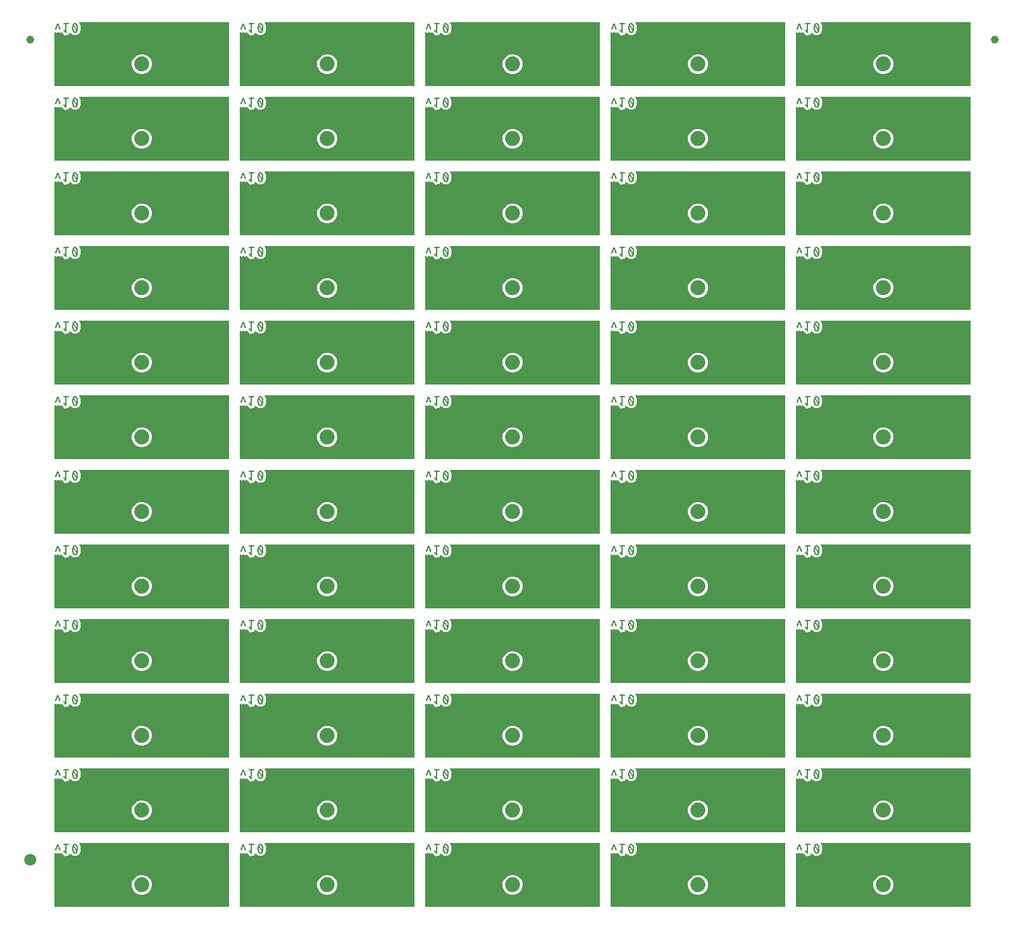
<source format=gbl>
G04 EAGLE Gerber RS-274X export*
G75*
%MOMM*%
%FSLAX34Y34*%
%LPD*%
%INBottom Copper*%
%IPPOS*%
%AMOC8*
5,1,8,0,0,1.08239X$1,22.5*%
G01*
%ADD10C,0.203200*%
%ADD11C,1.879600*%
%ADD12C,1.000000*%
%ADD13C,1.500000*%
%ADD14C,0.558800*%

G36*
X924618Y286013D02*
X924618Y286013D01*
X924676Y286011D01*
X924758Y286033D01*
X924842Y286045D01*
X924895Y286068D01*
X924951Y286083D01*
X925024Y286126D01*
X925101Y286161D01*
X925146Y286199D01*
X925196Y286228D01*
X925254Y286290D01*
X925318Y286344D01*
X925350Y286393D01*
X925390Y286436D01*
X925429Y286511D01*
X925476Y286581D01*
X925493Y286637D01*
X925520Y286689D01*
X925531Y286757D01*
X925561Y286852D01*
X925564Y286952D01*
X925575Y287020D01*
X925575Y365760D01*
X925567Y365818D01*
X925569Y365876D01*
X925547Y365958D01*
X925535Y366042D01*
X925512Y366095D01*
X925497Y366151D01*
X925454Y366224D01*
X925419Y366301D01*
X925381Y366346D01*
X925352Y366396D01*
X925290Y366454D01*
X925236Y366518D01*
X925187Y366550D01*
X925144Y366590D01*
X925069Y366629D01*
X924999Y366676D01*
X924943Y366693D01*
X924891Y366720D01*
X924823Y366731D01*
X924728Y366761D01*
X924628Y366764D01*
X924560Y366775D01*
X737812Y366775D01*
X737729Y366764D01*
X737646Y366762D01*
X737589Y366744D01*
X737530Y366735D01*
X737454Y366701D01*
X737375Y366676D01*
X737325Y366643D01*
X737271Y366619D01*
X737207Y366565D01*
X737138Y366519D01*
X737099Y366474D01*
X737054Y366436D01*
X737008Y366366D01*
X736954Y366303D01*
X736929Y366248D01*
X736896Y366199D01*
X736871Y366119D01*
X736837Y366043D01*
X736828Y365985D01*
X736811Y365928D01*
X736808Y365844D01*
X736797Y365762D01*
X736805Y365711D01*
X736803Y365644D01*
X736839Y365508D01*
X736851Y365431D01*
X737041Y364877D01*
X737062Y364836D01*
X737071Y364803D01*
X737083Y364783D01*
X737089Y364762D01*
X738252Y362377D01*
X738252Y356443D01*
X737593Y355092D01*
X737591Y355087D01*
X737588Y355082D01*
X737577Y355044D01*
X737505Y354822D01*
X737504Y354787D01*
X737497Y354759D01*
X737448Y354324D01*
X737298Y354204D01*
X737217Y354118D01*
X737132Y354036D01*
X737121Y354017D01*
X737103Y353998D01*
X736973Y353745D01*
X736973Y353743D01*
X736972Y353741D01*
X736493Y352342D01*
X733229Y350011D01*
X729218Y350011D01*
X725955Y352342D01*
X725851Y352645D01*
X725823Y352699D01*
X725805Y352757D01*
X725759Y352825D01*
X725722Y352898D01*
X725681Y352942D01*
X725647Y352993D01*
X725584Y353046D01*
X725528Y353106D01*
X725476Y353137D01*
X725429Y353176D01*
X725354Y353209D01*
X725284Y353251D01*
X725225Y353267D01*
X725170Y353291D01*
X725088Y353303D01*
X725009Y353324D01*
X724948Y353322D01*
X724888Y353331D01*
X724807Y353319D01*
X724725Y353317D01*
X724667Y353299D01*
X724607Y353290D01*
X724532Y353256D01*
X724454Y353232D01*
X724403Y353198D01*
X724348Y353173D01*
X724297Y353128D01*
X724217Y353075D01*
X724150Y352996D01*
X724098Y352949D01*
X724080Y352928D01*
X724065Y352901D01*
X724043Y352878D01*
X724033Y352859D01*
X724033Y352858D01*
X724030Y352852D01*
X723993Y352779D01*
X723936Y352683D01*
X723928Y352653D01*
X723914Y352625D01*
X723901Y352548D01*
X723865Y352408D01*
X723865Y352399D01*
X722867Y351401D01*
X722828Y351350D01*
X722792Y351317D01*
X721906Y350209D01*
X721846Y350190D01*
X721738Y350162D01*
X721711Y350146D01*
X721681Y350137D01*
X721617Y350091D01*
X721493Y350018D01*
X721487Y350011D01*
X720075Y350011D01*
X720012Y350002D01*
X719963Y350005D01*
X718553Y349848D01*
X718497Y349877D01*
X718401Y349934D01*
X718371Y349941D01*
X718343Y349956D01*
X718265Y349969D01*
X718126Y350005D01*
X718117Y350005D01*
X717118Y351003D01*
X717067Y351041D01*
X717035Y351078D01*
X713947Y353548D01*
X713902Y353575D01*
X713862Y353609D01*
X713780Y353647D01*
X713702Y353693D01*
X713651Y353706D01*
X713604Y353728D01*
X713514Y353742D01*
X713427Y353764D01*
X713374Y353763D01*
X713323Y353771D01*
X713251Y353760D01*
X713142Y353757D01*
X713056Y353729D01*
X712991Y353719D01*
X711565Y353243D01*
X709961Y354046D01*
X709945Y354051D01*
X709930Y354060D01*
X709810Y354096D01*
X709691Y354136D01*
X709674Y354137D01*
X709658Y354142D01*
X709532Y354143D01*
X709407Y354148D01*
X709391Y354144D01*
X709374Y354144D01*
X709306Y354123D01*
X709131Y354081D01*
X709089Y354057D01*
X709053Y354046D01*
X707448Y353243D01*
X706441Y353579D01*
X706363Y353593D01*
X706288Y353617D01*
X706224Y353619D01*
X706161Y353630D01*
X706083Y353622D01*
X706004Y353624D01*
X705942Y353608D01*
X705879Y353602D01*
X705805Y353573D01*
X705729Y353553D01*
X705674Y353520D01*
X705615Y353496D01*
X705552Y353448D01*
X705484Y353407D01*
X705441Y353361D01*
X705390Y353322D01*
X705344Y353258D01*
X705290Y353200D01*
X705261Y353143D01*
X705223Y353092D01*
X705196Y353017D01*
X705160Y352947D01*
X705151Y352893D01*
X705126Y352824D01*
X705118Y352693D01*
X705105Y352616D01*
X705105Y287020D01*
X705113Y286962D01*
X705111Y286904D01*
X705133Y286822D01*
X705145Y286738D01*
X705168Y286685D01*
X705183Y286629D01*
X705226Y286556D01*
X705261Y286479D01*
X705299Y286434D01*
X705328Y286384D01*
X705390Y286326D01*
X705444Y286262D01*
X705493Y286230D01*
X705536Y286190D01*
X705611Y286151D01*
X705681Y286104D01*
X705737Y286087D01*
X705789Y286060D01*
X705857Y286049D01*
X705952Y286019D01*
X706052Y286016D01*
X706120Y286005D01*
X924560Y286005D01*
X924618Y286013D01*
G37*
G36*
X1158298Y943873D02*
X1158298Y943873D01*
X1158356Y943871D01*
X1158438Y943893D01*
X1158522Y943905D01*
X1158575Y943928D01*
X1158631Y943943D01*
X1158704Y943986D01*
X1158781Y944021D01*
X1158826Y944059D01*
X1158876Y944088D01*
X1158934Y944150D01*
X1158998Y944204D01*
X1159030Y944253D01*
X1159070Y944296D01*
X1159109Y944371D01*
X1159156Y944441D01*
X1159173Y944497D01*
X1159200Y944549D01*
X1159211Y944617D01*
X1159241Y944712D01*
X1159244Y944812D01*
X1159255Y944880D01*
X1159255Y1023620D01*
X1159247Y1023678D01*
X1159249Y1023736D01*
X1159227Y1023818D01*
X1159215Y1023902D01*
X1159192Y1023955D01*
X1159177Y1024011D01*
X1159134Y1024084D01*
X1159099Y1024161D01*
X1159061Y1024206D01*
X1159032Y1024256D01*
X1158970Y1024314D01*
X1158916Y1024378D01*
X1158867Y1024410D01*
X1158824Y1024450D01*
X1158749Y1024489D01*
X1158679Y1024536D01*
X1158623Y1024553D01*
X1158571Y1024580D01*
X1158503Y1024591D01*
X1158408Y1024621D01*
X1158308Y1024624D01*
X1158240Y1024635D01*
X971492Y1024635D01*
X971409Y1024624D01*
X971326Y1024622D01*
X971269Y1024604D01*
X971210Y1024595D01*
X971134Y1024561D01*
X971055Y1024536D01*
X971005Y1024503D01*
X970951Y1024479D01*
X970887Y1024425D01*
X970818Y1024379D01*
X970779Y1024334D01*
X970734Y1024296D01*
X970688Y1024226D01*
X970634Y1024163D01*
X970609Y1024108D01*
X970576Y1024059D01*
X970551Y1023979D01*
X970517Y1023903D01*
X970508Y1023845D01*
X970491Y1023788D01*
X970488Y1023704D01*
X970477Y1023622D01*
X970485Y1023571D01*
X970483Y1023504D01*
X970519Y1023368D01*
X970531Y1023291D01*
X970721Y1022737D01*
X970742Y1022696D01*
X970751Y1022663D01*
X970763Y1022643D01*
X970769Y1022622D01*
X971932Y1020237D01*
X971932Y1014303D01*
X971273Y1012952D01*
X971271Y1012947D01*
X971268Y1012942D01*
X971257Y1012904D01*
X971185Y1012682D01*
X971184Y1012647D01*
X971177Y1012619D01*
X971128Y1012184D01*
X970978Y1012064D01*
X970897Y1011978D01*
X970812Y1011896D01*
X970801Y1011877D01*
X970783Y1011858D01*
X970653Y1011605D01*
X970653Y1011603D01*
X970652Y1011601D01*
X970173Y1010202D01*
X966909Y1007871D01*
X962898Y1007871D01*
X959635Y1010202D01*
X959531Y1010505D01*
X959503Y1010559D01*
X959485Y1010617D01*
X959439Y1010685D01*
X959402Y1010758D01*
X959361Y1010802D01*
X959327Y1010853D01*
X959264Y1010906D01*
X959208Y1010966D01*
X959156Y1010997D01*
X959109Y1011036D01*
X959034Y1011069D01*
X958964Y1011111D01*
X958905Y1011127D01*
X958850Y1011151D01*
X958768Y1011163D01*
X958689Y1011184D01*
X958628Y1011182D01*
X958568Y1011191D01*
X958487Y1011179D01*
X958405Y1011177D01*
X958347Y1011159D01*
X958287Y1011150D01*
X958212Y1011116D01*
X958134Y1011092D01*
X958083Y1011058D01*
X958028Y1011033D01*
X957977Y1010988D01*
X957897Y1010935D01*
X957830Y1010856D01*
X957778Y1010809D01*
X957760Y1010788D01*
X957745Y1010761D01*
X957723Y1010738D01*
X957713Y1010719D01*
X957713Y1010718D01*
X957710Y1010712D01*
X957673Y1010639D01*
X957616Y1010543D01*
X957608Y1010513D01*
X957594Y1010485D01*
X957581Y1010408D01*
X957545Y1010268D01*
X957545Y1010259D01*
X956547Y1009261D01*
X956508Y1009210D01*
X956472Y1009177D01*
X955586Y1008069D01*
X955526Y1008050D01*
X955418Y1008022D01*
X955391Y1008006D01*
X955361Y1007997D01*
X955297Y1007951D01*
X955173Y1007878D01*
X955167Y1007871D01*
X953755Y1007871D01*
X953692Y1007862D01*
X953643Y1007865D01*
X952233Y1007708D01*
X952177Y1007737D01*
X952081Y1007794D01*
X952051Y1007801D01*
X952023Y1007816D01*
X951945Y1007829D01*
X951806Y1007865D01*
X951797Y1007865D01*
X950798Y1008863D01*
X950747Y1008901D01*
X950715Y1008938D01*
X947627Y1011408D01*
X947582Y1011435D01*
X947542Y1011469D01*
X947460Y1011507D01*
X947382Y1011553D01*
X947331Y1011566D01*
X947284Y1011588D01*
X947194Y1011602D01*
X947107Y1011624D01*
X947054Y1011623D01*
X947003Y1011631D01*
X946931Y1011620D01*
X946822Y1011617D01*
X946736Y1011589D01*
X946671Y1011579D01*
X945245Y1011103D01*
X943641Y1011906D01*
X943625Y1011911D01*
X943610Y1011920D01*
X943490Y1011956D01*
X943371Y1011996D01*
X943354Y1011997D01*
X943338Y1012002D01*
X943212Y1012003D01*
X943087Y1012008D01*
X943071Y1012004D01*
X943054Y1012004D01*
X942986Y1011983D01*
X942811Y1011941D01*
X942769Y1011917D01*
X942733Y1011906D01*
X941128Y1011103D01*
X940121Y1011439D01*
X940043Y1011453D01*
X939968Y1011477D01*
X939904Y1011479D01*
X939841Y1011490D01*
X939763Y1011482D01*
X939684Y1011484D01*
X939622Y1011468D01*
X939559Y1011462D01*
X939485Y1011433D01*
X939409Y1011413D01*
X939354Y1011380D01*
X939295Y1011356D01*
X939232Y1011308D01*
X939164Y1011267D01*
X939121Y1011221D01*
X939070Y1011182D01*
X939024Y1011118D01*
X938970Y1011060D01*
X938941Y1011003D01*
X938903Y1010952D01*
X938876Y1010877D01*
X938840Y1010807D01*
X938831Y1010753D01*
X938806Y1010684D01*
X938798Y1010553D01*
X938785Y1010476D01*
X938785Y944880D01*
X938793Y944822D01*
X938791Y944764D01*
X938813Y944682D01*
X938825Y944598D01*
X938848Y944545D01*
X938863Y944489D01*
X938906Y944416D01*
X938941Y944339D01*
X938979Y944294D01*
X939008Y944244D01*
X939070Y944186D01*
X939124Y944122D01*
X939173Y944090D01*
X939216Y944050D01*
X939291Y944011D01*
X939361Y943964D01*
X939417Y943947D01*
X939469Y943920D01*
X939537Y943909D01*
X939632Y943879D01*
X939732Y943876D01*
X939800Y943865D01*
X1158240Y943865D01*
X1158298Y943873D01*
G37*
G36*
X223578Y4073D02*
X223578Y4073D01*
X223636Y4071D01*
X223718Y4093D01*
X223802Y4105D01*
X223855Y4128D01*
X223911Y4143D01*
X223984Y4186D01*
X224061Y4221D01*
X224106Y4259D01*
X224156Y4288D01*
X224214Y4350D01*
X224278Y4404D01*
X224310Y4453D01*
X224350Y4496D01*
X224389Y4571D01*
X224436Y4641D01*
X224453Y4697D01*
X224480Y4749D01*
X224491Y4817D01*
X224521Y4912D01*
X224524Y5012D01*
X224535Y5080D01*
X224535Y83820D01*
X224527Y83878D01*
X224529Y83936D01*
X224507Y84018D01*
X224495Y84102D01*
X224472Y84155D01*
X224457Y84211D01*
X224414Y84284D01*
X224379Y84361D01*
X224341Y84406D01*
X224312Y84456D01*
X224250Y84514D01*
X224196Y84578D01*
X224147Y84610D01*
X224104Y84650D01*
X224029Y84689D01*
X223959Y84736D01*
X223903Y84753D01*
X223851Y84780D01*
X223783Y84791D01*
X223688Y84821D01*
X223588Y84824D01*
X223520Y84835D01*
X36772Y84835D01*
X36689Y84824D01*
X36606Y84822D01*
X36549Y84804D01*
X36490Y84795D01*
X36414Y84761D01*
X36335Y84736D01*
X36285Y84703D01*
X36231Y84679D01*
X36167Y84625D01*
X36098Y84579D01*
X36059Y84534D01*
X36014Y84496D01*
X35968Y84426D01*
X35914Y84363D01*
X35889Y84308D01*
X35856Y84259D01*
X35831Y84179D01*
X35797Y84103D01*
X35788Y84045D01*
X35771Y83988D01*
X35768Y83904D01*
X35757Y83822D01*
X35765Y83771D01*
X35763Y83704D01*
X35799Y83568D01*
X35811Y83491D01*
X36001Y82937D01*
X36022Y82896D01*
X36031Y82863D01*
X36043Y82843D01*
X36049Y82822D01*
X37212Y80437D01*
X37212Y74503D01*
X36553Y73152D01*
X36551Y73147D01*
X36548Y73142D01*
X36537Y73104D01*
X36465Y72882D01*
X36464Y72847D01*
X36457Y72819D01*
X36408Y72384D01*
X36258Y72264D01*
X36177Y72178D01*
X36092Y72096D01*
X36081Y72077D01*
X36063Y72058D01*
X35933Y71805D01*
X35933Y71803D01*
X35932Y71801D01*
X35453Y70402D01*
X32189Y68071D01*
X28178Y68071D01*
X24915Y70402D01*
X24811Y70705D01*
X24783Y70759D01*
X24765Y70817D01*
X24719Y70885D01*
X24682Y70958D01*
X24641Y71002D01*
X24607Y71053D01*
X24544Y71106D01*
X24488Y71166D01*
X24436Y71197D01*
X24389Y71236D01*
X24314Y71269D01*
X24244Y71311D01*
X24185Y71327D01*
X24130Y71351D01*
X24048Y71363D01*
X23969Y71384D01*
X23908Y71382D01*
X23848Y71391D01*
X23767Y71379D01*
X23685Y71377D01*
X23627Y71359D01*
X23567Y71350D01*
X23492Y71316D01*
X23414Y71292D01*
X23363Y71258D01*
X23308Y71233D01*
X23257Y71188D01*
X23177Y71135D01*
X23110Y71056D01*
X23058Y71009D01*
X23040Y70988D01*
X23025Y70961D01*
X23003Y70938D01*
X22993Y70919D01*
X22993Y70918D01*
X22990Y70912D01*
X22953Y70839D01*
X22896Y70743D01*
X22888Y70713D01*
X22874Y70685D01*
X22861Y70608D01*
X22825Y70468D01*
X22825Y70459D01*
X21827Y69461D01*
X21788Y69410D01*
X21752Y69377D01*
X20866Y68269D01*
X20806Y68250D01*
X20698Y68222D01*
X20671Y68206D01*
X20641Y68197D01*
X20577Y68151D01*
X20453Y68078D01*
X20447Y68071D01*
X19035Y68071D01*
X18972Y68062D01*
X18923Y68065D01*
X17513Y67908D01*
X17457Y67937D01*
X17361Y67994D01*
X17331Y68001D01*
X17303Y68016D01*
X17225Y68029D01*
X17086Y68065D01*
X17077Y68065D01*
X16078Y69063D01*
X16027Y69101D01*
X15995Y69138D01*
X12907Y71608D01*
X12862Y71635D01*
X12822Y71669D01*
X12740Y71707D01*
X12662Y71753D01*
X12611Y71766D01*
X12564Y71788D01*
X12474Y71802D01*
X12387Y71824D01*
X12334Y71823D01*
X12283Y71831D01*
X12211Y71820D01*
X12102Y71817D01*
X12016Y71789D01*
X11951Y71779D01*
X10525Y71303D01*
X8921Y72106D01*
X8905Y72111D01*
X8890Y72120D01*
X8770Y72156D01*
X8651Y72196D01*
X8634Y72197D01*
X8618Y72202D01*
X8492Y72203D01*
X8367Y72208D01*
X8351Y72204D01*
X8334Y72204D01*
X8266Y72183D01*
X8091Y72141D01*
X8049Y72117D01*
X8013Y72106D01*
X6408Y71303D01*
X5401Y71639D01*
X5323Y71653D01*
X5248Y71677D01*
X5184Y71679D01*
X5121Y71690D01*
X5043Y71682D01*
X4964Y71684D01*
X4902Y71668D01*
X4839Y71662D01*
X4765Y71633D01*
X4689Y71613D01*
X4634Y71580D01*
X4575Y71556D01*
X4512Y71508D01*
X4444Y71467D01*
X4401Y71421D01*
X4350Y71382D01*
X4304Y71318D01*
X4250Y71260D01*
X4221Y71203D01*
X4183Y71152D01*
X4156Y71077D01*
X4120Y71007D01*
X4111Y70953D01*
X4086Y70884D01*
X4078Y70753D01*
X4065Y70676D01*
X4065Y5080D01*
X4073Y5022D01*
X4071Y4964D01*
X4093Y4882D01*
X4105Y4798D01*
X4128Y4745D01*
X4143Y4689D01*
X4186Y4616D01*
X4221Y4539D01*
X4259Y4494D01*
X4288Y4444D01*
X4350Y4386D01*
X4404Y4322D01*
X4453Y4290D01*
X4496Y4250D01*
X4571Y4211D01*
X4641Y4164D01*
X4697Y4147D01*
X4749Y4120D01*
X4817Y4109D01*
X4912Y4079D01*
X5012Y4076D01*
X5080Y4065D01*
X223520Y4065D01*
X223578Y4073D01*
G37*
G36*
X457258Y661933D02*
X457258Y661933D01*
X457316Y661931D01*
X457398Y661953D01*
X457482Y661965D01*
X457535Y661988D01*
X457591Y662003D01*
X457664Y662046D01*
X457741Y662081D01*
X457786Y662119D01*
X457836Y662148D01*
X457894Y662210D01*
X457958Y662264D01*
X457990Y662313D01*
X458030Y662356D01*
X458069Y662431D01*
X458116Y662501D01*
X458133Y662557D01*
X458160Y662609D01*
X458171Y662677D01*
X458201Y662772D01*
X458204Y662872D01*
X458215Y662940D01*
X458215Y741680D01*
X458207Y741738D01*
X458209Y741796D01*
X458187Y741878D01*
X458175Y741962D01*
X458152Y742015D01*
X458137Y742071D01*
X458094Y742144D01*
X458059Y742221D01*
X458021Y742266D01*
X457992Y742316D01*
X457930Y742374D01*
X457876Y742438D01*
X457827Y742470D01*
X457784Y742510D01*
X457709Y742549D01*
X457639Y742596D01*
X457583Y742613D01*
X457531Y742640D01*
X457463Y742651D01*
X457368Y742681D01*
X457268Y742684D01*
X457200Y742695D01*
X270452Y742695D01*
X270369Y742684D01*
X270286Y742682D01*
X270229Y742664D01*
X270170Y742655D01*
X270094Y742621D01*
X270015Y742596D01*
X269965Y742563D01*
X269911Y742539D01*
X269847Y742485D01*
X269778Y742439D01*
X269739Y742394D01*
X269694Y742356D01*
X269648Y742286D01*
X269594Y742223D01*
X269569Y742168D01*
X269536Y742119D01*
X269511Y742039D01*
X269477Y741963D01*
X269468Y741905D01*
X269451Y741848D01*
X269448Y741764D01*
X269437Y741682D01*
X269445Y741631D01*
X269443Y741564D01*
X269479Y741428D01*
X269491Y741351D01*
X269681Y740797D01*
X269702Y740756D01*
X269711Y740723D01*
X269723Y740703D01*
X269729Y740682D01*
X270892Y738297D01*
X270892Y732363D01*
X270233Y731012D01*
X270231Y731007D01*
X270228Y731002D01*
X270217Y730964D01*
X270145Y730742D01*
X270144Y730707D01*
X270137Y730679D01*
X270088Y730244D01*
X269938Y730124D01*
X269857Y730038D01*
X269772Y729956D01*
X269761Y729937D01*
X269743Y729918D01*
X269613Y729665D01*
X269613Y729663D01*
X269612Y729661D01*
X269133Y728262D01*
X265869Y725931D01*
X261858Y725931D01*
X258595Y728262D01*
X258491Y728565D01*
X258463Y728619D01*
X258445Y728677D01*
X258399Y728745D01*
X258362Y728818D01*
X258321Y728862D01*
X258287Y728913D01*
X258224Y728966D01*
X258168Y729026D01*
X258116Y729057D01*
X258069Y729096D01*
X257994Y729129D01*
X257924Y729171D01*
X257865Y729187D01*
X257810Y729211D01*
X257728Y729223D01*
X257649Y729244D01*
X257588Y729242D01*
X257528Y729251D01*
X257447Y729239D01*
X257365Y729237D01*
X257307Y729219D01*
X257247Y729210D01*
X257172Y729176D01*
X257094Y729152D01*
X257043Y729118D01*
X256988Y729093D01*
X256937Y729048D01*
X256857Y728995D01*
X256790Y728916D01*
X256738Y728869D01*
X256720Y728848D01*
X256705Y728821D01*
X256683Y728798D01*
X256673Y728779D01*
X256673Y728778D01*
X256670Y728772D01*
X256633Y728699D01*
X256576Y728603D01*
X256568Y728573D01*
X256554Y728545D01*
X256541Y728468D01*
X256505Y728328D01*
X256505Y728319D01*
X255507Y727321D01*
X255468Y727270D01*
X255432Y727237D01*
X254546Y726129D01*
X254486Y726110D01*
X254378Y726082D01*
X254351Y726066D01*
X254321Y726057D01*
X254257Y726011D01*
X254133Y725938D01*
X254127Y725931D01*
X252715Y725931D01*
X252652Y725922D01*
X252603Y725925D01*
X251193Y725768D01*
X251137Y725797D01*
X251041Y725854D01*
X251011Y725861D01*
X250983Y725876D01*
X250905Y725889D01*
X250766Y725925D01*
X250757Y725925D01*
X249758Y726923D01*
X249707Y726961D01*
X249675Y726998D01*
X246587Y729468D01*
X246542Y729495D01*
X246502Y729529D01*
X246420Y729567D01*
X246342Y729613D01*
X246291Y729626D01*
X246244Y729648D01*
X246154Y729662D01*
X246067Y729684D01*
X246014Y729683D01*
X245963Y729691D01*
X245891Y729680D01*
X245782Y729677D01*
X245696Y729649D01*
X245631Y729639D01*
X244205Y729163D01*
X242601Y729966D01*
X242585Y729971D01*
X242570Y729980D01*
X242450Y730016D01*
X242331Y730056D01*
X242314Y730057D01*
X242298Y730062D01*
X242172Y730063D01*
X242047Y730068D01*
X242031Y730064D01*
X242014Y730064D01*
X241946Y730043D01*
X241771Y730001D01*
X241729Y729977D01*
X241693Y729966D01*
X240088Y729163D01*
X239081Y729499D01*
X239003Y729513D01*
X238928Y729537D01*
X238864Y729539D01*
X238801Y729550D01*
X238723Y729542D01*
X238644Y729544D01*
X238582Y729528D01*
X238519Y729522D01*
X238445Y729493D01*
X238369Y729473D01*
X238314Y729440D01*
X238255Y729416D01*
X238192Y729368D01*
X238124Y729327D01*
X238081Y729281D01*
X238030Y729242D01*
X237984Y729178D01*
X237930Y729120D01*
X237901Y729063D01*
X237863Y729012D01*
X237836Y728937D01*
X237800Y728867D01*
X237791Y728813D01*
X237766Y728744D01*
X237758Y728613D01*
X237745Y728536D01*
X237745Y662940D01*
X237753Y662882D01*
X237751Y662824D01*
X237773Y662742D01*
X237785Y662658D01*
X237808Y662605D01*
X237823Y662549D01*
X237866Y662476D01*
X237901Y662399D01*
X237939Y662354D01*
X237968Y662304D01*
X238030Y662246D01*
X238084Y662182D01*
X238133Y662150D01*
X238176Y662110D01*
X238251Y662071D01*
X238321Y662024D01*
X238377Y662007D01*
X238429Y661980D01*
X238497Y661969D01*
X238592Y661939D01*
X238692Y661936D01*
X238760Y661925D01*
X457200Y661925D01*
X457258Y661933D01*
G37*
G36*
X924618Y755913D02*
X924618Y755913D01*
X924676Y755911D01*
X924758Y755933D01*
X924842Y755945D01*
X924895Y755968D01*
X924951Y755983D01*
X925024Y756026D01*
X925101Y756061D01*
X925146Y756099D01*
X925196Y756128D01*
X925254Y756190D01*
X925318Y756244D01*
X925350Y756293D01*
X925390Y756336D01*
X925429Y756411D01*
X925476Y756481D01*
X925493Y756537D01*
X925520Y756589D01*
X925531Y756657D01*
X925561Y756752D01*
X925564Y756852D01*
X925575Y756920D01*
X925575Y835660D01*
X925567Y835718D01*
X925569Y835776D01*
X925547Y835858D01*
X925535Y835942D01*
X925512Y835995D01*
X925497Y836051D01*
X925454Y836124D01*
X925419Y836201D01*
X925381Y836246D01*
X925352Y836296D01*
X925290Y836354D01*
X925236Y836418D01*
X925187Y836450D01*
X925144Y836490D01*
X925069Y836529D01*
X924999Y836576D01*
X924943Y836593D01*
X924891Y836620D01*
X924823Y836631D01*
X924728Y836661D01*
X924628Y836664D01*
X924560Y836675D01*
X737812Y836675D01*
X737729Y836664D01*
X737646Y836662D01*
X737589Y836644D01*
X737530Y836635D01*
X737454Y836601D01*
X737375Y836576D01*
X737325Y836543D01*
X737271Y836519D01*
X737207Y836465D01*
X737138Y836419D01*
X737099Y836374D01*
X737054Y836336D01*
X737008Y836266D01*
X736954Y836202D01*
X736929Y836148D01*
X736896Y836099D01*
X736871Y836019D01*
X736837Y835943D01*
X736828Y835884D01*
X736811Y835828D01*
X736808Y835744D01*
X736797Y835662D01*
X736805Y835611D01*
X736803Y835544D01*
X736839Y835408D01*
X736851Y835331D01*
X737041Y834777D01*
X737062Y834736D01*
X737071Y834703D01*
X737083Y834683D01*
X737089Y834662D01*
X738252Y832277D01*
X738252Y826343D01*
X737593Y824992D01*
X737591Y824987D01*
X737588Y824982D01*
X737577Y824944D01*
X737505Y824722D01*
X737504Y824687D01*
X737497Y824659D01*
X737448Y824224D01*
X737298Y824104D01*
X737217Y824018D01*
X737132Y823936D01*
X737121Y823917D01*
X737103Y823898D01*
X736973Y823645D01*
X736973Y823643D01*
X736972Y823641D01*
X736493Y822242D01*
X733229Y819911D01*
X729218Y819911D01*
X725955Y822242D01*
X725851Y822545D01*
X725823Y822599D01*
X725805Y822657D01*
X725759Y822725D01*
X725722Y822798D01*
X725681Y822842D01*
X725647Y822893D01*
X725584Y822946D01*
X725528Y823006D01*
X725476Y823037D01*
X725429Y823076D01*
X725354Y823109D01*
X725284Y823151D01*
X725225Y823167D01*
X725170Y823191D01*
X725088Y823203D01*
X725009Y823224D01*
X724948Y823222D01*
X724888Y823231D01*
X724807Y823219D01*
X724725Y823217D01*
X724667Y823199D01*
X724607Y823190D01*
X724532Y823156D01*
X724454Y823132D01*
X724403Y823098D01*
X724348Y823073D01*
X724297Y823028D01*
X724217Y822975D01*
X724150Y822896D01*
X724098Y822849D01*
X724080Y822828D01*
X724065Y822801D01*
X724043Y822778D01*
X724033Y822759D01*
X724033Y822758D01*
X724030Y822752D01*
X723993Y822679D01*
X723936Y822583D01*
X723928Y822553D01*
X723914Y822525D01*
X723901Y822448D01*
X723865Y822308D01*
X723865Y822299D01*
X722867Y821301D01*
X722828Y821250D01*
X722792Y821217D01*
X721906Y820109D01*
X721846Y820090D01*
X721738Y820062D01*
X721711Y820046D01*
X721681Y820037D01*
X721617Y819991D01*
X721493Y819918D01*
X721487Y819911D01*
X720075Y819911D01*
X720012Y819902D01*
X719963Y819905D01*
X718553Y819748D01*
X718497Y819777D01*
X718401Y819834D01*
X718371Y819841D01*
X718343Y819856D01*
X718265Y819869D01*
X718126Y819905D01*
X718117Y819905D01*
X717118Y820903D01*
X717067Y820941D01*
X717035Y820978D01*
X713947Y823448D01*
X713902Y823475D01*
X713862Y823509D01*
X713780Y823547D01*
X713702Y823593D01*
X713651Y823606D01*
X713604Y823628D01*
X713514Y823642D01*
X713427Y823664D01*
X713374Y823663D01*
X713323Y823671D01*
X713251Y823660D01*
X713142Y823657D01*
X713056Y823629D01*
X712991Y823619D01*
X711565Y823143D01*
X709961Y823946D01*
X709945Y823951D01*
X709930Y823960D01*
X709810Y823996D01*
X709691Y824036D01*
X709674Y824037D01*
X709658Y824042D01*
X709532Y824043D01*
X709407Y824048D01*
X709391Y824044D01*
X709374Y824044D01*
X709306Y824023D01*
X709131Y823981D01*
X709089Y823957D01*
X709053Y823946D01*
X707448Y823143D01*
X706441Y823479D01*
X706363Y823493D01*
X706288Y823517D01*
X706224Y823519D01*
X706161Y823530D01*
X706083Y823522D01*
X706004Y823524D01*
X705942Y823508D01*
X705879Y823502D01*
X705805Y823473D01*
X705729Y823453D01*
X705674Y823420D01*
X705615Y823396D01*
X705552Y823348D01*
X705484Y823307D01*
X705441Y823261D01*
X705390Y823222D01*
X705344Y823158D01*
X705290Y823100D01*
X705261Y823043D01*
X705223Y822992D01*
X705196Y822917D01*
X705160Y822847D01*
X705151Y822793D01*
X705126Y822724D01*
X705118Y822593D01*
X705105Y822516D01*
X705105Y756920D01*
X705113Y756862D01*
X705111Y756804D01*
X705133Y756722D01*
X705145Y756638D01*
X705168Y756585D01*
X705183Y756529D01*
X705226Y756456D01*
X705261Y756379D01*
X705299Y756334D01*
X705328Y756284D01*
X705390Y756226D01*
X705444Y756162D01*
X705493Y756130D01*
X705536Y756090D01*
X705611Y756051D01*
X705681Y756004D01*
X705737Y755987D01*
X705789Y755960D01*
X705857Y755949D01*
X705952Y755919D01*
X706052Y755916D01*
X706120Y755905D01*
X924560Y755905D01*
X924618Y755913D01*
G37*
G36*
X223578Y473973D02*
X223578Y473973D01*
X223636Y473971D01*
X223718Y473993D01*
X223802Y474005D01*
X223855Y474028D01*
X223911Y474043D01*
X223984Y474086D01*
X224061Y474121D01*
X224106Y474159D01*
X224156Y474188D01*
X224214Y474250D01*
X224278Y474304D01*
X224310Y474353D01*
X224350Y474396D01*
X224389Y474471D01*
X224436Y474541D01*
X224453Y474597D01*
X224480Y474649D01*
X224491Y474717D01*
X224521Y474812D01*
X224524Y474912D01*
X224535Y474980D01*
X224535Y553720D01*
X224527Y553778D01*
X224529Y553836D01*
X224507Y553918D01*
X224495Y554002D01*
X224472Y554055D01*
X224457Y554111D01*
X224414Y554184D01*
X224379Y554261D01*
X224341Y554306D01*
X224312Y554356D01*
X224250Y554414D01*
X224196Y554478D01*
X224147Y554510D01*
X224104Y554550D01*
X224029Y554589D01*
X223959Y554636D01*
X223903Y554653D01*
X223851Y554680D01*
X223783Y554691D01*
X223688Y554721D01*
X223588Y554724D01*
X223520Y554735D01*
X36772Y554735D01*
X36689Y554724D01*
X36606Y554722D01*
X36549Y554704D01*
X36490Y554695D01*
X36414Y554661D01*
X36335Y554636D01*
X36285Y554603D01*
X36231Y554579D01*
X36167Y554525D01*
X36098Y554479D01*
X36059Y554434D01*
X36014Y554396D01*
X35968Y554326D01*
X35914Y554262D01*
X35889Y554208D01*
X35856Y554159D01*
X35831Y554079D01*
X35797Y554003D01*
X35788Y553944D01*
X35771Y553888D01*
X35768Y553804D01*
X35757Y553722D01*
X35765Y553671D01*
X35763Y553604D01*
X35799Y553468D01*
X35811Y553391D01*
X36001Y552837D01*
X36022Y552796D01*
X36031Y552763D01*
X36043Y552743D01*
X36049Y552722D01*
X37212Y550337D01*
X37212Y544403D01*
X36553Y543052D01*
X36551Y543047D01*
X36548Y543042D01*
X36537Y543004D01*
X36465Y542782D01*
X36464Y542747D01*
X36457Y542719D01*
X36408Y542284D01*
X36258Y542164D01*
X36177Y542078D01*
X36092Y541996D01*
X36081Y541977D01*
X36063Y541958D01*
X35933Y541705D01*
X35933Y541703D01*
X35932Y541701D01*
X35453Y540302D01*
X32189Y537971D01*
X28178Y537971D01*
X24915Y540302D01*
X24811Y540605D01*
X24783Y540659D01*
X24765Y540717D01*
X24719Y540785D01*
X24682Y540858D01*
X24641Y540902D01*
X24607Y540953D01*
X24544Y541006D01*
X24488Y541066D01*
X24436Y541097D01*
X24389Y541136D01*
X24314Y541169D01*
X24244Y541211D01*
X24185Y541227D01*
X24130Y541251D01*
X24048Y541263D01*
X23969Y541284D01*
X23908Y541282D01*
X23848Y541291D01*
X23767Y541279D01*
X23685Y541277D01*
X23627Y541259D01*
X23567Y541250D01*
X23492Y541216D01*
X23414Y541192D01*
X23363Y541158D01*
X23308Y541133D01*
X23257Y541088D01*
X23177Y541035D01*
X23110Y540956D01*
X23058Y540909D01*
X23040Y540888D01*
X23025Y540861D01*
X23003Y540838D01*
X22993Y540819D01*
X22993Y540818D01*
X22990Y540812D01*
X22953Y540739D01*
X22896Y540643D01*
X22888Y540613D01*
X22874Y540585D01*
X22861Y540508D01*
X22825Y540368D01*
X22825Y540359D01*
X21827Y539361D01*
X21788Y539310D01*
X21752Y539277D01*
X20866Y538169D01*
X20806Y538150D01*
X20698Y538122D01*
X20671Y538106D01*
X20641Y538097D01*
X20577Y538051D01*
X20453Y537978D01*
X20447Y537971D01*
X19035Y537971D01*
X18972Y537962D01*
X18923Y537965D01*
X17513Y537808D01*
X17457Y537837D01*
X17361Y537894D01*
X17331Y537901D01*
X17303Y537916D01*
X17225Y537929D01*
X17086Y537965D01*
X17077Y537965D01*
X16078Y538963D01*
X16027Y539001D01*
X15995Y539038D01*
X12907Y541508D01*
X12862Y541535D01*
X12822Y541569D01*
X12740Y541607D01*
X12662Y541653D01*
X12611Y541666D01*
X12564Y541688D01*
X12474Y541702D01*
X12387Y541724D01*
X12334Y541723D01*
X12283Y541731D01*
X12211Y541720D01*
X12102Y541717D01*
X12016Y541689D01*
X11951Y541679D01*
X10525Y541203D01*
X8921Y542006D01*
X8905Y542011D01*
X8890Y542020D01*
X8770Y542056D01*
X8651Y542096D01*
X8634Y542097D01*
X8618Y542102D01*
X8492Y542103D01*
X8367Y542108D01*
X8351Y542104D01*
X8334Y542104D01*
X8266Y542083D01*
X8091Y542041D01*
X8049Y542017D01*
X8013Y542006D01*
X6408Y541203D01*
X5401Y541539D01*
X5323Y541553D01*
X5248Y541577D01*
X5184Y541579D01*
X5121Y541590D01*
X5043Y541582D01*
X4964Y541584D01*
X4902Y541568D01*
X4839Y541562D01*
X4765Y541533D01*
X4689Y541513D01*
X4634Y541480D01*
X4575Y541456D01*
X4512Y541408D01*
X4444Y541367D01*
X4401Y541321D01*
X4350Y541282D01*
X4304Y541218D01*
X4250Y541160D01*
X4221Y541103D01*
X4183Y541052D01*
X4156Y540977D01*
X4120Y540907D01*
X4111Y540853D01*
X4086Y540784D01*
X4078Y540653D01*
X4065Y540576D01*
X4065Y474980D01*
X4073Y474922D01*
X4071Y474864D01*
X4093Y474782D01*
X4105Y474698D01*
X4128Y474645D01*
X4143Y474589D01*
X4186Y474516D01*
X4221Y474439D01*
X4259Y474394D01*
X4288Y474344D01*
X4350Y474286D01*
X4404Y474222D01*
X4453Y474190D01*
X4496Y474150D01*
X4571Y474111D01*
X4641Y474064D01*
X4697Y474047D01*
X4749Y474020D01*
X4817Y474009D01*
X4912Y473979D01*
X5012Y473976D01*
X5080Y473965D01*
X223520Y473965D01*
X223578Y473973D01*
G37*
G36*
X690938Y98053D02*
X690938Y98053D01*
X690996Y98051D01*
X691078Y98073D01*
X691162Y98085D01*
X691215Y98108D01*
X691271Y98123D01*
X691344Y98166D01*
X691421Y98201D01*
X691466Y98239D01*
X691516Y98268D01*
X691574Y98330D01*
X691638Y98384D01*
X691670Y98433D01*
X691710Y98476D01*
X691749Y98551D01*
X691796Y98621D01*
X691813Y98677D01*
X691840Y98729D01*
X691851Y98797D01*
X691881Y98892D01*
X691884Y98992D01*
X691895Y99060D01*
X691895Y177800D01*
X691887Y177858D01*
X691889Y177916D01*
X691867Y177998D01*
X691855Y178082D01*
X691832Y178135D01*
X691817Y178191D01*
X691774Y178264D01*
X691739Y178341D01*
X691701Y178386D01*
X691672Y178436D01*
X691610Y178494D01*
X691556Y178558D01*
X691507Y178590D01*
X691464Y178630D01*
X691389Y178669D01*
X691319Y178716D01*
X691263Y178733D01*
X691211Y178760D01*
X691143Y178771D01*
X691048Y178801D01*
X690948Y178804D01*
X690880Y178815D01*
X504132Y178815D01*
X504049Y178804D01*
X503966Y178802D01*
X503909Y178784D01*
X503850Y178775D01*
X503774Y178741D01*
X503695Y178716D01*
X503645Y178683D01*
X503591Y178659D01*
X503527Y178605D01*
X503458Y178559D01*
X503419Y178514D01*
X503374Y178476D01*
X503328Y178406D01*
X503274Y178342D01*
X503249Y178288D01*
X503216Y178239D01*
X503191Y178159D01*
X503157Y178083D01*
X503148Y178024D01*
X503131Y177968D01*
X503128Y177884D01*
X503117Y177802D01*
X503125Y177751D01*
X503123Y177684D01*
X503159Y177548D01*
X503171Y177471D01*
X503361Y176917D01*
X503382Y176876D01*
X503391Y176843D01*
X503403Y176823D01*
X503409Y176802D01*
X504572Y174417D01*
X504572Y168483D01*
X503913Y167132D01*
X503911Y167127D01*
X503908Y167122D01*
X503897Y167084D01*
X503825Y166862D01*
X503824Y166827D01*
X503817Y166799D01*
X503768Y166364D01*
X503618Y166244D01*
X503537Y166158D01*
X503452Y166076D01*
X503441Y166057D01*
X503423Y166038D01*
X503293Y165785D01*
X503293Y165783D01*
X503292Y165781D01*
X502813Y164382D01*
X499549Y162051D01*
X495538Y162051D01*
X492275Y164382D01*
X492171Y164685D01*
X492143Y164739D01*
X492125Y164797D01*
X492079Y164865D01*
X492042Y164938D01*
X492001Y164982D01*
X491967Y165033D01*
X491904Y165086D01*
X491848Y165146D01*
X491796Y165177D01*
X491749Y165216D01*
X491674Y165249D01*
X491604Y165291D01*
X491545Y165307D01*
X491490Y165331D01*
X491408Y165343D01*
X491329Y165364D01*
X491268Y165362D01*
X491208Y165371D01*
X491127Y165359D01*
X491045Y165357D01*
X490987Y165339D01*
X490927Y165330D01*
X490852Y165296D01*
X490774Y165272D01*
X490723Y165238D01*
X490668Y165213D01*
X490617Y165168D01*
X490537Y165115D01*
X490470Y165036D01*
X490418Y164989D01*
X490400Y164968D01*
X490385Y164941D01*
X490363Y164918D01*
X490353Y164899D01*
X490353Y164898D01*
X490350Y164892D01*
X490313Y164819D01*
X490256Y164723D01*
X490248Y164693D01*
X490234Y164665D01*
X490221Y164588D01*
X490185Y164448D01*
X490185Y164439D01*
X489187Y163441D01*
X489148Y163390D01*
X489112Y163357D01*
X488226Y162249D01*
X488166Y162230D01*
X488058Y162202D01*
X488031Y162186D01*
X488001Y162177D01*
X487937Y162131D01*
X487813Y162058D01*
X487807Y162051D01*
X486395Y162051D01*
X486332Y162042D01*
X486283Y162045D01*
X484873Y161888D01*
X484817Y161917D01*
X484721Y161974D01*
X484691Y161981D01*
X484663Y161996D01*
X484585Y162009D01*
X484446Y162045D01*
X484437Y162045D01*
X483438Y163043D01*
X483387Y163081D01*
X483355Y163118D01*
X480267Y165588D01*
X480222Y165615D01*
X480182Y165649D01*
X480100Y165687D01*
X480022Y165733D01*
X479971Y165746D01*
X479924Y165768D01*
X479834Y165782D01*
X479747Y165804D01*
X479694Y165803D01*
X479643Y165811D01*
X479571Y165800D01*
X479462Y165797D01*
X479376Y165769D01*
X479311Y165759D01*
X477885Y165283D01*
X476281Y166086D01*
X476265Y166091D01*
X476250Y166100D01*
X476130Y166136D01*
X476011Y166176D01*
X475994Y166177D01*
X475978Y166182D01*
X475852Y166183D01*
X475727Y166188D01*
X475711Y166184D01*
X475694Y166184D01*
X475626Y166163D01*
X475451Y166121D01*
X475409Y166097D01*
X475373Y166086D01*
X473768Y165283D01*
X472761Y165619D01*
X472683Y165633D01*
X472608Y165657D01*
X472544Y165659D01*
X472481Y165670D01*
X472403Y165662D01*
X472324Y165664D01*
X472262Y165648D01*
X472199Y165642D01*
X472125Y165613D01*
X472049Y165593D01*
X471994Y165560D01*
X471935Y165536D01*
X471872Y165488D01*
X471804Y165447D01*
X471761Y165401D01*
X471710Y165362D01*
X471664Y165298D01*
X471610Y165240D01*
X471581Y165183D01*
X471543Y165132D01*
X471516Y165057D01*
X471480Y164987D01*
X471471Y164933D01*
X471446Y164864D01*
X471438Y164733D01*
X471425Y164656D01*
X471425Y99060D01*
X471433Y99002D01*
X471431Y98944D01*
X471453Y98862D01*
X471465Y98778D01*
X471488Y98725D01*
X471503Y98669D01*
X471546Y98596D01*
X471581Y98519D01*
X471619Y98474D01*
X471648Y98424D01*
X471710Y98366D01*
X471764Y98302D01*
X471813Y98270D01*
X471856Y98230D01*
X471931Y98191D01*
X472001Y98144D01*
X472057Y98127D01*
X472109Y98100D01*
X472177Y98089D01*
X472272Y98059D01*
X472372Y98056D01*
X472440Y98045D01*
X690880Y98045D01*
X690938Y98053D01*
G37*
G36*
X457258Y192033D02*
X457258Y192033D01*
X457316Y192031D01*
X457398Y192053D01*
X457482Y192065D01*
X457535Y192088D01*
X457591Y192103D01*
X457664Y192146D01*
X457741Y192181D01*
X457786Y192219D01*
X457836Y192248D01*
X457894Y192310D01*
X457958Y192364D01*
X457990Y192413D01*
X458030Y192456D01*
X458069Y192531D01*
X458116Y192601D01*
X458133Y192657D01*
X458160Y192709D01*
X458171Y192777D01*
X458201Y192872D01*
X458204Y192972D01*
X458215Y193040D01*
X458215Y271780D01*
X458207Y271838D01*
X458209Y271896D01*
X458187Y271978D01*
X458175Y272062D01*
X458152Y272115D01*
X458137Y272171D01*
X458094Y272244D01*
X458059Y272321D01*
X458021Y272366D01*
X457992Y272416D01*
X457930Y272474D01*
X457876Y272538D01*
X457827Y272570D01*
X457784Y272610D01*
X457709Y272649D01*
X457639Y272696D01*
X457583Y272713D01*
X457531Y272740D01*
X457463Y272751D01*
X457368Y272781D01*
X457268Y272784D01*
X457200Y272795D01*
X270452Y272795D01*
X270369Y272784D01*
X270286Y272782D01*
X270229Y272764D01*
X270170Y272755D01*
X270094Y272721D01*
X270015Y272696D01*
X269965Y272663D01*
X269911Y272639D01*
X269847Y272585D01*
X269778Y272539D01*
X269739Y272494D01*
X269694Y272456D01*
X269648Y272386D01*
X269594Y272323D01*
X269569Y272268D01*
X269536Y272219D01*
X269511Y272139D01*
X269477Y272063D01*
X269468Y272005D01*
X269451Y271948D01*
X269448Y271864D01*
X269437Y271782D01*
X269445Y271731D01*
X269443Y271664D01*
X269479Y271528D01*
X269491Y271451D01*
X269681Y270897D01*
X269702Y270856D01*
X269711Y270823D01*
X269723Y270803D01*
X269729Y270782D01*
X270892Y268397D01*
X270892Y262463D01*
X270233Y261112D01*
X270231Y261107D01*
X270228Y261102D01*
X270217Y261064D01*
X270145Y260842D01*
X270144Y260807D01*
X270137Y260779D01*
X270088Y260344D01*
X269938Y260224D01*
X269857Y260138D01*
X269772Y260056D01*
X269761Y260037D01*
X269743Y260018D01*
X269613Y259765D01*
X269613Y259763D01*
X269612Y259761D01*
X269133Y258362D01*
X265869Y256031D01*
X261858Y256031D01*
X258595Y258362D01*
X258491Y258665D01*
X258463Y258719D01*
X258445Y258777D01*
X258399Y258845D01*
X258362Y258918D01*
X258321Y258962D01*
X258287Y259013D01*
X258224Y259066D01*
X258168Y259126D01*
X258116Y259157D01*
X258069Y259196D01*
X257994Y259229D01*
X257924Y259271D01*
X257865Y259287D01*
X257810Y259311D01*
X257728Y259323D01*
X257649Y259344D01*
X257588Y259342D01*
X257528Y259351D01*
X257447Y259339D01*
X257365Y259337D01*
X257307Y259319D01*
X257247Y259310D01*
X257172Y259276D01*
X257094Y259252D01*
X257043Y259218D01*
X256988Y259193D01*
X256937Y259148D01*
X256857Y259095D01*
X256790Y259016D01*
X256738Y258969D01*
X256720Y258948D01*
X256705Y258921D01*
X256683Y258898D01*
X256673Y258879D01*
X256673Y258878D01*
X256670Y258872D01*
X256633Y258799D01*
X256576Y258703D01*
X256568Y258673D01*
X256554Y258645D01*
X256541Y258568D01*
X256505Y258428D01*
X256505Y258419D01*
X255507Y257421D01*
X255468Y257370D01*
X255432Y257337D01*
X254546Y256229D01*
X254486Y256210D01*
X254378Y256182D01*
X254351Y256166D01*
X254321Y256157D01*
X254257Y256111D01*
X254133Y256038D01*
X254127Y256031D01*
X252715Y256031D01*
X252652Y256022D01*
X252603Y256025D01*
X251193Y255868D01*
X251137Y255897D01*
X251041Y255954D01*
X251011Y255961D01*
X250983Y255976D01*
X250905Y255989D01*
X250766Y256025D01*
X250757Y256025D01*
X249758Y257023D01*
X249707Y257061D01*
X249675Y257098D01*
X246587Y259568D01*
X246542Y259595D01*
X246502Y259629D01*
X246420Y259667D01*
X246342Y259713D01*
X246291Y259726D01*
X246244Y259748D01*
X246154Y259762D01*
X246067Y259784D01*
X246014Y259783D01*
X245963Y259791D01*
X245891Y259780D01*
X245782Y259777D01*
X245696Y259749D01*
X245631Y259739D01*
X244205Y259263D01*
X242601Y260066D01*
X242585Y260071D01*
X242570Y260080D01*
X242450Y260116D01*
X242331Y260156D01*
X242314Y260157D01*
X242298Y260162D01*
X242172Y260163D01*
X242047Y260168D01*
X242031Y260164D01*
X242014Y260164D01*
X241946Y260143D01*
X241771Y260101D01*
X241729Y260077D01*
X241693Y260066D01*
X240088Y259263D01*
X239081Y259599D01*
X239003Y259613D01*
X238928Y259637D01*
X238864Y259639D01*
X238801Y259650D01*
X238723Y259642D01*
X238644Y259644D01*
X238582Y259628D01*
X238519Y259622D01*
X238445Y259593D01*
X238369Y259573D01*
X238314Y259540D01*
X238255Y259516D01*
X238192Y259468D01*
X238124Y259427D01*
X238081Y259381D01*
X238030Y259342D01*
X237984Y259278D01*
X237930Y259220D01*
X237901Y259163D01*
X237863Y259112D01*
X237836Y259037D01*
X237800Y258967D01*
X237791Y258913D01*
X237766Y258844D01*
X237758Y258713D01*
X237745Y258636D01*
X237745Y193040D01*
X237753Y192982D01*
X237751Y192924D01*
X237773Y192842D01*
X237785Y192758D01*
X237808Y192705D01*
X237823Y192649D01*
X237866Y192576D01*
X237901Y192499D01*
X237939Y192454D01*
X237968Y192404D01*
X238030Y192346D01*
X238084Y192282D01*
X238133Y192250D01*
X238176Y192210D01*
X238251Y192171D01*
X238321Y192124D01*
X238377Y192107D01*
X238429Y192080D01*
X238497Y192069D01*
X238592Y192039D01*
X238692Y192036D01*
X238760Y192025D01*
X457200Y192025D01*
X457258Y192033D01*
G37*
G36*
X223578Y1037853D02*
X223578Y1037853D01*
X223636Y1037851D01*
X223718Y1037873D01*
X223802Y1037885D01*
X223855Y1037908D01*
X223911Y1037923D01*
X223984Y1037966D01*
X224061Y1038001D01*
X224106Y1038039D01*
X224156Y1038068D01*
X224214Y1038130D01*
X224278Y1038184D01*
X224310Y1038233D01*
X224350Y1038276D01*
X224389Y1038351D01*
X224436Y1038421D01*
X224453Y1038477D01*
X224480Y1038529D01*
X224491Y1038597D01*
X224521Y1038692D01*
X224524Y1038792D01*
X224535Y1038860D01*
X224535Y1117600D01*
X224527Y1117658D01*
X224529Y1117716D01*
X224507Y1117798D01*
X224495Y1117882D01*
X224472Y1117935D01*
X224457Y1117991D01*
X224414Y1118064D01*
X224379Y1118141D01*
X224341Y1118186D01*
X224312Y1118236D01*
X224250Y1118294D01*
X224196Y1118358D01*
X224147Y1118390D01*
X224104Y1118430D01*
X224029Y1118469D01*
X223959Y1118516D01*
X223903Y1118533D01*
X223851Y1118560D01*
X223783Y1118571D01*
X223688Y1118601D01*
X223588Y1118604D01*
X223520Y1118615D01*
X36772Y1118615D01*
X36689Y1118604D01*
X36606Y1118602D01*
X36549Y1118584D01*
X36490Y1118575D01*
X36414Y1118541D01*
X36335Y1118516D01*
X36285Y1118483D01*
X36231Y1118459D01*
X36167Y1118405D01*
X36098Y1118359D01*
X36059Y1118314D01*
X36014Y1118276D01*
X35968Y1118206D01*
X35914Y1118143D01*
X35889Y1118088D01*
X35856Y1118039D01*
X35831Y1117959D01*
X35797Y1117883D01*
X35788Y1117825D01*
X35771Y1117768D01*
X35768Y1117684D01*
X35757Y1117602D01*
X35765Y1117551D01*
X35763Y1117484D01*
X35799Y1117348D01*
X35811Y1117271D01*
X36001Y1116717D01*
X36022Y1116676D01*
X36031Y1116643D01*
X36043Y1116623D01*
X36049Y1116602D01*
X37212Y1114217D01*
X37212Y1108283D01*
X36553Y1106932D01*
X36551Y1106927D01*
X36548Y1106922D01*
X36537Y1106884D01*
X36465Y1106662D01*
X36464Y1106627D01*
X36457Y1106599D01*
X36408Y1106164D01*
X36258Y1106044D01*
X36177Y1105958D01*
X36092Y1105876D01*
X36081Y1105857D01*
X36063Y1105838D01*
X35933Y1105585D01*
X35933Y1105583D01*
X35932Y1105581D01*
X35453Y1104182D01*
X32189Y1101851D01*
X28178Y1101851D01*
X24915Y1104182D01*
X24811Y1104485D01*
X24783Y1104539D01*
X24765Y1104597D01*
X24719Y1104665D01*
X24682Y1104738D01*
X24641Y1104782D01*
X24607Y1104833D01*
X24544Y1104886D01*
X24488Y1104946D01*
X24436Y1104977D01*
X24389Y1105016D01*
X24314Y1105049D01*
X24244Y1105091D01*
X24185Y1105107D01*
X24130Y1105131D01*
X24048Y1105143D01*
X23969Y1105164D01*
X23908Y1105162D01*
X23848Y1105171D01*
X23767Y1105159D01*
X23685Y1105157D01*
X23627Y1105139D01*
X23567Y1105130D01*
X23492Y1105096D01*
X23414Y1105072D01*
X23363Y1105038D01*
X23308Y1105013D01*
X23257Y1104968D01*
X23177Y1104915D01*
X23110Y1104836D01*
X23058Y1104789D01*
X23040Y1104768D01*
X23025Y1104741D01*
X23003Y1104718D01*
X22993Y1104699D01*
X22993Y1104698D01*
X22990Y1104692D01*
X22953Y1104619D01*
X22896Y1104523D01*
X22888Y1104493D01*
X22874Y1104465D01*
X22861Y1104388D01*
X22825Y1104248D01*
X22825Y1104239D01*
X21827Y1103241D01*
X21788Y1103190D01*
X21752Y1103157D01*
X20866Y1102049D01*
X20806Y1102030D01*
X20698Y1102002D01*
X20671Y1101986D01*
X20641Y1101977D01*
X20577Y1101931D01*
X20453Y1101858D01*
X20447Y1101851D01*
X19035Y1101851D01*
X18972Y1101842D01*
X18923Y1101845D01*
X17513Y1101688D01*
X17457Y1101717D01*
X17361Y1101774D01*
X17331Y1101781D01*
X17303Y1101796D01*
X17225Y1101809D01*
X17086Y1101845D01*
X17077Y1101845D01*
X16078Y1102843D01*
X16027Y1102881D01*
X15995Y1102918D01*
X12907Y1105388D01*
X12862Y1105415D01*
X12822Y1105449D01*
X12740Y1105487D01*
X12662Y1105533D01*
X12611Y1105546D01*
X12564Y1105568D01*
X12474Y1105582D01*
X12387Y1105604D01*
X12334Y1105603D01*
X12283Y1105611D01*
X12211Y1105600D01*
X12102Y1105597D01*
X12016Y1105569D01*
X11951Y1105559D01*
X10525Y1105083D01*
X8921Y1105886D01*
X8905Y1105891D01*
X8890Y1105900D01*
X8770Y1105936D01*
X8651Y1105976D01*
X8634Y1105977D01*
X8618Y1105982D01*
X8492Y1105983D01*
X8367Y1105988D01*
X8351Y1105984D01*
X8334Y1105984D01*
X8266Y1105963D01*
X8091Y1105921D01*
X8049Y1105897D01*
X8013Y1105886D01*
X6408Y1105083D01*
X5401Y1105419D01*
X5323Y1105433D01*
X5248Y1105457D01*
X5184Y1105459D01*
X5121Y1105470D01*
X5043Y1105462D01*
X4964Y1105464D01*
X4902Y1105448D01*
X4839Y1105442D01*
X4765Y1105413D01*
X4689Y1105393D01*
X4634Y1105360D01*
X4575Y1105336D01*
X4512Y1105288D01*
X4444Y1105247D01*
X4401Y1105201D01*
X4350Y1105162D01*
X4304Y1105098D01*
X4250Y1105040D01*
X4221Y1104983D01*
X4183Y1104932D01*
X4156Y1104857D01*
X4120Y1104787D01*
X4111Y1104733D01*
X4086Y1104664D01*
X4078Y1104533D01*
X4065Y1104456D01*
X4065Y1038860D01*
X4073Y1038802D01*
X4071Y1038744D01*
X4093Y1038662D01*
X4105Y1038578D01*
X4128Y1038525D01*
X4143Y1038469D01*
X4186Y1038396D01*
X4221Y1038319D01*
X4259Y1038274D01*
X4288Y1038224D01*
X4350Y1038166D01*
X4404Y1038102D01*
X4453Y1038070D01*
X4496Y1038030D01*
X4571Y1037991D01*
X4641Y1037944D01*
X4697Y1037927D01*
X4749Y1037900D01*
X4817Y1037889D01*
X4912Y1037859D01*
X5012Y1037856D01*
X5080Y1037845D01*
X223520Y1037845D01*
X223578Y1037853D01*
G37*
G36*
X924618Y1037853D02*
X924618Y1037853D01*
X924676Y1037851D01*
X924758Y1037873D01*
X924842Y1037885D01*
X924895Y1037908D01*
X924951Y1037923D01*
X925024Y1037966D01*
X925101Y1038001D01*
X925146Y1038039D01*
X925196Y1038068D01*
X925254Y1038130D01*
X925318Y1038184D01*
X925350Y1038233D01*
X925390Y1038276D01*
X925429Y1038351D01*
X925476Y1038421D01*
X925493Y1038477D01*
X925520Y1038529D01*
X925531Y1038597D01*
X925561Y1038692D01*
X925564Y1038792D01*
X925575Y1038860D01*
X925575Y1117600D01*
X925567Y1117658D01*
X925569Y1117716D01*
X925547Y1117798D01*
X925535Y1117882D01*
X925512Y1117935D01*
X925497Y1117991D01*
X925454Y1118064D01*
X925419Y1118141D01*
X925381Y1118186D01*
X925352Y1118236D01*
X925290Y1118294D01*
X925236Y1118358D01*
X925187Y1118390D01*
X925144Y1118430D01*
X925069Y1118469D01*
X924999Y1118516D01*
X924943Y1118533D01*
X924891Y1118560D01*
X924823Y1118571D01*
X924728Y1118601D01*
X924628Y1118604D01*
X924560Y1118615D01*
X737812Y1118615D01*
X737729Y1118604D01*
X737646Y1118602D01*
X737589Y1118584D01*
X737530Y1118575D01*
X737454Y1118541D01*
X737375Y1118516D01*
X737325Y1118483D01*
X737271Y1118459D01*
X737207Y1118405D01*
X737138Y1118359D01*
X737099Y1118314D01*
X737054Y1118276D01*
X737008Y1118206D01*
X736954Y1118143D01*
X736929Y1118088D01*
X736896Y1118039D01*
X736871Y1117959D01*
X736837Y1117883D01*
X736828Y1117825D01*
X736811Y1117768D01*
X736808Y1117684D01*
X736797Y1117602D01*
X736805Y1117551D01*
X736803Y1117484D01*
X736839Y1117348D01*
X736851Y1117271D01*
X737041Y1116717D01*
X737062Y1116676D01*
X737071Y1116643D01*
X737083Y1116623D01*
X737089Y1116602D01*
X738252Y1114217D01*
X738252Y1108283D01*
X737593Y1106932D01*
X737591Y1106927D01*
X737588Y1106922D01*
X737577Y1106884D01*
X737505Y1106662D01*
X737504Y1106627D01*
X737497Y1106599D01*
X737448Y1106164D01*
X737298Y1106044D01*
X737217Y1105958D01*
X737132Y1105876D01*
X737121Y1105857D01*
X737103Y1105838D01*
X736973Y1105585D01*
X736973Y1105583D01*
X736972Y1105581D01*
X736493Y1104182D01*
X733229Y1101851D01*
X729218Y1101851D01*
X725955Y1104182D01*
X725851Y1104485D01*
X725823Y1104539D01*
X725805Y1104597D01*
X725759Y1104665D01*
X725722Y1104738D01*
X725681Y1104782D01*
X725647Y1104833D01*
X725584Y1104886D01*
X725528Y1104946D01*
X725476Y1104977D01*
X725429Y1105016D01*
X725354Y1105049D01*
X725284Y1105091D01*
X725225Y1105107D01*
X725170Y1105131D01*
X725088Y1105143D01*
X725009Y1105164D01*
X724948Y1105162D01*
X724888Y1105171D01*
X724807Y1105159D01*
X724725Y1105157D01*
X724667Y1105139D01*
X724607Y1105130D01*
X724532Y1105096D01*
X724454Y1105072D01*
X724403Y1105038D01*
X724348Y1105013D01*
X724297Y1104968D01*
X724217Y1104915D01*
X724150Y1104836D01*
X724098Y1104789D01*
X724080Y1104768D01*
X724065Y1104741D01*
X724043Y1104718D01*
X724033Y1104699D01*
X724033Y1104698D01*
X724030Y1104692D01*
X723993Y1104619D01*
X723936Y1104523D01*
X723928Y1104493D01*
X723914Y1104465D01*
X723901Y1104388D01*
X723865Y1104248D01*
X723865Y1104239D01*
X722867Y1103241D01*
X722828Y1103190D01*
X722792Y1103157D01*
X721906Y1102049D01*
X721846Y1102030D01*
X721738Y1102002D01*
X721711Y1101986D01*
X721681Y1101977D01*
X721617Y1101931D01*
X721493Y1101858D01*
X721487Y1101851D01*
X720075Y1101851D01*
X720012Y1101842D01*
X719963Y1101845D01*
X718553Y1101688D01*
X718497Y1101717D01*
X718401Y1101774D01*
X718371Y1101781D01*
X718343Y1101796D01*
X718265Y1101809D01*
X718126Y1101845D01*
X718117Y1101845D01*
X717118Y1102843D01*
X717067Y1102881D01*
X717035Y1102918D01*
X713947Y1105388D01*
X713902Y1105415D01*
X713862Y1105449D01*
X713780Y1105487D01*
X713702Y1105533D01*
X713651Y1105546D01*
X713604Y1105568D01*
X713514Y1105582D01*
X713427Y1105604D01*
X713374Y1105603D01*
X713323Y1105611D01*
X713251Y1105600D01*
X713142Y1105597D01*
X713056Y1105569D01*
X712991Y1105559D01*
X711565Y1105083D01*
X709961Y1105886D01*
X709945Y1105891D01*
X709930Y1105900D01*
X709810Y1105936D01*
X709691Y1105976D01*
X709674Y1105977D01*
X709658Y1105982D01*
X709532Y1105983D01*
X709407Y1105988D01*
X709391Y1105984D01*
X709374Y1105984D01*
X709306Y1105963D01*
X709131Y1105921D01*
X709089Y1105897D01*
X709053Y1105886D01*
X707448Y1105083D01*
X706441Y1105419D01*
X706363Y1105433D01*
X706288Y1105457D01*
X706224Y1105459D01*
X706161Y1105470D01*
X706083Y1105462D01*
X706004Y1105464D01*
X705942Y1105448D01*
X705879Y1105442D01*
X705805Y1105413D01*
X705729Y1105393D01*
X705674Y1105360D01*
X705615Y1105336D01*
X705552Y1105288D01*
X705484Y1105247D01*
X705441Y1105201D01*
X705390Y1105162D01*
X705344Y1105098D01*
X705290Y1105040D01*
X705261Y1104983D01*
X705223Y1104932D01*
X705196Y1104857D01*
X705160Y1104787D01*
X705151Y1104733D01*
X705126Y1104664D01*
X705118Y1104533D01*
X705105Y1104456D01*
X705105Y1038860D01*
X705113Y1038802D01*
X705111Y1038744D01*
X705133Y1038662D01*
X705145Y1038578D01*
X705168Y1038525D01*
X705183Y1038469D01*
X705226Y1038396D01*
X705261Y1038319D01*
X705299Y1038274D01*
X705328Y1038224D01*
X705390Y1038166D01*
X705444Y1038102D01*
X705493Y1038070D01*
X705536Y1038030D01*
X705611Y1037991D01*
X705681Y1037944D01*
X705737Y1037927D01*
X705789Y1037900D01*
X705857Y1037889D01*
X705952Y1037859D01*
X706052Y1037856D01*
X706120Y1037845D01*
X924560Y1037845D01*
X924618Y1037853D01*
G37*
G36*
X1158298Y755913D02*
X1158298Y755913D01*
X1158356Y755911D01*
X1158438Y755933D01*
X1158522Y755945D01*
X1158575Y755968D01*
X1158631Y755983D01*
X1158704Y756026D01*
X1158781Y756061D01*
X1158826Y756099D01*
X1158876Y756128D01*
X1158934Y756190D01*
X1158998Y756244D01*
X1159030Y756293D01*
X1159070Y756336D01*
X1159109Y756411D01*
X1159156Y756481D01*
X1159173Y756537D01*
X1159200Y756589D01*
X1159211Y756657D01*
X1159241Y756752D01*
X1159244Y756852D01*
X1159255Y756920D01*
X1159255Y835660D01*
X1159247Y835718D01*
X1159249Y835776D01*
X1159227Y835858D01*
X1159215Y835942D01*
X1159192Y835995D01*
X1159177Y836051D01*
X1159134Y836124D01*
X1159099Y836201D01*
X1159061Y836246D01*
X1159032Y836296D01*
X1158970Y836354D01*
X1158916Y836418D01*
X1158867Y836450D01*
X1158824Y836490D01*
X1158749Y836529D01*
X1158679Y836576D01*
X1158623Y836593D01*
X1158571Y836620D01*
X1158503Y836631D01*
X1158408Y836661D01*
X1158308Y836664D01*
X1158240Y836675D01*
X971492Y836675D01*
X971409Y836664D01*
X971326Y836662D01*
X971269Y836644D01*
X971210Y836635D01*
X971134Y836601D01*
X971055Y836576D01*
X971005Y836543D01*
X970951Y836519D01*
X970887Y836465D01*
X970818Y836419D01*
X970779Y836374D01*
X970734Y836336D01*
X970688Y836266D01*
X970634Y836203D01*
X970609Y836148D01*
X970576Y836099D01*
X970551Y836019D01*
X970517Y835943D01*
X970508Y835885D01*
X970491Y835828D01*
X970488Y835744D01*
X970477Y835662D01*
X970485Y835611D01*
X970483Y835544D01*
X970519Y835408D01*
X970531Y835331D01*
X970721Y834777D01*
X970742Y834736D01*
X970751Y834703D01*
X970763Y834683D01*
X970769Y834662D01*
X971932Y832277D01*
X971932Y826343D01*
X971273Y824992D01*
X971271Y824987D01*
X971268Y824982D01*
X971257Y824944D01*
X971185Y824722D01*
X971184Y824687D01*
X971177Y824659D01*
X971128Y824224D01*
X970978Y824104D01*
X970897Y824018D01*
X970812Y823936D01*
X970801Y823917D01*
X970783Y823898D01*
X970653Y823645D01*
X970653Y823643D01*
X970652Y823641D01*
X970173Y822242D01*
X966909Y819911D01*
X962898Y819911D01*
X959635Y822242D01*
X959531Y822545D01*
X959503Y822599D01*
X959485Y822657D01*
X959439Y822725D01*
X959402Y822798D01*
X959361Y822842D01*
X959327Y822893D01*
X959264Y822946D01*
X959208Y823006D01*
X959156Y823037D01*
X959109Y823076D01*
X959034Y823109D01*
X958964Y823151D01*
X958905Y823167D01*
X958850Y823191D01*
X958768Y823203D01*
X958689Y823224D01*
X958628Y823222D01*
X958568Y823231D01*
X958487Y823219D01*
X958405Y823217D01*
X958347Y823199D01*
X958287Y823190D01*
X958212Y823156D01*
X958134Y823132D01*
X958083Y823098D01*
X958028Y823073D01*
X957977Y823028D01*
X957897Y822975D01*
X957830Y822896D01*
X957778Y822849D01*
X957760Y822828D01*
X957745Y822801D01*
X957723Y822778D01*
X957713Y822759D01*
X957713Y822758D01*
X957710Y822752D01*
X957673Y822679D01*
X957616Y822583D01*
X957608Y822553D01*
X957594Y822525D01*
X957581Y822448D01*
X957545Y822308D01*
X957545Y822299D01*
X956547Y821301D01*
X956508Y821250D01*
X956472Y821217D01*
X955586Y820109D01*
X955526Y820090D01*
X955418Y820062D01*
X955391Y820046D01*
X955361Y820037D01*
X955297Y819991D01*
X955173Y819918D01*
X955167Y819911D01*
X953755Y819911D01*
X953692Y819902D01*
X953643Y819905D01*
X952233Y819748D01*
X952177Y819777D01*
X952081Y819834D01*
X952051Y819841D01*
X952023Y819856D01*
X951945Y819869D01*
X951806Y819905D01*
X951797Y819905D01*
X950798Y820903D01*
X950747Y820941D01*
X950715Y820978D01*
X947627Y823448D01*
X947582Y823475D01*
X947542Y823509D01*
X947460Y823547D01*
X947382Y823593D01*
X947331Y823606D01*
X947284Y823628D01*
X947194Y823642D01*
X947107Y823664D01*
X947054Y823663D01*
X947003Y823671D01*
X946931Y823660D01*
X946822Y823657D01*
X946736Y823629D01*
X946671Y823619D01*
X945245Y823143D01*
X943641Y823946D01*
X943625Y823951D01*
X943610Y823960D01*
X943490Y823996D01*
X943371Y824036D01*
X943354Y824037D01*
X943338Y824042D01*
X943212Y824043D01*
X943087Y824048D01*
X943071Y824044D01*
X943054Y824044D01*
X942986Y824023D01*
X942811Y823981D01*
X942769Y823957D01*
X942733Y823946D01*
X941128Y823143D01*
X940121Y823479D01*
X940043Y823493D01*
X939968Y823517D01*
X939904Y823519D01*
X939841Y823530D01*
X939763Y823522D01*
X939684Y823524D01*
X939622Y823508D01*
X939559Y823502D01*
X939485Y823473D01*
X939409Y823453D01*
X939354Y823420D01*
X939295Y823396D01*
X939232Y823348D01*
X939164Y823307D01*
X939121Y823261D01*
X939070Y823222D01*
X939024Y823158D01*
X938970Y823100D01*
X938941Y823043D01*
X938903Y822992D01*
X938876Y822917D01*
X938840Y822847D01*
X938831Y822793D01*
X938806Y822724D01*
X938798Y822593D01*
X938785Y822516D01*
X938785Y756920D01*
X938793Y756862D01*
X938791Y756804D01*
X938813Y756722D01*
X938825Y756638D01*
X938848Y756585D01*
X938863Y756529D01*
X938906Y756456D01*
X938941Y756379D01*
X938979Y756334D01*
X939008Y756284D01*
X939070Y756226D01*
X939124Y756162D01*
X939173Y756130D01*
X939216Y756090D01*
X939291Y756051D01*
X939361Y756004D01*
X939417Y755987D01*
X939469Y755960D01*
X939537Y755949D01*
X939632Y755919D01*
X939732Y755916D01*
X939800Y755905D01*
X1158240Y755905D01*
X1158298Y755913D01*
G37*
G36*
X223578Y286013D02*
X223578Y286013D01*
X223636Y286011D01*
X223718Y286033D01*
X223802Y286045D01*
X223855Y286068D01*
X223911Y286083D01*
X223984Y286126D01*
X224061Y286161D01*
X224106Y286199D01*
X224156Y286228D01*
X224214Y286290D01*
X224278Y286344D01*
X224310Y286393D01*
X224350Y286436D01*
X224389Y286511D01*
X224436Y286581D01*
X224453Y286637D01*
X224480Y286689D01*
X224491Y286757D01*
X224521Y286852D01*
X224524Y286952D01*
X224535Y287020D01*
X224535Y365760D01*
X224527Y365818D01*
X224529Y365876D01*
X224507Y365958D01*
X224495Y366042D01*
X224472Y366095D01*
X224457Y366151D01*
X224414Y366224D01*
X224379Y366301D01*
X224341Y366346D01*
X224312Y366396D01*
X224250Y366454D01*
X224196Y366518D01*
X224147Y366550D01*
X224104Y366590D01*
X224029Y366629D01*
X223959Y366676D01*
X223903Y366693D01*
X223851Y366720D01*
X223783Y366731D01*
X223688Y366761D01*
X223588Y366764D01*
X223520Y366775D01*
X36772Y366775D01*
X36689Y366764D01*
X36606Y366762D01*
X36549Y366744D01*
X36490Y366735D01*
X36414Y366701D01*
X36335Y366676D01*
X36285Y366643D01*
X36231Y366619D01*
X36167Y366565D01*
X36098Y366519D01*
X36059Y366474D01*
X36014Y366436D01*
X35968Y366366D01*
X35914Y366303D01*
X35889Y366248D01*
X35856Y366199D01*
X35831Y366119D01*
X35797Y366043D01*
X35788Y365985D01*
X35771Y365928D01*
X35768Y365844D01*
X35757Y365762D01*
X35765Y365711D01*
X35763Y365644D01*
X35799Y365508D01*
X35811Y365431D01*
X36001Y364877D01*
X36022Y364836D01*
X36031Y364803D01*
X36043Y364783D01*
X36049Y364762D01*
X37212Y362377D01*
X37212Y356443D01*
X36553Y355092D01*
X36551Y355087D01*
X36548Y355082D01*
X36537Y355044D01*
X36465Y354822D01*
X36464Y354787D01*
X36457Y354759D01*
X36408Y354324D01*
X36258Y354204D01*
X36177Y354118D01*
X36092Y354036D01*
X36081Y354017D01*
X36063Y353998D01*
X35933Y353745D01*
X35933Y353743D01*
X35932Y353741D01*
X35453Y352342D01*
X32189Y350011D01*
X28178Y350011D01*
X24915Y352342D01*
X24811Y352645D01*
X24783Y352699D01*
X24765Y352757D01*
X24719Y352825D01*
X24682Y352898D01*
X24641Y352942D01*
X24607Y352993D01*
X24544Y353046D01*
X24488Y353106D01*
X24436Y353137D01*
X24389Y353176D01*
X24314Y353209D01*
X24244Y353251D01*
X24185Y353267D01*
X24130Y353291D01*
X24048Y353303D01*
X23969Y353324D01*
X23908Y353322D01*
X23848Y353331D01*
X23767Y353319D01*
X23685Y353317D01*
X23627Y353299D01*
X23567Y353290D01*
X23492Y353256D01*
X23414Y353232D01*
X23363Y353198D01*
X23308Y353173D01*
X23257Y353128D01*
X23177Y353075D01*
X23110Y352996D01*
X23058Y352949D01*
X23040Y352928D01*
X23025Y352901D01*
X23003Y352878D01*
X22993Y352859D01*
X22993Y352858D01*
X22990Y352852D01*
X22953Y352779D01*
X22896Y352683D01*
X22888Y352653D01*
X22874Y352625D01*
X22861Y352548D01*
X22825Y352408D01*
X22825Y352399D01*
X21827Y351401D01*
X21788Y351350D01*
X21752Y351317D01*
X20866Y350209D01*
X20806Y350190D01*
X20698Y350162D01*
X20671Y350146D01*
X20641Y350137D01*
X20577Y350091D01*
X20453Y350018D01*
X20447Y350011D01*
X19035Y350011D01*
X18972Y350002D01*
X18923Y350005D01*
X17513Y349848D01*
X17457Y349877D01*
X17361Y349934D01*
X17331Y349941D01*
X17303Y349956D01*
X17225Y349969D01*
X17086Y350005D01*
X17077Y350005D01*
X16078Y351003D01*
X16027Y351041D01*
X15995Y351078D01*
X12907Y353548D01*
X12862Y353575D01*
X12822Y353609D01*
X12740Y353647D01*
X12662Y353693D01*
X12611Y353706D01*
X12564Y353728D01*
X12474Y353742D01*
X12387Y353764D01*
X12334Y353763D01*
X12283Y353771D01*
X12211Y353760D01*
X12102Y353757D01*
X12016Y353729D01*
X11951Y353719D01*
X10525Y353243D01*
X8921Y354046D01*
X8905Y354051D01*
X8890Y354060D01*
X8770Y354096D01*
X8651Y354136D01*
X8634Y354137D01*
X8618Y354142D01*
X8492Y354143D01*
X8367Y354148D01*
X8351Y354144D01*
X8334Y354144D01*
X8266Y354123D01*
X8091Y354081D01*
X8049Y354057D01*
X8013Y354046D01*
X6408Y353243D01*
X5401Y353579D01*
X5323Y353593D01*
X5248Y353617D01*
X5184Y353619D01*
X5121Y353630D01*
X5043Y353622D01*
X4964Y353624D01*
X4902Y353608D01*
X4839Y353602D01*
X4765Y353573D01*
X4689Y353553D01*
X4634Y353520D01*
X4575Y353496D01*
X4512Y353448D01*
X4444Y353407D01*
X4401Y353361D01*
X4350Y353322D01*
X4304Y353258D01*
X4250Y353200D01*
X4221Y353143D01*
X4183Y353092D01*
X4156Y353017D01*
X4120Y352947D01*
X4111Y352893D01*
X4086Y352824D01*
X4078Y352693D01*
X4065Y352616D01*
X4065Y287020D01*
X4073Y286962D01*
X4071Y286904D01*
X4093Y286822D01*
X4105Y286738D01*
X4128Y286685D01*
X4143Y286629D01*
X4186Y286556D01*
X4221Y286479D01*
X4259Y286434D01*
X4288Y286384D01*
X4350Y286326D01*
X4404Y286262D01*
X4453Y286230D01*
X4496Y286190D01*
X4571Y286151D01*
X4641Y286104D01*
X4697Y286087D01*
X4749Y286060D01*
X4817Y286049D01*
X4912Y286019D01*
X5012Y286016D01*
X5080Y286005D01*
X223520Y286005D01*
X223578Y286013D01*
G37*
G36*
X457258Y943873D02*
X457258Y943873D01*
X457316Y943871D01*
X457398Y943893D01*
X457482Y943905D01*
X457535Y943928D01*
X457591Y943943D01*
X457664Y943986D01*
X457741Y944021D01*
X457786Y944059D01*
X457836Y944088D01*
X457894Y944150D01*
X457958Y944204D01*
X457990Y944253D01*
X458030Y944296D01*
X458069Y944371D01*
X458116Y944441D01*
X458133Y944497D01*
X458160Y944549D01*
X458171Y944617D01*
X458201Y944712D01*
X458204Y944812D01*
X458215Y944880D01*
X458215Y1023620D01*
X458207Y1023678D01*
X458209Y1023736D01*
X458187Y1023818D01*
X458175Y1023902D01*
X458152Y1023955D01*
X458137Y1024011D01*
X458094Y1024084D01*
X458059Y1024161D01*
X458021Y1024206D01*
X457992Y1024256D01*
X457930Y1024314D01*
X457876Y1024378D01*
X457827Y1024410D01*
X457784Y1024450D01*
X457709Y1024489D01*
X457639Y1024536D01*
X457583Y1024553D01*
X457531Y1024580D01*
X457463Y1024591D01*
X457368Y1024621D01*
X457268Y1024624D01*
X457200Y1024635D01*
X270452Y1024635D01*
X270369Y1024624D01*
X270286Y1024622D01*
X270229Y1024604D01*
X270170Y1024595D01*
X270094Y1024561D01*
X270015Y1024536D01*
X269965Y1024503D01*
X269911Y1024479D01*
X269847Y1024425D01*
X269778Y1024379D01*
X269739Y1024334D01*
X269694Y1024296D01*
X269648Y1024226D01*
X269594Y1024163D01*
X269569Y1024108D01*
X269536Y1024059D01*
X269511Y1023979D01*
X269477Y1023903D01*
X269468Y1023845D01*
X269451Y1023788D01*
X269448Y1023704D01*
X269437Y1023622D01*
X269445Y1023571D01*
X269443Y1023504D01*
X269479Y1023368D01*
X269491Y1023291D01*
X269681Y1022737D01*
X269702Y1022696D01*
X269711Y1022663D01*
X269723Y1022643D01*
X269729Y1022622D01*
X270892Y1020237D01*
X270892Y1014303D01*
X270233Y1012952D01*
X270231Y1012947D01*
X270228Y1012942D01*
X270217Y1012904D01*
X270145Y1012682D01*
X270144Y1012647D01*
X270137Y1012619D01*
X270088Y1012184D01*
X269938Y1012064D01*
X269857Y1011978D01*
X269772Y1011896D01*
X269761Y1011877D01*
X269743Y1011858D01*
X269613Y1011605D01*
X269613Y1011603D01*
X269612Y1011601D01*
X269133Y1010202D01*
X265869Y1007871D01*
X261858Y1007871D01*
X258595Y1010202D01*
X258491Y1010505D01*
X258463Y1010559D01*
X258445Y1010617D01*
X258399Y1010685D01*
X258362Y1010758D01*
X258321Y1010802D01*
X258287Y1010853D01*
X258224Y1010906D01*
X258168Y1010966D01*
X258116Y1010997D01*
X258069Y1011036D01*
X257994Y1011069D01*
X257924Y1011111D01*
X257865Y1011127D01*
X257810Y1011151D01*
X257728Y1011163D01*
X257649Y1011184D01*
X257588Y1011182D01*
X257528Y1011191D01*
X257447Y1011179D01*
X257365Y1011177D01*
X257307Y1011159D01*
X257247Y1011150D01*
X257172Y1011116D01*
X257094Y1011092D01*
X257043Y1011058D01*
X256988Y1011033D01*
X256937Y1010988D01*
X256857Y1010935D01*
X256790Y1010856D01*
X256738Y1010809D01*
X256720Y1010788D01*
X256705Y1010761D01*
X256683Y1010738D01*
X256673Y1010719D01*
X256673Y1010718D01*
X256670Y1010712D01*
X256633Y1010639D01*
X256576Y1010543D01*
X256568Y1010513D01*
X256554Y1010485D01*
X256541Y1010408D01*
X256505Y1010268D01*
X256505Y1010259D01*
X255507Y1009261D01*
X255468Y1009210D01*
X255432Y1009177D01*
X254546Y1008069D01*
X254486Y1008050D01*
X254378Y1008022D01*
X254351Y1008006D01*
X254321Y1007997D01*
X254257Y1007951D01*
X254133Y1007878D01*
X254127Y1007871D01*
X252715Y1007871D01*
X252652Y1007862D01*
X252603Y1007865D01*
X251193Y1007708D01*
X251137Y1007737D01*
X251041Y1007794D01*
X251011Y1007801D01*
X250983Y1007816D01*
X250905Y1007829D01*
X250766Y1007865D01*
X250757Y1007865D01*
X249758Y1008863D01*
X249707Y1008901D01*
X249675Y1008938D01*
X246587Y1011408D01*
X246542Y1011435D01*
X246502Y1011469D01*
X246420Y1011507D01*
X246342Y1011553D01*
X246291Y1011566D01*
X246244Y1011588D01*
X246154Y1011602D01*
X246067Y1011624D01*
X246014Y1011623D01*
X245963Y1011631D01*
X245891Y1011620D01*
X245782Y1011617D01*
X245696Y1011589D01*
X245631Y1011579D01*
X244205Y1011103D01*
X242601Y1011906D01*
X242585Y1011911D01*
X242570Y1011920D01*
X242450Y1011956D01*
X242331Y1011996D01*
X242314Y1011997D01*
X242298Y1012002D01*
X242172Y1012003D01*
X242047Y1012008D01*
X242031Y1012004D01*
X242014Y1012004D01*
X241946Y1011983D01*
X241771Y1011941D01*
X241729Y1011917D01*
X241693Y1011906D01*
X240088Y1011103D01*
X239081Y1011439D01*
X239003Y1011453D01*
X238928Y1011477D01*
X238864Y1011479D01*
X238801Y1011490D01*
X238723Y1011482D01*
X238644Y1011484D01*
X238582Y1011468D01*
X238519Y1011462D01*
X238445Y1011433D01*
X238369Y1011413D01*
X238314Y1011380D01*
X238255Y1011356D01*
X238192Y1011308D01*
X238124Y1011267D01*
X238081Y1011221D01*
X238030Y1011182D01*
X237984Y1011118D01*
X237930Y1011060D01*
X237901Y1011003D01*
X237863Y1010952D01*
X237836Y1010877D01*
X237800Y1010807D01*
X237791Y1010753D01*
X237766Y1010684D01*
X237758Y1010553D01*
X237745Y1010476D01*
X237745Y944880D01*
X237753Y944822D01*
X237751Y944764D01*
X237773Y944682D01*
X237785Y944598D01*
X237808Y944545D01*
X237823Y944489D01*
X237866Y944416D01*
X237901Y944339D01*
X237939Y944294D01*
X237968Y944244D01*
X238030Y944186D01*
X238084Y944122D01*
X238133Y944090D01*
X238176Y944050D01*
X238251Y944011D01*
X238321Y943964D01*
X238377Y943947D01*
X238429Y943920D01*
X238497Y943909D01*
X238592Y943879D01*
X238692Y943876D01*
X238760Y943865D01*
X457200Y943865D01*
X457258Y943873D01*
G37*
G36*
X223578Y755913D02*
X223578Y755913D01*
X223636Y755911D01*
X223718Y755933D01*
X223802Y755945D01*
X223855Y755968D01*
X223911Y755983D01*
X223984Y756026D01*
X224061Y756061D01*
X224106Y756099D01*
X224156Y756128D01*
X224214Y756190D01*
X224278Y756244D01*
X224310Y756293D01*
X224350Y756336D01*
X224389Y756411D01*
X224436Y756481D01*
X224453Y756537D01*
X224480Y756589D01*
X224491Y756657D01*
X224521Y756752D01*
X224524Y756852D01*
X224535Y756920D01*
X224535Y835660D01*
X224527Y835718D01*
X224529Y835776D01*
X224507Y835858D01*
X224495Y835942D01*
X224472Y835995D01*
X224457Y836051D01*
X224414Y836124D01*
X224379Y836201D01*
X224341Y836246D01*
X224312Y836296D01*
X224250Y836354D01*
X224196Y836418D01*
X224147Y836450D01*
X224104Y836490D01*
X224029Y836529D01*
X223959Y836576D01*
X223903Y836593D01*
X223851Y836620D01*
X223783Y836631D01*
X223688Y836661D01*
X223588Y836664D01*
X223520Y836675D01*
X36772Y836675D01*
X36689Y836664D01*
X36606Y836662D01*
X36549Y836644D01*
X36490Y836635D01*
X36414Y836601D01*
X36335Y836576D01*
X36285Y836543D01*
X36231Y836519D01*
X36167Y836465D01*
X36098Y836419D01*
X36059Y836374D01*
X36014Y836336D01*
X35968Y836266D01*
X35914Y836203D01*
X35889Y836148D01*
X35856Y836099D01*
X35831Y836019D01*
X35797Y835943D01*
X35788Y835885D01*
X35771Y835828D01*
X35768Y835744D01*
X35757Y835662D01*
X35765Y835611D01*
X35763Y835544D01*
X35799Y835408D01*
X35811Y835331D01*
X36001Y834777D01*
X36022Y834736D01*
X36031Y834703D01*
X36043Y834683D01*
X36049Y834662D01*
X37212Y832277D01*
X37212Y826343D01*
X36553Y824992D01*
X36551Y824987D01*
X36548Y824982D01*
X36537Y824944D01*
X36465Y824722D01*
X36464Y824687D01*
X36457Y824659D01*
X36408Y824224D01*
X36258Y824104D01*
X36177Y824018D01*
X36092Y823936D01*
X36081Y823917D01*
X36063Y823898D01*
X35933Y823645D01*
X35933Y823643D01*
X35932Y823641D01*
X35453Y822242D01*
X32189Y819911D01*
X28178Y819911D01*
X24915Y822242D01*
X24811Y822545D01*
X24783Y822599D01*
X24765Y822657D01*
X24719Y822725D01*
X24682Y822798D01*
X24641Y822842D01*
X24607Y822893D01*
X24544Y822946D01*
X24488Y823006D01*
X24436Y823037D01*
X24389Y823076D01*
X24314Y823109D01*
X24244Y823151D01*
X24185Y823167D01*
X24130Y823191D01*
X24048Y823203D01*
X23969Y823224D01*
X23908Y823222D01*
X23848Y823231D01*
X23767Y823219D01*
X23685Y823217D01*
X23627Y823199D01*
X23567Y823190D01*
X23492Y823156D01*
X23414Y823132D01*
X23363Y823098D01*
X23308Y823073D01*
X23257Y823028D01*
X23177Y822975D01*
X23110Y822896D01*
X23058Y822849D01*
X23040Y822828D01*
X23025Y822801D01*
X23003Y822778D01*
X22993Y822759D01*
X22993Y822758D01*
X22990Y822752D01*
X22953Y822679D01*
X22896Y822583D01*
X22888Y822553D01*
X22874Y822525D01*
X22861Y822448D01*
X22825Y822308D01*
X22825Y822299D01*
X21827Y821301D01*
X21788Y821250D01*
X21752Y821217D01*
X20866Y820109D01*
X20806Y820090D01*
X20698Y820062D01*
X20671Y820046D01*
X20641Y820037D01*
X20577Y819991D01*
X20453Y819918D01*
X20447Y819911D01*
X19035Y819911D01*
X18972Y819902D01*
X18923Y819905D01*
X17513Y819748D01*
X17457Y819777D01*
X17361Y819834D01*
X17331Y819841D01*
X17303Y819856D01*
X17225Y819869D01*
X17086Y819905D01*
X17077Y819905D01*
X16078Y820903D01*
X16027Y820941D01*
X15995Y820978D01*
X12907Y823448D01*
X12862Y823475D01*
X12822Y823509D01*
X12740Y823547D01*
X12662Y823593D01*
X12611Y823606D01*
X12564Y823628D01*
X12474Y823642D01*
X12387Y823664D01*
X12334Y823663D01*
X12283Y823671D01*
X12211Y823660D01*
X12102Y823657D01*
X12016Y823629D01*
X11951Y823619D01*
X10525Y823143D01*
X8921Y823946D01*
X8905Y823951D01*
X8890Y823960D01*
X8770Y823996D01*
X8651Y824036D01*
X8634Y824037D01*
X8618Y824042D01*
X8492Y824043D01*
X8367Y824048D01*
X8351Y824044D01*
X8334Y824044D01*
X8266Y824023D01*
X8091Y823981D01*
X8049Y823957D01*
X8013Y823946D01*
X6408Y823143D01*
X5401Y823479D01*
X5323Y823493D01*
X5248Y823517D01*
X5184Y823519D01*
X5121Y823530D01*
X5043Y823522D01*
X4964Y823524D01*
X4902Y823508D01*
X4839Y823502D01*
X4765Y823473D01*
X4689Y823453D01*
X4634Y823420D01*
X4575Y823396D01*
X4512Y823348D01*
X4444Y823307D01*
X4401Y823261D01*
X4350Y823222D01*
X4304Y823158D01*
X4250Y823100D01*
X4221Y823043D01*
X4183Y822992D01*
X4156Y822917D01*
X4120Y822847D01*
X4111Y822793D01*
X4086Y822724D01*
X4078Y822593D01*
X4065Y822516D01*
X4065Y756920D01*
X4073Y756862D01*
X4071Y756804D01*
X4093Y756722D01*
X4105Y756638D01*
X4128Y756585D01*
X4143Y756529D01*
X4186Y756456D01*
X4221Y756379D01*
X4259Y756334D01*
X4288Y756284D01*
X4350Y756226D01*
X4404Y756162D01*
X4453Y756130D01*
X4496Y756090D01*
X4571Y756051D01*
X4641Y756004D01*
X4697Y755987D01*
X4749Y755960D01*
X4817Y755949D01*
X4912Y755919D01*
X5012Y755916D01*
X5080Y755905D01*
X223520Y755905D01*
X223578Y755913D01*
G37*
G36*
X690938Y849893D02*
X690938Y849893D01*
X690996Y849891D01*
X691078Y849913D01*
X691162Y849925D01*
X691215Y849948D01*
X691271Y849963D01*
X691344Y850006D01*
X691421Y850041D01*
X691466Y850079D01*
X691516Y850108D01*
X691574Y850170D01*
X691638Y850224D01*
X691670Y850273D01*
X691710Y850316D01*
X691749Y850391D01*
X691796Y850461D01*
X691813Y850517D01*
X691840Y850569D01*
X691851Y850637D01*
X691881Y850732D01*
X691884Y850832D01*
X691895Y850900D01*
X691895Y929640D01*
X691887Y929698D01*
X691889Y929756D01*
X691867Y929838D01*
X691855Y929922D01*
X691832Y929975D01*
X691817Y930031D01*
X691774Y930104D01*
X691739Y930181D01*
X691701Y930226D01*
X691672Y930276D01*
X691610Y930334D01*
X691556Y930398D01*
X691507Y930430D01*
X691464Y930470D01*
X691389Y930509D01*
X691319Y930556D01*
X691263Y930573D01*
X691211Y930600D01*
X691143Y930611D01*
X691048Y930641D01*
X690948Y930644D01*
X690880Y930655D01*
X504132Y930655D01*
X504049Y930644D01*
X503966Y930642D01*
X503909Y930624D01*
X503850Y930615D01*
X503774Y930581D01*
X503695Y930556D01*
X503645Y930523D01*
X503591Y930499D01*
X503527Y930445D01*
X503458Y930399D01*
X503419Y930354D01*
X503374Y930316D01*
X503328Y930246D01*
X503274Y930183D01*
X503249Y930128D01*
X503216Y930079D01*
X503191Y929999D01*
X503157Y929923D01*
X503148Y929865D01*
X503131Y929808D01*
X503128Y929724D01*
X503117Y929642D01*
X503125Y929591D01*
X503123Y929524D01*
X503159Y929388D01*
X503171Y929311D01*
X503361Y928757D01*
X503382Y928716D01*
X503391Y928683D01*
X503403Y928663D01*
X503409Y928642D01*
X504572Y926257D01*
X504572Y920323D01*
X503913Y918972D01*
X503911Y918967D01*
X503908Y918962D01*
X503897Y918924D01*
X503825Y918702D01*
X503824Y918667D01*
X503817Y918639D01*
X503768Y918204D01*
X503618Y918084D01*
X503537Y917998D01*
X503452Y917916D01*
X503441Y917897D01*
X503423Y917878D01*
X503293Y917625D01*
X503293Y917623D01*
X503292Y917621D01*
X502813Y916222D01*
X499549Y913891D01*
X495538Y913891D01*
X492275Y916222D01*
X492171Y916525D01*
X492143Y916579D01*
X492125Y916637D01*
X492079Y916705D01*
X492042Y916778D01*
X492001Y916822D01*
X491967Y916873D01*
X491904Y916926D01*
X491848Y916986D01*
X491796Y917017D01*
X491749Y917056D01*
X491674Y917089D01*
X491604Y917131D01*
X491545Y917147D01*
X491490Y917171D01*
X491408Y917183D01*
X491329Y917204D01*
X491268Y917202D01*
X491208Y917211D01*
X491127Y917199D01*
X491045Y917197D01*
X490987Y917179D01*
X490927Y917170D01*
X490852Y917136D01*
X490774Y917112D01*
X490723Y917078D01*
X490668Y917053D01*
X490617Y917008D01*
X490537Y916955D01*
X490470Y916876D01*
X490418Y916829D01*
X490400Y916808D01*
X490385Y916781D01*
X490363Y916758D01*
X490353Y916739D01*
X490353Y916738D01*
X490350Y916732D01*
X490313Y916659D01*
X490256Y916563D01*
X490248Y916533D01*
X490234Y916505D01*
X490221Y916428D01*
X490185Y916288D01*
X490185Y916279D01*
X489187Y915281D01*
X489148Y915230D01*
X489112Y915197D01*
X488226Y914089D01*
X488166Y914070D01*
X488058Y914042D01*
X488031Y914026D01*
X488001Y914017D01*
X487937Y913971D01*
X487813Y913898D01*
X487807Y913891D01*
X486395Y913891D01*
X486332Y913882D01*
X486283Y913885D01*
X484873Y913728D01*
X484817Y913757D01*
X484721Y913814D01*
X484691Y913821D01*
X484663Y913836D01*
X484585Y913849D01*
X484446Y913885D01*
X484437Y913885D01*
X483438Y914883D01*
X483387Y914921D01*
X483355Y914958D01*
X480267Y917428D01*
X480222Y917455D01*
X480182Y917489D01*
X480100Y917527D01*
X480022Y917573D01*
X479971Y917586D01*
X479924Y917608D01*
X479834Y917622D01*
X479747Y917644D01*
X479694Y917643D01*
X479643Y917651D01*
X479571Y917640D01*
X479462Y917637D01*
X479376Y917609D01*
X479311Y917599D01*
X477885Y917123D01*
X476281Y917926D01*
X476265Y917931D01*
X476250Y917940D01*
X476130Y917976D01*
X476011Y918016D01*
X475994Y918017D01*
X475978Y918022D01*
X475852Y918023D01*
X475727Y918028D01*
X475711Y918024D01*
X475694Y918024D01*
X475626Y918003D01*
X475451Y917961D01*
X475409Y917937D01*
X475373Y917926D01*
X473768Y917123D01*
X472761Y917459D01*
X472683Y917473D01*
X472608Y917497D01*
X472544Y917499D01*
X472481Y917510D01*
X472403Y917502D01*
X472324Y917504D01*
X472262Y917488D01*
X472199Y917482D01*
X472125Y917453D01*
X472049Y917433D01*
X471994Y917400D01*
X471935Y917376D01*
X471872Y917328D01*
X471804Y917287D01*
X471761Y917241D01*
X471710Y917202D01*
X471664Y917138D01*
X471610Y917080D01*
X471581Y917023D01*
X471543Y916972D01*
X471516Y916897D01*
X471480Y916827D01*
X471471Y916773D01*
X471446Y916704D01*
X471438Y916573D01*
X471425Y916496D01*
X471425Y850900D01*
X471433Y850842D01*
X471431Y850784D01*
X471453Y850702D01*
X471465Y850618D01*
X471488Y850565D01*
X471503Y850509D01*
X471546Y850436D01*
X471581Y850359D01*
X471619Y850314D01*
X471648Y850264D01*
X471710Y850206D01*
X471764Y850142D01*
X471813Y850110D01*
X471856Y850070D01*
X471931Y850031D01*
X472001Y849984D01*
X472057Y849967D01*
X472109Y849940D01*
X472177Y849929D01*
X472272Y849899D01*
X472372Y849896D01*
X472440Y849885D01*
X690880Y849885D01*
X690938Y849893D01*
G37*
G36*
X1158298Y473973D02*
X1158298Y473973D01*
X1158356Y473971D01*
X1158438Y473993D01*
X1158522Y474005D01*
X1158575Y474028D01*
X1158631Y474043D01*
X1158704Y474086D01*
X1158781Y474121D01*
X1158826Y474159D01*
X1158876Y474188D01*
X1158934Y474250D01*
X1158998Y474304D01*
X1159030Y474353D01*
X1159070Y474396D01*
X1159109Y474471D01*
X1159156Y474541D01*
X1159173Y474597D01*
X1159200Y474649D01*
X1159211Y474717D01*
X1159241Y474812D01*
X1159244Y474912D01*
X1159255Y474980D01*
X1159255Y553720D01*
X1159247Y553778D01*
X1159249Y553836D01*
X1159227Y553918D01*
X1159215Y554002D01*
X1159192Y554055D01*
X1159177Y554111D01*
X1159134Y554184D01*
X1159099Y554261D01*
X1159061Y554306D01*
X1159032Y554356D01*
X1158970Y554414D01*
X1158916Y554478D01*
X1158867Y554510D01*
X1158824Y554550D01*
X1158749Y554589D01*
X1158679Y554636D01*
X1158623Y554653D01*
X1158571Y554680D01*
X1158503Y554691D01*
X1158408Y554721D01*
X1158308Y554724D01*
X1158240Y554735D01*
X971492Y554735D01*
X971409Y554724D01*
X971326Y554722D01*
X971269Y554704D01*
X971210Y554695D01*
X971134Y554661D01*
X971055Y554636D01*
X971005Y554603D01*
X970951Y554579D01*
X970887Y554525D01*
X970818Y554479D01*
X970779Y554434D01*
X970734Y554396D01*
X970688Y554326D01*
X970634Y554263D01*
X970609Y554208D01*
X970576Y554159D01*
X970551Y554079D01*
X970517Y554003D01*
X970508Y553945D01*
X970491Y553888D01*
X970488Y553804D01*
X970477Y553722D01*
X970485Y553671D01*
X970483Y553604D01*
X970519Y553468D01*
X970531Y553391D01*
X970721Y552837D01*
X970742Y552796D01*
X970751Y552763D01*
X970763Y552743D01*
X970769Y552722D01*
X971932Y550337D01*
X971932Y544403D01*
X971273Y543052D01*
X971271Y543047D01*
X971268Y543042D01*
X971257Y543004D01*
X971185Y542782D01*
X971184Y542747D01*
X971177Y542719D01*
X971128Y542284D01*
X970978Y542164D01*
X970897Y542078D01*
X970812Y541996D01*
X970801Y541977D01*
X970783Y541958D01*
X970653Y541705D01*
X970653Y541703D01*
X970652Y541701D01*
X970173Y540302D01*
X966909Y537971D01*
X962898Y537971D01*
X959635Y540302D01*
X959531Y540605D01*
X959503Y540659D01*
X959485Y540717D01*
X959439Y540785D01*
X959402Y540858D01*
X959361Y540902D01*
X959327Y540953D01*
X959264Y541006D01*
X959208Y541066D01*
X959156Y541097D01*
X959109Y541136D01*
X959034Y541169D01*
X958964Y541211D01*
X958905Y541227D01*
X958850Y541251D01*
X958768Y541263D01*
X958689Y541284D01*
X958628Y541282D01*
X958568Y541291D01*
X958487Y541279D01*
X958405Y541277D01*
X958347Y541259D01*
X958287Y541250D01*
X958212Y541216D01*
X958134Y541192D01*
X958083Y541158D01*
X958028Y541133D01*
X957977Y541088D01*
X957897Y541035D01*
X957830Y540956D01*
X957778Y540909D01*
X957760Y540888D01*
X957745Y540861D01*
X957723Y540838D01*
X957713Y540819D01*
X957713Y540818D01*
X957710Y540812D01*
X957673Y540739D01*
X957616Y540643D01*
X957608Y540613D01*
X957594Y540585D01*
X957581Y540508D01*
X957545Y540368D01*
X957545Y540359D01*
X956547Y539361D01*
X956508Y539310D01*
X956472Y539277D01*
X955586Y538169D01*
X955526Y538150D01*
X955418Y538122D01*
X955391Y538106D01*
X955361Y538097D01*
X955297Y538051D01*
X955173Y537978D01*
X955167Y537971D01*
X953755Y537971D01*
X953692Y537962D01*
X953643Y537965D01*
X952233Y537808D01*
X952177Y537837D01*
X952081Y537894D01*
X952051Y537901D01*
X952023Y537916D01*
X951945Y537929D01*
X951806Y537965D01*
X951797Y537965D01*
X950798Y538963D01*
X950747Y539001D01*
X950715Y539038D01*
X947627Y541508D01*
X947582Y541535D01*
X947542Y541569D01*
X947460Y541607D01*
X947382Y541653D01*
X947331Y541666D01*
X947284Y541688D01*
X947194Y541702D01*
X947107Y541724D01*
X947054Y541723D01*
X947003Y541731D01*
X946931Y541720D01*
X946822Y541717D01*
X946736Y541689D01*
X946671Y541679D01*
X945245Y541203D01*
X943641Y542006D01*
X943625Y542011D01*
X943610Y542020D01*
X943490Y542056D01*
X943371Y542096D01*
X943354Y542097D01*
X943338Y542102D01*
X943212Y542103D01*
X943087Y542108D01*
X943071Y542104D01*
X943054Y542104D01*
X942986Y542083D01*
X942811Y542041D01*
X942769Y542017D01*
X942733Y542006D01*
X941128Y541203D01*
X940121Y541539D01*
X940043Y541553D01*
X939968Y541577D01*
X939904Y541579D01*
X939841Y541590D01*
X939763Y541582D01*
X939684Y541584D01*
X939622Y541568D01*
X939559Y541562D01*
X939485Y541533D01*
X939409Y541513D01*
X939354Y541480D01*
X939295Y541456D01*
X939232Y541408D01*
X939164Y541367D01*
X939121Y541321D01*
X939070Y541282D01*
X939024Y541218D01*
X938970Y541160D01*
X938941Y541103D01*
X938903Y541052D01*
X938876Y540977D01*
X938840Y540907D01*
X938831Y540853D01*
X938806Y540784D01*
X938798Y540653D01*
X938785Y540576D01*
X938785Y474980D01*
X938793Y474922D01*
X938791Y474864D01*
X938813Y474782D01*
X938825Y474698D01*
X938848Y474645D01*
X938863Y474589D01*
X938906Y474516D01*
X938941Y474439D01*
X938979Y474394D01*
X939008Y474344D01*
X939070Y474286D01*
X939124Y474222D01*
X939173Y474190D01*
X939216Y474150D01*
X939291Y474111D01*
X939361Y474064D01*
X939417Y474047D01*
X939469Y474020D01*
X939537Y474009D01*
X939632Y473979D01*
X939732Y473976D01*
X939800Y473965D01*
X1158240Y473965D01*
X1158298Y473973D01*
G37*
G36*
X690938Y379993D02*
X690938Y379993D01*
X690996Y379991D01*
X691078Y380013D01*
X691162Y380025D01*
X691215Y380048D01*
X691271Y380063D01*
X691344Y380106D01*
X691421Y380141D01*
X691466Y380179D01*
X691516Y380208D01*
X691574Y380270D01*
X691638Y380324D01*
X691670Y380373D01*
X691710Y380416D01*
X691749Y380491D01*
X691796Y380561D01*
X691813Y380617D01*
X691840Y380669D01*
X691851Y380737D01*
X691881Y380832D01*
X691884Y380932D01*
X691895Y381000D01*
X691895Y459740D01*
X691887Y459798D01*
X691889Y459856D01*
X691867Y459938D01*
X691855Y460022D01*
X691832Y460075D01*
X691817Y460131D01*
X691774Y460204D01*
X691739Y460281D01*
X691701Y460326D01*
X691672Y460376D01*
X691610Y460434D01*
X691556Y460498D01*
X691507Y460530D01*
X691464Y460570D01*
X691389Y460609D01*
X691319Y460656D01*
X691263Y460673D01*
X691211Y460700D01*
X691143Y460711D01*
X691048Y460741D01*
X690948Y460744D01*
X690880Y460755D01*
X504132Y460755D01*
X504049Y460744D01*
X503966Y460742D01*
X503909Y460724D01*
X503850Y460715D01*
X503774Y460681D01*
X503695Y460656D01*
X503645Y460623D01*
X503591Y460599D01*
X503527Y460545D01*
X503458Y460499D01*
X503419Y460454D01*
X503374Y460416D01*
X503328Y460346D01*
X503274Y460283D01*
X503249Y460228D01*
X503216Y460179D01*
X503191Y460099D01*
X503157Y460023D01*
X503148Y459965D01*
X503131Y459908D01*
X503128Y459824D01*
X503117Y459742D01*
X503125Y459691D01*
X503123Y459624D01*
X503159Y459488D01*
X503171Y459411D01*
X503361Y458857D01*
X503382Y458816D01*
X503391Y458783D01*
X503403Y458763D01*
X503409Y458742D01*
X504572Y456357D01*
X504572Y450423D01*
X503913Y449072D01*
X503911Y449067D01*
X503908Y449062D01*
X503897Y449024D01*
X503825Y448802D01*
X503824Y448767D01*
X503817Y448739D01*
X503768Y448304D01*
X503618Y448184D01*
X503537Y448098D01*
X503452Y448016D01*
X503441Y447997D01*
X503423Y447978D01*
X503293Y447725D01*
X503293Y447723D01*
X503292Y447721D01*
X502813Y446322D01*
X499549Y443991D01*
X495538Y443991D01*
X492275Y446322D01*
X492171Y446625D01*
X492143Y446679D01*
X492125Y446737D01*
X492079Y446805D01*
X492042Y446878D01*
X492001Y446922D01*
X491967Y446973D01*
X491904Y447026D01*
X491848Y447086D01*
X491796Y447117D01*
X491749Y447156D01*
X491674Y447189D01*
X491604Y447231D01*
X491545Y447247D01*
X491490Y447271D01*
X491408Y447283D01*
X491329Y447304D01*
X491268Y447302D01*
X491208Y447311D01*
X491127Y447299D01*
X491045Y447297D01*
X490987Y447279D01*
X490927Y447270D01*
X490852Y447236D01*
X490774Y447212D01*
X490723Y447178D01*
X490668Y447153D01*
X490617Y447108D01*
X490537Y447055D01*
X490470Y446976D01*
X490418Y446929D01*
X490400Y446908D01*
X490385Y446881D01*
X490363Y446858D01*
X490353Y446839D01*
X490353Y446838D01*
X490350Y446832D01*
X490313Y446759D01*
X490256Y446663D01*
X490248Y446633D01*
X490234Y446605D01*
X490221Y446528D01*
X490185Y446388D01*
X490185Y446379D01*
X489187Y445381D01*
X489148Y445330D01*
X489112Y445297D01*
X488226Y444189D01*
X488166Y444170D01*
X488058Y444142D01*
X488031Y444126D01*
X488001Y444117D01*
X487937Y444071D01*
X487813Y443998D01*
X487807Y443991D01*
X486395Y443991D01*
X486332Y443982D01*
X486283Y443985D01*
X484873Y443828D01*
X484817Y443857D01*
X484721Y443914D01*
X484691Y443921D01*
X484663Y443936D01*
X484585Y443949D01*
X484446Y443985D01*
X484437Y443985D01*
X483438Y444983D01*
X483387Y445021D01*
X483355Y445058D01*
X480267Y447528D01*
X480222Y447555D01*
X480182Y447589D01*
X480100Y447627D01*
X480022Y447673D01*
X479971Y447686D01*
X479924Y447708D01*
X479834Y447722D01*
X479747Y447744D01*
X479694Y447743D01*
X479643Y447751D01*
X479571Y447740D01*
X479462Y447737D01*
X479376Y447709D01*
X479311Y447699D01*
X477885Y447223D01*
X476281Y448026D01*
X476265Y448031D01*
X476250Y448040D01*
X476130Y448076D01*
X476011Y448116D01*
X475994Y448117D01*
X475978Y448122D01*
X475852Y448123D01*
X475727Y448128D01*
X475711Y448124D01*
X475694Y448124D01*
X475626Y448103D01*
X475451Y448061D01*
X475409Y448037D01*
X475373Y448026D01*
X473768Y447223D01*
X472761Y447559D01*
X472683Y447573D01*
X472608Y447597D01*
X472544Y447599D01*
X472481Y447610D01*
X472403Y447602D01*
X472324Y447604D01*
X472262Y447588D01*
X472199Y447582D01*
X472125Y447553D01*
X472049Y447533D01*
X471994Y447500D01*
X471935Y447476D01*
X471872Y447428D01*
X471804Y447387D01*
X471761Y447341D01*
X471710Y447302D01*
X471664Y447238D01*
X471610Y447180D01*
X471581Y447123D01*
X471543Y447072D01*
X471516Y446997D01*
X471480Y446927D01*
X471471Y446873D01*
X471446Y446804D01*
X471438Y446673D01*
X471425Y446596D01*
X471425Y381000D01*
X471433Y380942D01*
X471431Y380884D01*
X471453Y380802D01*
X471465Y380718D01*
X471488Y380665D01*
X471503Y380609D01*
X471546Y380536D01*
X471581Y380459D01*
X471619Y380414D01*
X471648Y380364D01*
X471710Y380306D01*
X471764Y380242D01*
X471813Y380210D01*
X471856Y380170D01*
X471931Y380131D01*
X472001Y380084D01*
X472057Y380067D01*
X472109Y380040D01*
X472177Y380029D01*
X472272Y379999D01*
X472372Y379996D01*
X472440Y379985D01*
X690880Y379985D01*
X690938Y379993D01*
G37*
G36*
X457258Y473973D02*
X457258Y473973D01*
X457316Y473971D01*
X457398Y473993D01*
X457482Y474005D01*
X457535Y474028D01*
X457591Y474043D01*
X457664Y474086D01*
X457741Y474121D01*
X457786Y474159D01*
X457836Y474188D01*
X457894Y474250D01*
X457958Y474304D01*
X457990Y474353D01*
X458030Y474396D01*
X458069Y474471D01*
X458116Y474541D01*
X458133Y474597D01*
X458160Y474649D01*
X458171Y474717D01*
X458201Y474812D01*
X458204Y474912D01*
X458215Y474980D01*
X458215Y553720D01*
X458207Y553778D01*
X458209Y553836D01*
X458187Y553918D01*
X458175Y554002D01*
X458152Y554055D01*
X458137Y554111D01*
X458094Y554184D01*
X458059Y554261D01*
X458021Y554306D01*
X457992Y554356D01*
X457930Y554414D01*
X457876Y554478D01*
X457827Y554510D01*
X457784Y554550D01*
X457709Y554589D01*
X457639Y554636D01*
X457583Y554653D01*
X457531Y554680D01*
X457463Y554691D01*
X457368Y554721D01*
X457268Y554724D01*
X457200Y554735D01*
X270452Y554735D01*
X270369Y554724D01*
X270286Y554722D01*
X270229Y554704D01*
X270170Y554695D01*
X270094Y554661D01*
X270015Y554636D01*
X269965Y554603D01*
X269911Y554579D01*
X269847Y554525D01*
X269778Y554479D01*
X269739Y554434D01*
X269694Y554396D01*
X269648Y554326D01*
X269594Y554263D01*
X269569Y554208D01*
X269536Y554159D01*
X269511Y554079D01*
X269477Y554003D01*
X269468Y553945D01*
X269451Y553888D01*
X269448Y553804D01*
X269437Y553722D01*
X269445Y553671D01*
X269443Y553604D01*
X269479Y553468D01*
X269491Y553391D01*
X269681Y552837D01*
X269702Y552796D01*
X269711Y552763D01*
X269723Y552743D01*
X269729Y552722D01*
X270892Y550337D01*
X270892Y544403D01*
X270233Y543052D01*
X270231Y543047D01*
X270228Y543042D01*
X270217Y543004D01*
X270145Y542782D01*
X270144Y542747D01*
X270137Y542719D01*
X270088Y542284D01*
X269938Y542164D01*
X269857Y542078D01*
X269772Y541996D01*
X269761Y541977D01*
X269743Y541958D01*
X269613Y541705D01*
X269613Y541703D01*
X269612Y541701D01*
X269133Y540302D01*
X265869Y537971D01*
X261858Y537971D01*
X258595Y540302D01*
X258491Y540605D01*
X258463Y540659D01*
X258445Y540717D01*
X258399Y540785D01*
X258362Y540858D01*
X258321Y540902D01*
X258287Y540953D01*
X258224Y541006D01*
X258168Y541066D01*
X258116Y541097D01*
X258069Y541136D01*
X257994Y541169D01*
X257924Y541211D01*
X257865Y541227D01*
X257810Y541251D01*
X257728Y541263D01*
X257649Y541284D01*
X257588Y541282D01*
X257528Y541291D01*
X257447Y541279D01*
X257365Y541277D01*
X257307Y541259D01*
X257247Y541250D01*
X257172Y541216D01*
X257094Y541192D01*
X257043Y541158D01*
X256988Y541133D01*
X256937Y541088D01*
X256857Y541035D01*
X256790Y540956D01*
X256738Y540909D01*
X256720Y540888D01*
X256705Y540861D01*
X256683Y540838D01*
X256673Y540819D01*
X256673Y540818D01*
X256670Y540812D01*
X256633Y540739D01*
X256576Y540643D01*
X256568Y540613D01*
X256554Y540585D01*
X256541Y540508D01*
X256505Y540368D01*
X256505Y540359D01*
X255507Y539361D01*
X255468Y539310D01*
X255432Y539277D01*
X254546Y538169D01*
X254486Y538150D01*
X254378Y538122D01*
X254351Y538106D01*
X254321Y538097D01*
X254257Y538051D01*
X254133Y537978D01*
X254127Y537971D01*
X252715Y537971D01*
X252652Y537962D01*
X252603Y537965D01*
X251193Y537808D01*
X251137Y537837D01*
X251041Y537894D01*
X251011Y537901D01*
X250983Y537916D01*
X250905Y537929D01*
X250766Y537965D01*
X250757Y537965D01*
X249758Y538963D01*
X249707Y539001D01*
X249675Y539038D01*
X246587Y541508D01*
X246542Y541535D01*
X246502Y541569D01*
X246420Y541607D01*
X246342Y541653D01*
X246291Y541666D01*
X246244Y541688D01*
X246154Y541702D01*
X246067Y541724D01*
X246014Y541723D01*
X245963Y541731D01*
X245891Y541720D01*
X245782Y541717D01*
X245696Y541689D01*
X245631Y541679D01*
X244205Y541203D01*
X242601Y542006D01*
X242585Y542011D01*
X242570Y542020D01*
X242450Y542056D01*
X242331Y542096D01*
X242314Y542097D01*
X242298Y542102D01*
X242172Y542103D01*
X242047Y542108D01*
X242031Y542104D01*
X242014Y542104D01*
X241946Y542083D01*
X241771Y542041D01*
X241729Y542017D01*
X241693Y542006D01*
X240088Y541203D01*
X239081Y541539D01*
X239003Y541553D01*
X238928Y541577D01*
X238864Y541579D01*
X238801Y541590D01*
X238723Y541582D01*
X238644Y541584D01*
X238582Y541568D01*
X238519Y541562D01*
X238445Y541533D01*
X238369Y541513D01*
X238314Y541480D01*
X238255Y541456D01*
X238192Y541408D01*
X238124Y541367D01*
X238081Y541321D01*
X238030Y541282D01*
X237984Y541218D01*
X237930Y541160D01*
X237901Y541103D01*
X237863Y541052D01*
X237836Y540977D01*
X237800Y540907D01*
X237791Y540853D01*
X237766Y540784D01*
X237758Y540653D01*
X237745Y540576D01*
X237745Y474980D01*
X237753Y474922D01*
X237751Y474864D01*
X237773Y474782D01*
X237785Y474698D01*
X237808Y474645D01*
X237823Y474589D01*
X237866Y474516D01*
X237901Y474439D01*
X237939Y474394D01*
X237968Y474344D01*
X238030Y474286D01*
X238084Y474222D01*
X238133Y474190D01*
X238176Y474150D01*
X238251Y474111D01*
X238321Y474064D01*
X238377Y474047D01*
X238429Y474020D01*
X238497Y474009D01*
X238592Y473979D01*
X238692Y473976D01*
X238760Y473965D01*
X457200Y473965D01*
X457258Y473973D01*
G37*
G36*
X924618Y567953D02*
X924618Y567953D01*
X924676Y567951D01*
X924758Y567973D01*
X924842Y567985D01*
X924895Y568008D01*
X924951Y568023D01*
X925024Y568066D01*
X925101Y568101D01*
X925146Y568139D01*
X925196Y568168D01*
X925254Y568230D01*
X925318Y568284D01*
X925350Y568333D01*
X925390Y568376D01*
X925429Y568451D01*
X925476Y568521D01*
X925493Y568577D01*
X925520Y568629D01*
X925531Y568697D01*
X925561Y568792D01*
X925564Y568892D01*
X925575Y568960D01*
X925575Y647700D01*
X925567Y647758D01*
X925569Y647816D01*
X925547Y647898D01*
X925535Y647982D01*
X925512Y648035D01*
X925497Y648091D01*
X925454Y648164D01*
X925419Y648241D01*
X925381Y648286D01*
X925352Y648336D01*
X925290Y648394D01*
X925236Y648458D01*
X925187Y648490D01*
X925144Y648530D01*
X925069Y648569D01*
X924999Y648616D01*
X924943Y648633D01*
X924891Y648660D01*
X924823Y648671D01*
X924728Y648701D01*
X924628Y648704D01*
X924560Y648715D01*
X737812Y648715D01*
X737729Y648704D01*
X737646Y648702D01*
X737589Y648684D01*
X737530Y648675D01*
X737454Y648641D01*
X737375Y648616D01*
X737325Y648583D01*
X737271Y648559D01*
X737207Y648505D01*
X737138Y648459D01*
X737099Y648414D01*
X737054Y648376D01*
X737008Y648306D01*
X736954Y648243D01*
X736929Y648188D01*
X736896Y648139D01*
X736871Y648059D01*
X736837Y647983D01*
X736828Y647925D01*
X736811Y647868D01*
X736808Y647784D01*
X736797Y647702D01*
X736805Y647651D01*
X736803Y647584D01*
X736839Y647448D01*
X736851Y647371D01*
X737041Y646817D01*
X737062Y646776D01*
X737071Y646743D01*
X737083Y646723D01*
X737089Y646702D01*
X738252Y644317D01*
X738252Y638383D01*
X737593Y637032D01*
X737591Y637027D01*
X737588Y637022D01*
X737577Y636984D01*
X737505Y636762D01*
X737504Y636727D01*
X737497Y636699D01*
X737448Y636264D01*
X737298Y636144D01*
X737217Y636058D01*
X737132Y635976D01*
X737121Y635957D01*
X737103Y635938D01*
X736973Y635685D01*
X736973Y635683D01*
X736972Y635681D01*
X736493Y634282D01*
X733229Y631951D01*
X729218Y631951D01*
X725955Y634282D01*
X725851Y634585D01*
X725823Y634639D01*
X725805Y634697D01*
X725759Y634765D01*
X725722Y634838D01*
X725681Y634882D01*
X725647Y634933D01*
X725584Y634986D01*
X725528Y635046D01*
X725476Y635077D01*
X725429Y635116D01*
X725354Y635149D01*
X725284Y635191D01*
X725225Y635207D01*
X725170Y635231D01*
X725088Y635243D01*
X725009Y635264D01*
X724948Y635262D01*
X724888Y635271D01*
X724807Y635259D01*
X724725Y635257D01*
X724667Y635239D01*
X724607Y635230D01*
X724532Y635196D01*
X724454Y635172D01*
X724403Y635138D01*
X724348Y635113D01*
X724297Y635068D01*
X724217Y635015D01*
X724150Y634936D01*
X724098Y634889D01*
X724080Y634868D01*
X724065Y634841D01*
X724043Y634818D01*
X724033Y634799D01*
X724033Y634798D01*
X724030Y634792D01*
X723993Y634719D01*
X723936Y634623D01*
X723928Y634593D01*
X723914Y634565D01*
X723901Y634488D01*
X723865Y634348D01*
X723865Y634339D01*
X722867Y633341D01*
X722828Y633290D01*
X722792Y633257D01*
X721906Y632149D01*
X721846Y632130D01*
X721738Y632102D01*
X721711Y632086D01*
X721681Y632077D01*
X721617Y632031D01*
X721493Y631958D01*
X721487Y631951D01*
X720075Y631951D01*
X720012Y631942D01*
X719963Y631945D01*
X718553Y631788D01*
X718497Y631817D01*
X718401Y631874D01*
X718371Y631881D01*
X718343Y631896D01*
X718265Y631909D01*
X718126Y631945D01*
X718117Y631945D01*
X717118Y632943D01*
X717067Y632981D01*
X717035Y633018D01*
X713947Y635488D01*
X713902Y635515D01*
X713862Y635549D01*
X713780Y635587D01*
X713702Y635633D01*
X713651Y635646D01*
X713604Y635668D01*
X713514Y635682D01*
X713427Y635704D01*
X713374Y635703D01*
X713323Y635711D01*
X713251Y635700D01*
X713142Y635697D01*
X713056Y635669D01*
X712991Y635659D01*
X711565Y635183D01*
X709961Y635986D01*
X709945Y635991D01*
X709930Y636000D01*
X709810Y636036D01*
X709691Y636076D01*
X709674Y636077D01*
X709658Y636082D01*
X709532Y636083D01*
X709407Y636088D01*
X709391Y636084D01*
X709374Y636084D01*
X709306Y636063D01*
X709131Y636021D01*
X709089Y635997D01*
X709053Y635986D01*
X707448Y635183D01*
X706441Y635519D01*
X706363Y635533D01*
X706288Y635557D01*
X706224Y635559D01*
X706161Y635570D01*
X706083Y635562D01*
X706004Y635564D01*
X705942Y635548D01*
X705879Y635542D01*
X705805Y635513D01*
X705729Y635493D01*
X705674Y635460D01*
X705615Y635436D01*
X705552Y635388D01*
X705484Y635347D01*
X705441Y635301D01*
X705390Y635262D01*
X705344Y635198D01*
X705290Y635140D01*
X705261Y635083D01*
X705223Y635032D01*
X705196Y634957D01*
X705160Y634887D01*
X705151Y634833D01*
X705126Y634764D01*
X705118Y634633D01*
X705105Y634556D01*
X705105Y568960D01*
X705113Y568902D01*
X705111Y568844D01*
X705133Y568762D01*
X705145Y568678D01*
X705168Y568625D01*
X705183Y568569D01*
X705226Y568496D01*
X705261Y568419D01*
X705299Y568374D01*
X705328Y568324D01*
X705390Y568266D01*
X705444Y568202D01*
X705493Y568170D01*
X705536Y568130D01*
X705611Y568091D01*
X705681Y568044D01*
X705737Y568027D01*
X705789Y568000D01*
X705857Y567989D01*
X705952Y567959D01*
X706052Y567956D01*
X706120Y567945D01*
X924560Y567945D01*
X924618Y567953D01*
G37*
G36*
X924618Y98053D02*
X924618Y98053D01*
X924676Y98051D01*
X924758Y98073D01*
X924842Y98085D01*
X924895Y98108D01*
X924951Y98123D01*
X925024Y98166D01*
X925101Y98201D01*
X925146Y98239D01*
X925196Y98268D01*
X925254Y98330D01*
X925318Y98384D01*
X925350Y98433D01*
X925390Y98476D01*
X925429Y98551D01*
X925476Y98621D01*
X925493Y98677D01*
X925520Y98729D01*
X925531Y98797D01*
X925561Y98892D01*
X925564Y98992D01*
X925575Y99060D01*
X925575Y177800D01*
X925567Y177858D01*
X925569Y177916D01*
X925547Y177998D01*
X925535Y178082D01*
X925512Y178135D01*
X925497Y178191D01*
X925454Y178264D01*
X925419Y178341D01*
X925381Y178386D01*
X925352Y178436D01*
X925290Y178494D01*
X925236Y178558D01*
X925187Y178590D01*
X925144Y178630D01*
X925069Y178669D01*
X924999Y178716D01*
X924943Y178733D01*
X924891Y178760D01*
X924823Y178771D01*
X924728Y178801D01*
X924628Y178804D01*
X924560Y178815D01*
X737812Y178815D01*
X737729Y178804D01*
X737646Y178802D01*
X737589Y178784D01*
X737530Y178775D01*
X737454Y178741D01*
X737375Y178716D01*
X737325Y178683D01*
X737271Y178659D01*
X737207Y178605D01*
X737138Y178559D01*
X737099Y178514D01*
X737054Y178476D01*
X737008Y178406D01*
X736954Y178343D01*
X736929Y178288D01*
X736896Y178239D01*
X736871Y178159D01*
X736837Y178083D01*
X736828Y178025D01*
X736811Y177968D01*
X736808Y177884D01*
X736797Y177802D01*
X736805Y177751D01*
X736803Y177684D01*
X736839Y177548D01*
X736851Y177471D01*
X737041Y176917D01*
X737062Y176876D01*
X737071Y176843D01*
X737083Y176823D01*
X737089Y176802D01*
X738252Y174417D01*
X738252Y168483D01*
X737593Y167132D01*
X737591Y167127D01*
X737588Y167122D01*
X737577Y167084D01*
X737505Y166862D01*
X737504Y166827D01*
X737497Y166799D01*
X737448Y166364D01*
X737298Y166244D01*
X737217Y166158D01*
X737132Y166076D01*
X737121Y166057D01*
X737103Y166038D01*
X736973Y165785D01*
X736973Y165783D01*
X736972Y165781D01*
X736493Y164382D01*
X733229Y162051D01*
X729218Y162051D01*
X725955Y164382D01*
X725851Y164685D01*
X725823Y164739D01*
X725805Y164797D01*
X725759Y164865D01*
X725722Y164938D01*
X725681Y164982D01*
X725647Y165033D01*
X725584Y165086D01*
X725528Y165146D01*
X725476Y165177D01*
X725429Y165216D01*
X725354Y165249D01*
X725284Y165291D01*
X725225Y165307D01*
X725170Y165331D01*
X725088Y165343D01*
X725009Y165364D01*
X724948Y165362D01*
X724888Y165371D01*
X724807Y165359D01*
X724725Y165357D01*
X724667Y165339D01*
X724607Y165330D01*
X724532Y165296D01*
X724454Y165272D01*
X724403Y165238D01*
X724348Y165213D01*
X724297Y165168D01*
X724217Y165115D01*
X724150Y165036D01*
X724098Y164989D01*
X724080Y164968D01*
X724065Y164941D01*
X724043Y164918D01*
X724033Y164899D01*
X724033Y164898D01*
X724030Y164892D01*
X723993Y164819D01*
X723936Y164723D01*
X723928Y164693D01*
X723914Y164665D01*
X723901Y164588D01*
X723865Y164448D01*
X723865Y164439D01*
X722867Y163441D01*
X722828Y163390D01*
X722792Y163357D01*
X721906Y162249D01*
X721846Y162230D01*
X721738Y162202D01*
X721711Y162186D01*
X721681Y162177D01*
X721617Y162131D01*
X721493Y162058D01*
X721487Y162051D01*
X720075Y162051D01*
X720012Y162042D01*
X719963Y162045D01*
X718553Y161888D01*
X718497Y161917D01*
X718401Y161974D01*
X718371Y161981D01*
X718343Y161996D01*
X718265Y162009D01*
X718126Y162045D01*
X718117Y162045D01*
X717118Y163043D01*
X717067Y163081D01*
X717035Y163118D01*
X713947Y165588D01*
X713902Y165615D01*
X713862Y165649D01*
X713780Y165687D01*
X713702Y165733D01*
X713651Y165746D01*
X713604Y165768D01*
X713514Y165782D01*
X713427Y165804D01*
X713374Y165803D01*
X713323Y165811D01*
X713251Y165800D01*
X713142Y165797D01*
X713056Y165769D01*
X712991Y165759D01*
X711565Y165283D01*
X709961Y166086D01*
X709945Y166091D01*
X709930Y166100D01*
X709810Y166136D01*
X709691Y166176D01*
X709674Y166177D01*
X709658Y166182D01*
X709532Y166183D01*
X709407Y166188D01*
X709391Y166184D01*
X709374Y166184D01*
X709306Y166163D01*
X709131Y166121D01*
X709089Y166097D01*
X709053Y166086D01*
X707448Y165283D01*
X706441Y165619D01*
X706363Y165633D01*
X706288Y165657D01*
X706224Y165659D01*
X706161Y165670D01*
X706083Y165662D01*
X706004Y165664D01*
X705942Y165648D01*
X705879Y165642D01*
X705805Y165613D01*
X705729Y165593D01*
X705674Y165560D01*
X705615Y165536D01*
X705552Y165488D01*
X705484Y165447D01*
X705441Y165401D01*
X705390Y165362D01*
X705344Y165298D01*
X705290Y165240D01*
X705261Y165183D01*
X705223Y165132D01*
X705196Y165057D01*
X705160Y164987D01*
X705151Y164933D01*
X705126Y164864D01*
X705118Y164733D01*
X705105Y164656D01*
X705105Y99060D01*
X705113Y99002D01*
X705111Y98944D01*
X705133Y98862D01*
X705145Y98778D01*
X705168Y98725D01*
X705183Y98669D01*
X705226Y98596D01*
X705261Y98519D01*
X705299Y98474D01*
X705328Y98424D01*
X705390Y98366D01*
X705444Y98302D01*
X705493Y98270D01*
X705536Y98230D01*
X705611Y98191D01*
X705681Y98144D01*
X705737Y98127D01*
X705789Y98100D01*
X705857Y98089D01*
X705952Y98059D01*
X706052Y98056D01*
X706120Y98045D01*
X924560Y98045D01*
X924618Y98053D01*
G37*
G36*
X1158298Y4073D02*
X1158298Y4073D01*
X1158356Y4071D01*
X1158438Y4093D01*
X1158522Y4105D01*
X1158575Y4128D01*
X1158631Y4143D01*
X1158704Y4186D01*
X1158781Y4221D01*
X1158826Y4259D01*
X1158876Y4288D01*
X1158934Y4350D01*
X1158998Y4404D01*
X1159030Y4453D01*
X1159070Y4496D01*
X1159109Y4571D01*
X1159156Y4641D01*
X1159173Y4697D01*
X1159200Y4749D01*
X1159211Y4817D01*
X1159241Y4912D01*
X1159244Y5012D01*
X1159255Y5080D01*
X1159255Y83820D01*
X1159247Y83878D01*
X1159249Y83936D01*
X1159227Y84018D01*
X1159215Y84102D01*
X1159192Y84155D01*
X1159177Y84211D01*
X1159134Y84284D01*
X1159099Y84361D01*
X1159061Y84406D01*
X1159032Y84456D01*
X1158970Y84514D01*
X1158916Y84578D01*
X1158867Y84610D01*
X1158824Y84650D01*
X1158749Y84689D01*
X1158679Y84736D01*
X1158623Y84753D01*
X1158571Y84780D01*
X1158503Y84791D01*
X1158408Y84821D01*
X1158308Y84824D01*
X1158240Y84835D01*
X971492Y84835D01*
X971409Y84824D01*
X971326Y84822D01*
X971269Y84804D01*
X971210Y84795D01*
X971134Y84761D01*
X971055Y84736D01*
X971005Y84703D01*
X970951Y84679D01*
X970887Y84625D01*
X970818Y84579D01*
X970779Y84534D01*
X970734Y84496D01*
X970688Y84426D01*
X970634Y84363D01*
X970609Y84308D01*
X970576Y84259D01*
X970551Y84179D01*
X970517Y84103D01*
X970508Y84045D01*
X970491Y83988D01*
X970488Y83904D01*
X970477Y83822D01*
X970485Y83771D01*
X970483Y83704D01*
X970519Y83568D01*
X970531Y83491D01*
X970721Y82937D01*
X970742Y82896D01*
X970751Y82863D01*
X970763Y82843D01*
X970769Y82822D01*
X971932Y80437D01*
X971932Y74503D01*
X971273Y73152D01*
X971271Y73147D01*
X971268Y73142D01*
X971257Y73104D01*
X971185Y72882D01*
X971184Y72847D01*
X971177Y72819D01*
X971128Y72384D01*
X970978Y72264D01*
X970897Y72178D01*
X970812Y72096D01*
X970801Y72077D01*
X970783Y72058D01*
X970653Y71805D01*
X970653Y71803D01*
X970652Y71801D01*
X970173Y70402D01*
X966909Y68071D01*
X962898Y68071D01*
X959635Y70402D01*
X959531Y70705D01*
X959503Y70759D01*
X959485Y70817D01*
X959439Y70885D01*
X959402Y70958D01*
X959361Y71002D01*
X959327Y71053D01*
X959264Y71106D01*
X959208Y71166D01*
X959156Y71197D01*
X959109Y71236D01*
X959034Y71269D01*
X958964Y71311D01*
X958905Y71327D01*
X958850Y71351D01*
X958768Y71363D01*
X958689Y71384D01*
X958628Y71382D01*
X958568Y71391D01*
X958487Y71379D01*
X958405Y71377D01*
X958347Y71359D01*
X958287Y71350D01*
X958212Y71316D01*
X958134Y71292D01*
X958083Y71258D01*
X958028Y71233D01*
X957977Y71188D01*
X957897Y71135D01*
X957830Y71056D01*
X957778Y71009D01*
X957760Y70988D01*
X957745Y70961D01*
X957723Y70938D01*
X957713Y70919D01*
X957713Y70918D01*
X957710Y70912D01*
X957673Y70839D01*
X957616Y70743D01*
X957608Y70713D01*
X957594Y70685D01*
X957581Y70608D01*
X957545Y70468D01*
X957545Y70459D01*
X956547Y69461D01*
X956508Y69410D01*
X956472Y69377D01*
X955586Y68269D01*
X955526Y68250D01*
X955418Y68222D01*
X955391Y68206D01*
X955361Y68197D01*
X955297Y68151D01*
X955173Y68078D01*
X955167Y68071D01*
X953755Y68071D01*
X953692Y68062D01*
X953643Y68065D01*
X952233Y67908D01*
X952177Y67937D01*
X952081Y67994D01*
X952051Y68001D01*
X952023Y68016D01*
X951945Y68029D01*
X951806Y68065D01*
X951797Y68065D01*
X950798Y69063D01*
X950747Y69101D01*
X950715Y69138D01*
X947627Y71608D01*
X947582Y71635D01*
X947542Y71669D01*
X947460Y71707D01*
X947382Y71753D01*
X947331Y71766D01*
X947284Y71788D01*
X947194Y71802D01*
X947107Y71824D01*
X947054Y71823D01*
X947003Y71831D01*
X946931Y71820D01*
X946822Y71817D01*
X946736Y71789D01*
X946671Y71779D01*
X945245Y71303D01*
X943641Y72106D01*
X943625Y72111D01*
X943610Y72120D01*
X943490Y72156D01*
X943371Y72196D01*
X943354Y72197D01*
X943338Y72202D01*
X943212Y72203D01*
X943087Y72208D01*
X943071Y72204D01*
X943054Y72204D01*
X942986Y72183D01*
X942811Y72141D01*
X942769Y72117D01*
X942733Y72106D01*
X941128Y71303D01*
X940121Y71639D01*
X940043Y71653D01*
X939968Y71677D01*
X939904Y71679D01*
X939841Y71690D01*
X939763Y71682D01*
X939684Y71684D01*
X939622Y71668D01*
X939559Y71662D01*
X939485Y71633D01*
X939409Y71613D01*
X939354Y71580D01*
X939295Y71556D01*
X939232Y71508D01*
X939164Y71467D01*
X939121Y71421D01*
X939070Y71382D01*
X939024Y71318D01*
X938970Y71260D01*
X938941Y71203D01*
X938903Y71152D01*
X938876Y71077D01*
X938840Y71007D01*
X938831Y70953D01*
X938806Y70884D01*
X938798Y70753D01*
X938785Y70676D01*
X938785Y5080D01*
X938793Y5022D01*
X938791Y4964D01*
X938813Y4882D01*
X938825Y4798D01*
X938848Y4745D01*
X938863Y4689D01*
X938906Y4616D01*
X938941Y4539D01*
X938979Y4494D01*
X939008Y4444D01*
X939070Y4386D01*
X939124Y4322D01*
X939173Y4290D01*
X939216Y4250D01*
X939291Y4211D01*
X939361Y4164D01*
X939417Y4147D01*
X939469Y4120D01*
X939537Y4109D01*
X939632Y4079D01*
X939732Y4076D01*
X939800Y4065D01*
X1158240Y4065D01*
X1158298Y4073D01*
G37*
G36*
X223578Y943873D02*
X223578Y943873D01*
X223636Y943871D01*
X223718Y943893D01*
X223802Y943905D01*
X223855Y943928D01*
X223911Y943943D01*
X223984Y943986D01*
X224061Y944021D01*
X224106Y944059D01*
X224156Y944088D01*
X224214Y944150D01*
X224278Y944204D01*
X224310Y944253D01*
X224350Y944296D01*
X224389Y944371D01*
X224436Y944441D01*
X224453Y944497D01*
X224480Y944549D01*
X224491Y944617D01*
X224521Y944712D01*
X224524Y944812D01*
X224535Y944880D01*
X224535Y1023620D01*
X224527Y1023678D01*
X224529Y1023736D01*
X224507Y1023818D01*
X224495Y1023902D01*
X224472Y1023955D01*
X224457Y1024011D01*
X224414Y1024084D01*
X224379Y1024161D01*
X224341Y1024206D01*
X224312Y1024256D01*
X224250Y1024314D01*
X224196Y1024378D01*
X224147Y1024410D01*
X224104Y1024450D01*
X224029Y1024489D01*
X223959Y1024536D01*
X223903Y1024553D01*
X223851Y1024580D01*
X223783Y1024591D01*
X223688Y1024621D01*
X223588Y1024624D01*
X223520Y1024635D01*
X36772Y1024635D01*
X36689Y1024624D01*
X36606Y1024622D01*
X36549Y1024604D01*
X36490Y1024595D01*
X36414Y1024561D01*
X36335Y1024536D01*
X36285Y1024503D01*
X36231Y1024479D01*
X36167Y1024425D01*
X36098Y1024379D01*
X36059Y1024334D01*
X36014Y1024296D01*
X35968Y1024226D01*
X35914Y1024162D01*
X35889Y1024108D01*
X35856Y1024059D01*
X35831Y1023979D01*
X35797Y1023903D01*
X35788Y1023844D01*
X35771Y1023788D01*
X35768Y1023704D01*
X35757Y1023622D01*
X35765Y1023571D01*
X35763Y1023504D01*
X35799Y1023368D01*
X35811Y1023291D01*
X36001Y1022737D01*
X36022Y1022696D01*
X36031Y1022663D01*
X36043Y1022643D01*
X36049Y1022622D01*
X37212Y1020237D01*
X37212Y1014303D01*
X36553Y1012952D01*
X36551Y1012947D01*
X36548Y1012942D01*
X36537Y1012904D01*
X36465Y1012682D01*
X36464Y1012647D01*
X36457Y1012619D01*
X36408Y1012184D01*
X36258Y1012064D01*
X36177Y1011978D01*
X36092Y1011896D01*
X36081Y1011877D01*
X36063Y1011858D01*
X35933Y1011605D01*
X35933Y1011603D01*
X35932Y1011601D01*
X35453Y1010202D01*
X32189Y1007871D01*
X28178Y1007871D01*
X24915Y1010202D01*
X24811Y1010505D01*
X24783Y1010559D01*
X24765Y1010617D01*
X24719Y1010685D01*
X24682Y1010758D01*
X24641Y1010802D01*
X24607Y1010853D01*
X24544Y1010906D01*
X24488Y1010966D01*
X24436Y1010997D01*
X24389Y1011036D01*
X24314Y1011069D01*
X24244Y1011111D01*
X24185Y1011127D01*
X24130Y1011151D01*
X24048Y1011163D01*
X23969Y1011184D01*
X23908Y1011182D01*
X23848Y1011191D01*
X23767Y1011179D01*
X23685Y1011177D01*
X23627Y1011159D01*
X23567Y1011150D01*
X23492Y1011116D01*
X23414Y1011092D01*
X23363Y1011058D01*
X23308Y1011033D01*
X23257Y1010988D01*
X23177Y1010935D01*
X23110Y1010856D01*
X23058Y1010809D01*
X23040Y1010788D01*
X23025Y1010761D01*
X23003Y1010738D01*
X22993Y1010719D01*
X22993Y1010718D01*
X22990Y1010712D01*
X22953Y1010639D01*
X22896Y1010543D01*
X22888Y1010513D01*
X22874Y1010485D01*
X22861Y1010408D01*
X22825Y1010268D01*
X22825Y1010259D01*
X21827Y1009261D01*
X21788Y1009210D01*
X21752Y1009177D01*
X20866Y1008069D01*
X20806Y1008050D01*
X20698Y1008022D01*
X20671Y1008006D01*
X20641Y1007997D01*
X20577Y1007951D01*
X20453Y1007878D01*
X20447Y1007871D01*
X19035Y1007871D01*
X18972Y1007862D01*
X18923Y1007865D01*
X17513Y1007708D01*
X17457Y1007737D01*
X17361Y1007794D01*
X17331Y1007801D01*
X17303Y1007816D01*
X17225Y1007829D01*
X17086Y1007865D01*
X17077Y1007865D01*
X16078Y1008863D01*
X16027Y1008901D01*
X15995Y1008938D01*
X12907Y1011408D01*
X12862Y1011435D01*
X12822Y1011469D01*
X12740Y1011507D01*
X12662Y1011553D01*
X12611Y1011566D01*
X12564Y1011588D01*
X12474Y1011602D01*
X12387Y1011624D01*
X12334Y1011623D01*
X12283Y1011631D01*
X12211Y1011620D01*
X12102Y1011617D01*
X12016Y1011589D01*
X11951Y1011579D01*
X10525Y1011103D01*
X8921Y1011906D01*
X8905Y1011911D01*
X8890Y1011920D01*
X8770Y1011956D01*
X8651Y1011996D01*
X8634Y1011997D01*
X8618Y1012002D01*
X8492Y1012003D01*
X8367Y1012008D01*
X8351Y1012004D01*
X8334Y1012004D01*
X8266Y1011983D01*
X8091Y1011941D01*
X8049Y1011917D01*
X8013Y1011906D01*
X6408Y1011103D01*
X5401Y1011439D01*
X5323Y1011453D01*
X5248Y1011477D01*
X5184Y1011479D01*
X5121Y1011490D01*
X5043Y1011482D01*
X4964Y1011484D01*
X4902Y1011468D01*
X4839Y1011462D01*
X4765Y1011433D01*
X4689Y1011413D01*
X4634Y1011380D01*
X4575Y1011356D01*
X4512Y1011308D01*
X4444Y1011267D01*
X4400Y1011221D01*
X4350Y1011182D01*
X4304Y1011118D01*
X4250Y1011060D01*
X4221Y1011003D01*
X4183Y1010952D01*
X4156Y1010877D01*
X4120Y1010807D01*
X4111Y1010753D01*
X4086Y1010684D01*
X4078Y1010553D01*
X4065Y1010476D01*
X4065Y944880D01*
X4073Y944822D01*
X4071Y944764D01*
X4093Y944682D01*
X4105Y944598D01*
X4128Y944545D01*
X4143Y944489D01*
X4186Y944416D01*
X4221Y944339D01*
X4259Y944294D01*
X4288Y944244D01*
X4350Y944186D01*
X4404Y944122D01*
X4453Y944090D01*
X4496Y944050D01*
X4571Y944011D01*
X4641Y943964D01*
X4697Y943947D01*
X4749Y943920D01*
X4817Y943909D01*
X4912Y943879D01*
X5012Y943876D01*
X5080Y943865D01*
X223520Y943865D01*
X223578Y943873D01*
G37*
G36*
X1158298Y192033D02*
X1158298Y192033D01*
X1158356Y192031D01*
X1158438Y192053D01*
X1158522Y192065D01*
X1158575Y192088D01*
X1158631Y192103D01*
X1158704Y192146D01*
X1158781Y192181D01*
X1158826Y192219D01*
X1158876Y192248D01*
X1158934Y192310D01*
X1158998Y192364D01*
X1159030Y192413D01*
X1159070Y192456D01*
X1159109Y192531D01*
X1159156Y192601D01*
X1159173Y192657D01*
X1159200Y192709D01*
X1159211Y192777D01*
X1159241Y192872D01*
X1159244Y192972D01*
X1159255Y193040D01*
X1159255Y271780D01*
X1159247Y271838D01*
X1159249Y271896D01*
X1159227Y271978D01*
X1159215Y272062D01*
X1159192Y272115D01*
X1159177Y272171D01*
X1159134Y272244D01*
X1159099Y272321D01*
X1159061Y272366D01*
X1159032Y272416D01*
X1158970Y272474D01*
X1158916Y272538D01*
X1158867Y272570D01*
X1158824Y272610D01*
X1158749Y272649D01*
X1158679Y272696D01*
X1158623Y272713D01*
X1158571Y272740D01*
X1158503Y272751D01*
X1158408Y272781D01*
X1158308Y272784D01*
X1158240Y272795D01*
X971492Y272795D01*
X971409Y272784D01*
X971326Y272782D01*
X971269Y272764D01*
X971210Y272755D01*
X971134Y272721D01*
X971055Y272696D01*
X971005Y272663D01*
X970951Y272639D01*
X970887Y272585D01*
X970818Y272539D01*
X970779Y272494D01*
X970734Y272456D01*
X970688Y272386D01*
X970634Y272322D01*
X970609Y272268D01*
X970576Y272219D01*
X970551Y272139D01*
X970517Y272063D01*
X970508Y272004D01*
X970491Y271948D01*
X970488Y271864D01*
X970477Y271782D01*
X970485Y271731D01*
X970483Y271664D01*
X970519Y271528D01*
X970531Y271451D01*
X970721Y270897D01*
X970742Y270856D01*
X970751Y270823D01*
X970763Y270803D01*
X970769Y270782D01*
X971932Y268397D01*
X971932Y262463D01*
X971273Y261112D01*
X971271Y261107D01*
X971268Y261102D01*
X971257Y261064D01*
X971185Y260842D01*
X971184Y260807D01*
X971177Y260779D01*
X971128Y260344D01*
X970978Y260224D01*
X970897Y260138D01*
X970812Y260056D01*
X970801Y260037D01*
X970783Y260018D01*
X970653Y259765D01*
X970653Y259763D01*
X970652Y259761D01*
X970173Y258362D01*
X966909Y256031D01*
X962898Y256031D01*
X959635Y258362D01*
X959531Y258665D01*
X959503Y258719D01*
X959485Y258777D01*
X959439Y258845D01*
X959402Y258918D01*
X959361Y258962D01*
X959327Y259013D01*
X959264Y259066D01*
X959208Y259126D01*
X959156Y259157D01*
X959109Y259196D01*
X959034Y259229D01*
X958964Y259271D01*
X958905Y259287D01*
X958850Y259311D01*
X958768Y259323D01*
X958689Y259344D01*
X958628Y259342D01*
X958568Y259351D01*
X958487Y259339D01*
X958405Y259337D01*
X958347Y259319D01*
X958287Y259310D01*
X958212Y259276D01*
X958134Y259252D01*
X958083Y259218D01*
X958028Y259193D01*
X957977Y259148D01*
X957897Y259095D01*
X957830Y259016D01*
X957778Y258969D01*
X957760Y258948D01*
X957745Y258921D01*
X957723Y258898D01*
X957713Y258879D01*
X957713Y258878D01*
X957710Y258872D01*
X957673Y258799D01*
X957616Y258703D01*
X957608Y258673D01*
X957594Y258645D01*
X957581Y258568D01*
X957545Y258428D01*
X957545Y258419D01*
X956547Y257421D01*
X956508Y257370D01*
X956472Y257337D01*
X955586Y256229D01*
X955526Y256210D01*
X955418Y256182D01*
X955391Y256166D01*
X955361Y256157D01*
X955297Y256111D01*
X955173Y256038D01*
X955167Y256031D01*
X953755Y256031D01*
X953692Y256022D01*
X953643Y256025D01*
X952233Y255868D01*
X952177Y255897D01*
X952081Y255954D01*
X952051Y255961D01*
X952023Y255976D01*
X951945Y255989D01*
X951806Y256025D01*
X951797Y256025D01*
X950798Y257023D01*
X950747Y257061D01*
X950715Y257098D01*
X947627Y259568D01*
X947582Y259595D01*
X947542Y259629D01*
X947460Y259667D01*
X947382Y259713D01*
X947331Y259726D01*
X947284Y259748D01*
X947194Y259762D01*
X947107Y259784D01*
X947054Y259783D01*
X947003Y259791D01*
X946931Y259780D01*
X946822Y259777D01*
X946736Y259749D01*
X946671Y259739D01*
X945245Y259263D01*
X943641Y260066D01*
X943625Y260071D01*
X943610Y260080D01*
X943490Y260116D01*
X943371Y260156D01*
X943354Y260157D01*
X943338Y260162D01*
X943212Y260163D01*
X943087Y260168D01*
X943071Y260164D01*
X943054Y260164D01*
X942986Y260143D01*
X942811Y260101D01*
X942769Y260077D01*
X942733Y260066D01*
X941128Y259263D01*
X940121Y259599D01*
X940043Y259613D01*
X939968Y259637D01*
X939904Y259639D01*
X939841Y259650D01*
X939763Y259642D01*
X939684Y259644D01*
X939622Y259628D01*
X939559Y259622D01*
X939485Y259593D01*
X939409Y259573D01*
X939354Y259540D01*
X939295Y259516D01*
X939232Y259468D01*
X939164Y259427D01*
X939120Y259381D01*
X939070Y259342D01*
X939024Y259278D01*
X938970Y259220D01*
X938941Y259163D01*
X938903Y259112D01*
X938876Y259037D01*
X938840Y258967D01*
X938831Y258913D01*
X938806Y258844D01*
X938798Y258713D01*
X938785Y258636D01*
X938785Y193040D01*
X938793Y192982D01*
X938791Y192924D01*
X938813Y192842D01*
X938825Y192758D01*
X938848Y192705D01*
X938863Y192649D01*
X938906Y192576D01*
X938941Y192499D01*
X938979Y192454D01*
X939008Y192404D01*
X939070Y192346D01*
X939124Y192282D01*
X939173Y192250D01*
X939216Y192210D01*
X939291Y192171D01*
X939361Y192124D01*
X939417Y192107D01*
X939469Y192080D01*
X939537Y192069D01*
X939632Y192039D01*
X939732Y192036D01*
X939800Y192025D01*
X1158240Y192025D01*
X1158298Y192033D01*
G37*
G36*
X690938Y567953D02*
X690938Y567953D01*
X690996Y567951D01*
X691078Y567973D01*
X691162Y567985D01*
X691215Y568008D01*
X691271Y568023D01*
X691344Y568066D01*
X691421Y568101D01*
X691466Y568139D01*
X691516Y568168D01*
X691574Y568230D01*
X691638Y568284D01*
X691670Y568333D01*
X691710Y568376D01*
X691749Y568451D01*
X691796Y568521D01*
X691813Y568577D01*
X691840Y568629D01*
X691851Y568697D01*
X691881Y568792D01*
X691884Y568892D01*
X691895Y568960D01*
X691895Y647700D01*
X691887Y647758D01*
X691889Y647816D01*
X691867Y647898D01*
X691855Y647982D01*
X691832Y648035D01*
X691817Y648091D01*
X691774Y648164D01*
X691739Y648241D01*
X691701Y648286D01*
X691672Y648336D01*
X691610Y648394D01*
X691556Y648458D01*
X691507Y648490D01*
X691464Y648530D01*
X691389Y648569D01*
X691319Y648616D01*
X691263Y648633D01*
X691211Y648660D01*
X691143Y648671D01*
X691048Y648701D01*
X690948Y648704D01*
X690880Y648715D01*
X504132Y648715D01*
X504049Y648704D01*
X503966Y648702D01*
X503909Y648684D01*
X503850Y648675D01*
X503774Y648641D01*
X503695Y648616D01*
X503645Y648583D01*
X503591Y648559D01*
X503527Y648505D01*
X503458Y648459D01*
X503419Y648414D01*
X503374Y648376D01*
X503328Y648306D01*
X503274Y648242D01*
X503249Y648188D01*
X503216Y648139D01*
X503191Y648059D01*
X503157Y647983D01*
X503148Y647924D01*
X503131Y647868D01*
X503128Y647784D01*
X503117Y647702D01*
X503125Y647651D01*
X503123Y647584D01*
X503159Y647448D01*
X503171Y647371D01*
X503361Y646817D01*
X503382Y646776D01*
X503391Y646743D01*
X503403Y646723D01*
X503409Y646702D01*
X504572Y644317D01*
X504572Y638383D01*
X503913Y637032D01*
X503911Y637027D01*
X503908Y637022D01*
X503897Y636984D01*
X503825Y636762D01*
X503824Y636727D01*
X503817Y636699D01*
X503768Y636264D01*
X503618Y636144D01*
X503537Y636058D01*
X503452Y635976D01*
X503441Y635957D01*
X503423Y635938D01*
X503293Y635685D01*
X503293Y635683D01*
X503292Y635681D01*
X502813Y634282D01*
X499549Y631951D01*
X495538Y631951D01*
X492275Y634282D01*
X492171Y634585D01*
X492143Y634639D01*
X492125Y634697D01*
X492079Y634765D01*
X492042Y634838D01*
X492001Y634882D01*
X491967Y634933D01*
X491904Y634986D01*
X491848Y635046D01*
X491796Y635077D01*
X491749Y635116D01*
X491674Y635149D01*
X491604Y635191D01*
X491545Y635207D01*
X491490Y635231D01*
X491408Y635243D01*
X491329Y635264D01*
X491268Y635262D01*
X491208Y635271D01*
X491127Y635259D01*
X491045Y635257D01*
X490987Y635239D01*
X490927Y635230D01*
X490852Y635196D01*
X490774Y635172D01*
X490723Y635138D01*
X490668Y635113D01*
X490617Y635068D01*
X490537Y635015D01*
X490470Y634936D01*
X490418Y634889D01*
X490400Y634868D01*
X490385Y634841D01*
X490363Y634818D01*
X490353Y634799D01*
X490353Y634798D01*
X490350Y634792D01*
X490313Y634719D01*
X490256Y634623D01*
X490248Y634593D01*
X490234Y634565D01*
X490221Y634488D01*
X490185Y634348D01*
X490185Y634339D01*
X489187Y633341D01*
X489148Y633290D01*
X489112Y633257D01*
X488226Y632149D01*
X488166Y632130D01*
X488058Y632102D01*
X488031Y632086D01*
X488001Y632077D01*
X487937Y632031D01*
X487813Y631958D01*
X487807Y631951D01*
X486395Y631951D01*
X486332Y631942D01*
X486283Y631945D01*
X484873Y631788D01*
X484817Y631817D01*
X484721Y631874D01*
X484691Y631881D01*
X484663Y631896D01*
X484585Y631909D01*
X484446Y631945D01*
X484437Y631945D01*
X483438Y632943D01*
X483387Y632981D01*
X483355Y633018D01*
X480267Y635488D01*
X480222Y635515D01*
X480182Y635549D01*
X480100Y635587D01*
X480022Y635633D01*
X479971Y635646D01*
X479924Y635668D01*
X479834Y635682D01*
X479747Y635704D01*
X479694Y635703D01*
X479643Y635711D01*
X479571Y635700D01*
X479462Y635697D01*
X479376Y635669D01*
X479311Y635659D01*
X477885Y635183D01*
X476281Y635986D01*
X476265Y635991D01*
X476250Y636000D01*
X476130Y636036D01*
X476011Y636076D01*
X475994Y636077D01*
X475978Y636082D01*
X475852Y636083D01*
X475727Y636088D01*
X475711Y636084D01*
X475694Y636084D01*
X475626Y636063D01*
X475451Y636021D01*
X475409Y635997D01*
X475373Y635986D01*
X473768Y635183D01*
X472761Y635519D01*
X472683Y635533D01*
X472608Y635557D01*
X472544Y635559D01*
X472481Y635570D01*
X472403Y635562D01*
X472324Y635564D01*
X472262Y635548D01*
X472199Y635542D01*
X472125Y635513D01*
X472049Y635493D01*
X471994Y635460D01*
X471935Y635436D01*
X471872Y635388D01*
X471804Y635347D01*
X471760Y635301D01*
X471710Y635262D01*
X471664Y635198D01*
X471610Y635140D01*
X471581Y635083D01*
X471543Y635032D01*
X471516Y634957D01*
X471480Y634887D01*
X471471Y634833D01*
X471446Y634764D01*
X471438Y634633D01*
X471425Y634556D01*
X471425Y568960D01*
X471433Y568902D01*
X471431Y568844D01*
X471453Y568762D01*
X471465Y568678D01*
X471488Y568625D01*
X471503Y568569D01*
X471546Y568496D01*
X471581Y568419D01*
X471619Y568374D01*
X471648Y568324D01*
X471710Y568266D01*
X471764Y568202D01*
X471813Y568170D01*
X471856Y568130D01*
X471931Y568091D01*
X472001Y568044D01*
X472057Y568027D01*
X472109Y568000D01*
X472177Y567989D01*
X472272Y567959D01*
X472372Y567956D01*
X472440Y567945D01*
X690880Y567945D01*
X690938Y567953D01*
G37*
G36*
X690938Y661933D02*
X690938Y661933D01*
X690996Y661931D01*
X691078Y661953D01*
X691162Y661965D01*
X691215Y661988D01*
X691271Y662003D01*
X691344Y662046D01*
X691421Y662081D01*
X691466Y662119D01*
X691516Y662148D01*
X691574Y662210D01*
X691638Y662264D01*
X691670Y662313D01*
X691710Y662356D01*
X691749Y662431D01*
X691796Y662501D01*
X691813Y662557D01*
X691840Y662609D01*
X691851Y662677D01*
X691881Y662772D01*
X691884Y662872D01*
X691895Y662940D01*
X691895Y741680D01*
X691887Y741738D01*
X691889Y741796D01*
X691867Y741878D01*
X691855Y741962D01*
X691832Y742015D01*
X691817Y742071D01*
X691774Y742144D01*
X691739Y742221D01*
X691701Y742266D01*
X691672Y742316D01*
X691610Y742374D01*
X691556Y742438D01*
X691507Y742470D01*
X691464Y742510D01*
X691389Y742549D01*
X691319Y742596D01*
X691263Y742613D01*
X691211Y742640D01*
X691143Y742651D01*
X691048Y742681D01*
X690948Y742684D01*
X690880Y742695D01*
X504132Y742695D01*
X504049Y742684D01*
X503966Y742682D01*
X503909Y742664D01*
X503850Y742655D01*
X503774Y742621D01*
X503695Y742596D01*
X503645Y742563D01*
X503591Y742539D01*
X503527Y742485D01*
X503458Y742439D01*
X503419Y742394D01*
X503374Y742356D01*
X503328Y742286D01*
X503274Y742223D01*
X503249Y742168D01*
X503216Y742119D01*
X503191Y742039D01*
X503157Y741963D01*
X503148Y741905D01*
X503131Y741848D01*
X503128Y741764D01*
X503117Y741682D01*
X503125Y741631D01*
X503123Y741564D01*
X503159Y741428D01*
X503171Y741351D01*
X503361Y740797D01*
X503382Y740756D01*
X503391Y740723D01*
X503403Y740703D01*
X503409Y740682D01*
X504572Y738297D01*
X504572Y732363D01*
X503913Y731012D01*
X503911Y731007D01*
X503908Y731002D01*
X503897Y730964D01*
X503825Y730742D01*
X503824Y730707D01*
X503817Y730679D01*
X503768Y730244D01*
X503618Y730124D01*
X503537Y730038D01*
X503452Y729956D01*
X503441Y729937D01*
X503423Y729918D01*
X503293Y729665D01*
X503293Y729663D01*
X503292Y729661D01*
X502813Y728262D01*
X499549Y725931D01*
X495538Y725931D01*
X492275Y728262D01*
X492171Y728565D01*
X492143Y728619D01*
X492125Y728677D01*
X492079Y728745D01*
X492042Y728818D01*
X492001Y728862D01*
X491967Y728913D01*
X491904Y728966D01*
X491848Y729026D01*
X491796Y729057D01*
X491749Y729096D01*
X491674Y729129D01*
X491604Y729171D01*
X491545Y729187D01*
X491490Y729211D01*
X491408Y729223D01*
X491329Y729244D01*
X491268Y729242D01*
X491208Y729251D01*
X491127Y729239D01*
X491045Y729237D01*
X490987Y729219D01*
X490927Y729210D01*
X490852Y729176D01*
X490774Y729152D01*
X490723Y729118D01*
X490668Y729093D01*
X490617Y729048D01*
X490537Y728995D01*
X490470Y728916D01*
X490418Y728869D01*
X490400Y728848D01*
X490385Y728821D01*
X490363Y728798D01*
X490353Y728779D01*
X490353Y728778D01*
X490350Y728772D01*
X490313Y728699D01*
X490256Y728603D01*
X490248Y728573D01*
X490234Y728545D01*
X490221Y728468D01*
X490185Y728328D01*
X490185Y728319D01*
X489187Y727321D01*
X489148Y727270D01*
X489112Y727237D01*
X488226Y726129D01*
X488166Y726110D01*
X488058Y726082D01*
X488031Y726066D01*
X488001Y726057D01*
X487937Y726011D01*
X487813Y725938D01*
X487807Y725931D01*
X486395Y725931D01*
X486332Y725922D01*
X486283Y725925D01*
X484873Y725768D01*
X484817Y725797D01*
X484721Y725854D01*
X484691Y725861D01*
X484663Y725876D01*
X484585Y725889D01*
X484446Y725925D01*
X484437Y725925D01*
X483438Y726923D01*
X483387Y726961D01*
X483355Y726998D01*
X480267Y729468D01*
X480222Y729495D01*
X480182Y729529D01*
X480100Y729567D01*
X480022Y729613D01*
X479971Y729626D01*
X479924Y729648D01*
X479834Y729662D01*
X479747Y729684D01*
X479695Y729683D01*
X479643Y729691D01*
X479571Y729679D01*
X479462Y729676D01*
X479376Y729649D01*
X479311Y729639D01*
X477885Y729163D01*
X476281Y729966D01*
X476265Y729971D01*
X476250Y729980D01*
X476130Y730016D01*
X476011Y730056D01*
X475994Y730057D01*
X475978Y730062D01*
X475852Y730063D01*
X475727Y730068D01*
X475711Y730064D01*
X475694Y730064D01*
X475626Y730043D01*
X475451Y730001D01*
X475409Y729977D01*
X475373Y729966D01*
X473768Y729163D01*
X472761Y729499D01*
X472683Y729513D01*
X472608Y729537D01*
X472544Y729539D01*
X472481Y729550D01*
X472403Y729542D01*
X472324Y729544D01*
X472262Y729528D01*
X472199Y729522D01*
X472125Y729493D01*
X472049Y729473D01*
X471994Y729440D01*
X471935Y729416D01*
X471872Y729368D01*
X471804Y729327D01*
X471761Y729281D01*
X471710Y729242D01*
X471664Y729178D01*
X471610Y729120D01*
X471581Y729063D01*
X471543Y729012D01*
X471516Y728937D01*
X471480Y728867D01*
X471471Y728813D01*
X471446Y728744D01*
X471438Y728613D01*
X471425Y728536D01*
X471425Y662940D01*
X471433Y662882D01*
X471431Y662824D01*
X471453Y662742D01*
X471465Y662658D01*
X471488Y662605D01*
X471503Y662549D01*
X471546Y662476D01*
X471581Y662399D01*
X471619Y662354D01*
X471648Y662304D01*
X471710Y662246D01*
X471764Y662182D01*
X471813Y662150D01*
X471856Y662110D01*
X471931Y662071D01*
X472001Y662024D01*
X472057Y662007D01*
X472109Y661980D01*
X472177Y661969D01*
X472272Y661939D01*
X472372Y661936D01*
X472440Y661925D01*
X690880Y661925D01*
X690938Y661933D01*
G37*
G36*
X1158298Y286013D02*
X1158298Y286013D01*
X1158356Y286011D01*
X1158438Y286033D01*
X1158522Y286045D01*
X1158575Y286068D01*
X1158631Y286083D01*
X1158704Y286126D01*
X1158781Y286161D01*
X1158826Y286199D01*
X1158876Y286228D01*
X1158934Y286290D01*
X1158998Y286344D01*
X1159030Y286393D01*
X1159070Y286436D01*
X1159109Y286511D01*
X1159156Y286581D01*
X1159173Y286637D01*
X1159200Y286689D01*
X1159211Y286757D01*
X1159241Y286852D01*
X1159244Y286952D01*
X1159255Y287020D01*
X1159255Y365760D01*
X1159247Y365818D01*
X1159249Y365876D01*
X1159227Y365958D01*
X1159215Y366042D01*
X1159192Y366095D01*
X1159177Y366151D01*
X1159134Y366224D01*
X1159099Y366301D01*
X1159061Y366346D01*
X1159032Y366396D01*
X1158970Y366454D01*
X1158916Y366518D01*
X1158867Y366550D01*
X1158824Y366590D01*
X1158749Y366629D01*
X1158679Y366676D01*
X1158623Y366693D01*
X1158571Y366720D01*
X1158503Y366731D01*
X1158408Y366761D01*
X1158308Y366764D01*
X1158240Y366775D01*
X971492Y366775D01*
X971409Y366764D01*
X971326Y366762D01*
X971269Y366744D01*
X971210Y366735D01*
X971134Y366701D01*
X971055Y366676D01*
X971005Y366643D01*
X970951Y366619D01*
X970887Y366565D01*
X970818Y366519D01*
X970779Y366474D01*
X970734Y366436D01*
X970688Y366366D01*
X970634Y366302D01*
X970609Y366248D01*
X970576Y366199D01*
X970551Y366119D01*
X970517Y366043D01*
X970508Y365984D01*
X970491Y365928D01*
X970488Y365844D01*
X970477Y365762D01*
X970485Y365711D01*
X970483Y365644D01*
X970519Y365508D01*
X970531Y365431D01*
X970721Y364877D01*
X970742Y364836D01*
X970751Y364803D01*
X970763Y364783D01*
X970769Y364762D01*
X971932Y362377D01*
X971932Y356443D01*
X971273Y355092D01*
X971271Y355087D01*
X971268Y355082D01*
X971257Y355044D01*
X971185Y354822D01*
X971184Y354787D01*
X971177Y354759D01*
X971128Y354324D01*
X970978Y354204D01*
X970897Y354118D01*
X970812Y354036D01*
X970801Y354017D01*
X970783Y353998D01*
X970653Y353745D01*
X970653Y353743D01*
X970652Y353741D01*
X970173Y352342D01*
X966909Y350011D01*
X962898Y350011D01*
X959635Y352342D01*
X959531Y352645D01*
X959503Y352699D01*
X959485Y352757D01*
X959439Y352825D01*
X959402Y352898D01*
X959361Y352942D01*
X959327Y352993D01*
X959264Y353046D01*
X959208Y353106D01*
X959156Y353137D01*
X959109Y353176D01*
X959034Y353209D01*
X958964Y353251D01*
X958905Y353267D01*
X958850Y353291D01*
X958768Y353303D01*
X958689Y353324D01*
X958628Y353322D01*
X958568Y353331D01*
X958487Y353319D01*
X958405Y353317D01*
X958347Y353299D01*
X958287Y353290D01*
X958212Y353256D01*
X958134Y353232D01*
X958083Y353198D01*
X958028Y353173D01*
X957977Y353128D01*
X957897Y353075D01*
X957830Y352996D01*
X957778Y352949D01*
X957760Y352928D01*
X957745Y352901D01*
X957723Y352878D01*
X957713Y352859D01*
X957713Y352858D01*
X957710Y352852D01*
X957673Y352779D01*
X957616Y352683D01*
X957608Y352653D01*
X957594Y352625D01*
X957581Y352548D01*
X957545Y352408D01*
X957545Y352399D01*
X956547Y351401D01*
X956508Y351350D01*
X956472Y351317D01*
X955586Y350209D01*
X955526Y350190D01*
X955418Y350162D01*
X955391Y350146D01*
X955361Y350137D01*
X955297Y350091D01*
X955173Y350018D01*
X955167Y350011D01*
X953755Y350011D01*
X953692Y350002D01*
X953643Y350005D01*
X952233Y349848D01*
X952177Y349877D01*
X952081Y349934D01*
X952051Y349941D01*
X952023Y349956D01*
X951945Y349969D01*
X951806Y350005D01*
X951797Y350005D01*
X950798Y351003D01*
X950747Y351041D01*
X950715Y351078D01*
X947627Y353548D01*
X947582Y353575D01*
X947542Y353609D01*
X947460Y353647D01*
X947382Y353693D01*
X947331Y353706D01*
X947284Y353728D01*
X947194Y353742D01*
X947107Y353764D01*
X947055Y353763D01*
X947003Y353771D01*
X946931Y353759D01*
X946822Y353756D01*
X946736Y353729D01*
X946671Y353719D01*
X945245Y353243D01*
X943641Y354046D01*
X943625Y354051D01*
X943610Y354060D01*
X943490Y354096D01*
X943371Y354136D01*
X943354Y354137D01*
X943338Y354142D01*
X943212Y354143D01*
X943087Y354148D01*
X943071Y354144D01*
X943054Y354144D01*
X942986Y354123D01*
X942811Y354081D01*
X942769Y354057D01*
X942733Y354046D01*
X941128Y353243D01*
X940121Y353579D01*
X940043Y353593D01*
X939968Y353617D01*
X939904Y353619D01*
X939841Y353630D01*
X939763Y353622D01*
X939684Y353624D01*
X939622Y353608D01*
X939559Y353602D01*
X939485Y353573D01*
X939409Y353553D01*
X939354Y353520D01*
X939295Y353496D01*
X939232Y353448D01*
X939164Y353407D01*
X939121Y353361D01*
X939070Y353322D01*
X939024Y353258D01*
X938970Y353200D01*
X938941Y353143D01*
X938903Y353092D01*
X938876Y353017D01*
X938840Y352947D01*
X938831Y352893D01*
X938806Y352824D01*
X938798Y352693D01*
X938785Y352616D01*
X938785Y287020D01*
X938793Y286962D01*
X938791Y286904D01*
X938813Y286822D01*
X938825Y286738D01*
X938848Y286685D01*
X938863Y286629D01*
X938906Y286556D01*
X938941Y286479D01*
X938979Y286434D01*
X939008Y286384D01*
X939070Y286326D01*
X939124Y286262D01*
X939173Y286230D01*
X939216Y286190D01*
X939291Y286151D01*
X939361Y286104D01*
X939417Y286087D01*
X939469Y286060D01*
X939537Y286049D01*
X939632Y286019D01*
X939732Y286016D01*
X939800Y286005D01*
X1158240Y286005D01*
X1158298Y286013D01*
G37*
G36*
X457258Y4073D02*
X457258Y4073D01*
X457316Y4071D01*
X457398Y4093D01*
X457482Y4105D01*
X457535Y4128D01*
X457591Y4143D01*
X457664Y4186D01*
X457741Y4221D01*
X457786Y4259D01*
X457836Y4288D01*
X457894Y4350D01*
X457958Y4404D01*
X457990Y4453D01*
X458030Y4496D01*
X458069Y4571D01*
X458116Y4641D01*
X458133Y4697D01*
X458160Y4749D01*
X458171Y4817D01*
X458201Y4912D01*
X458204Y5012D01*
X458215Y5080D01*
X458215Y83820D01*
X458207Y83878D01*
X458209Y83936D01*
X458187Y84018D01*
X458175Y84102D01*
X458152Y84155D01*
X458137Y84211D01*
X458094Y84284D01*
X458059Y84361D01*
X458021Y84406D01*
X457992Y84456D01*
X457930Y84514D01*
X457876Y84578D01*
X457827Y84610D01*
X457784Y84650D01*
X457709Y84689D01*
X457639Y84736D01*
X457583Y84753D01*
X457531Y84780D01*
X457463Y84791D01*
X457368Y84821D01*
X457268Y84824D01*
X457200Y84835D01*
X270452Y84835D01*
X270369Y84824D01*
X270286Y84822D01*
X270229Y84804D01*
X270170Y84795D01*
X270094Y84761D01*
X270015Y84736D01*
X269965Y84703D01*
X269911Y84679D01*
X269847Y84625D01*
X269778Y84579D01*
X269739Y84534D01*
X269694Y84496D01*
X269648Y84426D01*
X269594Y84362D01*
X269569Y84308D01*
X269536Y84259D01*
X269511Y84179D01*
X269477Y84103D01*
X269468Y84044D01*
X269451Y83988D01*
X269448Y83904D01*
X269437Y83822D01*
X269445Y83771D01*
X269443Y83704D01*
X269479Y83568D01*
X269491Y83491D01*
X269681Y82937D01*
X269702Y82896D01*
X269711Y82863D01*
X269723Y82843D01*
X269729Y82822D01*
X270892Y80437D01*
X270892Y74503D01*
X270233Y73152D01*
X270231Y73147D01*
X270228Y73142D01*
X270217Y73104D01*
X270145Y72882D01*
X270144Y72847D01*
X270137Y72819D01*
X270088Y72384D01*
X269938Y72264D01*
X269857Y72178D01*
X269772Y72096D01*
X269761Y72077D01*
X269743Y72058D01*
X269613Y71805D01*
X269613Y71803D01*
X269612Y71801D01*
X269133Y70402D01*
X265869Y68071D01*
X261858Y68071D01*
X258595Y70402D01*
X258491Y70705D01*
X258463Y70759D01*
X258445Y70817D01*
X258399Y70885D01*
X258362Y70958D01*
X258321Y71002D01*
X258287Y71053D01*
X258224Y71106D01*
X258168Y71166D01*
X258116Y71197D01*
X258069Y71236D01*
X257994Y71269D01*
X257924Y71311D01*
X257865Y71327D01*
X257810Y71351D01*
X257728Y71363D01*
X257649Y71384D01*
X257588Y71382D01*
X257528Y71391D01*
X257447Y71379D01*
X257365Y71377D01*
X257307Y71359D01*
X257247Y71350D01*
X257172Y71316D01*
X257094Y71292D01*
X257043Y71258D01*
X256988Y71233D01*
X256937Y71188D01*
X256857Y71135D01*
X256790Y71056D01*
X256738Y71009D01*
X256720Y70988D01*
X256705Y70961D01*
X256683Y70938D01*
X256673Y70919D01*
X256673Y70918D01*
X256670Y70912D01*
X256633Y70839D01*
X256576Y70743D01*
X256568Y70713D01*
X256554Y70685D01*
X256541Y70608D01*
X256505Y70468D01*
X256505Y70459D01*
X255507Y69461D01*
X255468Y69410D01*
X255432Y69377D01*
X254546Y68269D01*
X254486Y68250D01*
X254378Y68222D01*
X254351Y68206D01*
X254321Y68197D01*
X254257Y68151D01*
X254133Y68078D01*
X254127Y68071D01*
X252715Y68071D01*
X252652Y68062D01*
X252603Y68065D01*
X251193Y67908D01*
X251137Y67937D01*
X251041Y67994D01*
X251011Y68001D01*
X250983Y68016D01*
X250905Y68029D01*
X250766Y68065D01*
X250757Y68065D01*
X249758Y69063D01*
X249707Y69101D01*
X249675Y69138D01*
X246587Y71608D01*
X246542Y71635D01*
X246502Y71669D01*
X246420Y71707D01*
X246342Y71753D01*
X246291Y71766D01*
X246244Y71788D01*
X246154Y71802D01*
X246067Y71824D01*
X246015Y71823D01*
X245963Y71831D01*
X245891Y71819D01*
X245782Y71816D01*
X245696Y71789D01*
X245631Y71779D01*
X244205Y71303D01*
X242601Y72106D01*
X242585Y72111D01*
X242570Y72120D01*
X242450Y72156D01*
X242331Y72196D01*
X242314Y72197D01*
X242298Y72202D01*
X242172Y72203D01*
X242047Y72208D01*
X242031Y72204D01*
X242014Y72204D01*
X241946Y72183D01*
X241771Y72141D01*
X241729Y72117D01*
X241693Y72106D01*
X240088Y71303D01*
X239081Y71639D01*
X239003Y71653D01*
X238928Y71677D01*
X238864Y71679D01*
X238801Y71690D01*
X238723Y71682D01*
X238644Y71684D01*
X238582Y71668D01*
X238519Y71662D01*
X238445Y71633D01*
X238369Y71613D01*
X238314Y71580D01*
X238255Y71556D01*
X238192Y71508D01*
X238124Y71467D01*
X238081Y71421D01*
X238030Y71382D01*
X237984Y71318D01*
X237930Y71260D01*
X237901Y71203D01*
X237863Y71152D01*
X237836Y71077D01*
X237800Y71007D01*
X237791Y70953D01*
X237766Y70884D01*
X237758Y70753D01*
X237745Y70676D01*
X237745Y5080D01*
X237753Y5022D01*
X237751Y4964D01*
X237773Y4882D01*
X237785Y4798D01*
X237808Y4745D01*
X237823Y4689D01*
X237866Y4616D01*
X237901Y4539D01*
X237939Y4494D01*
X237968Y4444D01*
X238030Y4386D01*
X238084Y4322D01*
X238133Y4290D01*
X238176Y4250D01*
X238251Y4211D01*
X238321Y4164D01*
X238377Y4147D01*
X238429Y4120D01*
X238497Y4109D01*
X238592Y4079D01*
X238692Y4076D01*
X238760Y4065D01*
X457200Y4065D01*
X457258Y4073D01*
G37*
G36*
X690938Y192033D02*
X690938Y192033D01*
X690996Y192031D01*
X691078Y192053D01*
X691162Y192065D01*
X691215Y192088D01*
X691271Y192103D01*
X691344Y192146D01*
X691421Y192181D01*
X691466Y192219D01*
X691516Y192248D01*
X691574Y192310D01*
X691638Y192364D01*
X691670Y192413D01*
X691710Y192456D01*
X691749Y192531D01*
X691796Y192601D01*
X691813Y192657D01*
X691840Y192709D01*
X691851Y192777D01*
X691881Y192872D01*
X691884Y192972D01*
X691895Y193040D01*
X691895Y271780D01*
X691887Y271838D01*
X691889Y271896D01*
X691867Y271978D01*
X691855Y272062D01*
X691832Y272115D01*
X691817Y272171D01*
X691774Y272244D01*
X691739Y272321D01*
X691701Y272366D01*
X691672Y272416D01*
X691610Y272474D01*
X691556Y272538D01*
X691507Y272570D01*
X691464Y272610D01*
X691389Y272649D01*
X691319Y272696D01*
X691263Y272713D01*
X691211Y272740D01*
X691143Y272751D01*
X691048Y272781D01*
X690948Y272784D01*
X690880Y272795D01*
X504132Y272795D01*
X504049Y272784D01*
X503966Y272782D01*
X503909Y272764D01*
X503850Y272755D01*
X503774Y272721D01*
X503695Y272696D01*
X503645Y272663D01*
X503591Y272639D01*
X503527Y272585D01*
X503458Y272539D01*
X503419Y272494D01*
X503374Y272456D01*
X503328Y272386D01*
X503274Y272322D01*
X503249Y272268D01*
X503216Y272219D01*
X503191Y272139D01*
X503157Y272063D01*
X503148Y272004D01*
X503131Y271948D01*
X503128Y271864D01*
X503117Y271782D01*
X503125Y271731D01*
X503123Y271664D01*
X503159Y271528D01*
X503171Y271451D01*
X503361Y270897D01*
X503382Y270856D01*
X503391Y270823D01*
X503403Y270803D01*
X503409Y270782D01*
X504572Y268397D01*
X504572Y262463D01*
X503913Y261112D01*
X503911Y261107D01*
X503908Y261102D01*
X503897Y261064D01*
X503825Y260842D01*
X503824Y260807D01*
X503817Y260779D01*
X503768Y260344D01*
X503618Y260224D01*
X503537Y260138D01*
X503452Y260056D01*
X503441Y260037D01*
X503423Y260018D01*
X503293Y259765D01*
X503293Y259763D01*
X503292Y259761D01*
X502813Y258362D01*
X499549Y256031D01*
X495538Y256031D01*
X492275Y258362D01*
X492171Y258665D01*
X492143Y258719D01*
X492125Y258777D01*
X492079Y258845D01*
X492042Y258918D01*
X492001Y258962D01*
X491967Y259013D01*
X491904Y259066D01*
X491848Y259126D01*
X491796Y259157D01*
X491749Y259196D01*
X491674Y259229D01*
X491604Y259271D01*
X491545Y259287D01*
X491490Y259311D01*
X491408Y259323D01*
X491329Y259344D01*
X491268Y259342D01*
X491208Y259351D01*
X491127Y259339D01*
X491045Y259337D01*
X490987Y259319D01*
X490927Y259310D01*
X490852Y259276D01*
X490774Y259252D01*
X490723Y259218D01*
X490668Y259193D01*
X490617Y259148D01*
X490537Y259095D01*
X490470Y259016D01*
X490418Y258969D01*
X490400Y258948D01*
X490385Y258921D01*
X490363Y258898D01*
X490353Y258879D01*
X490353Y258878D01*
X490350Y258872D01*
X490313Y258799D01*
X490256Y258703D01*
X490248Y258673D01*
X490234Y258645D01*
X490221Y258568D01*
X490185Y258428D01*
X490185Y258419D01*
X489187Y257421D01*
X489148Y257370D01*
X489112Y257337D01*
X488226Y256229D01*
X488166Y256210D01*
X488058Y256182D01*
X488031Y256166D01*
X488001Y256157D01*
X487937Y256111D01*
X487813Y256038D01*
X487807Y256031D01*
X486395Y256031D01*
X486332Y256022D01*
X486283Y256025D01*
X484873Y255868D01*
X484817Y255897D01*
X484721Y255954D01*
X484691Y255961D01*
X484663Y255976D01*
X484585Y255989D01*
X484446Y256025D01*
X484437Y256025D01*
X483438Y257023D01*
X483387Y257061D01*
X483355Y257098D01*
X480267Y259568D01*
X480222Y259595D01*
X480182Y259629D01*
X480100Y259667D01*
X480022Y259713D01*
X479971Y259726D01*
X479924Y259748D01*
X479834Y259762D01*
X479747Y259784D01*
X479695Y259783D01*
X479643Y259791D01*
X479571Y259779D01*
X479462Y259776D01*
X479376Y259749D01*
X479311Y259739D01*
X477885Y259263D01*
X476281Y260066D01*
X476265Y260071D01*
X476250Y260080D01*
X476130Y260116D01*
X476011Y260156D01*
X475994Y260157D01*
X475978Y260162D01*
X475852Y260163D01*
X475727Y260168D01*
X475711Y260164D01*
X475694Y260164D01*
X475626Y260143D01*
X475451Y260101D01*
X475409Y260077D01*
X475373Y260066D01*
X473768Y259263D01*
X472761Y259599D01*
X472683Y259613D01*
X472608Y259637D01*
X472544Y259639D01*
X472481Y259650D01*
X472403Y259642D01*
X472324Y259644D01*
X472262Y259628D01*
X472199Y259622D01*
X472125Y259593D01*
X472049Y259573D01*
X471994Y259540D01*
X471935Y259516D01*
X471872Y259468D01*
X471804Y259427D01*
X471761Y259381D01*
X471710Y259342D01*
X471664Y259278D01*
X471610Y259220D01*
X471581Y259163D01*
X471543Y259112D01*
X471516Y259037D01*
X471480Y258967D01*
X471471Y258913D01*
X471446Y258844D01*
X471438Y258713D01*
X471425Y258636D01*
X471425Y193040D01*
X471433Y192982D01*
X471431Y192924D01*
X471453Y192842D01*
X471465Y192758D01*
X471488Y192705D01*
X471503Y192649D01*
X471546Y192576D01*
X471581Y192499D01*
X471619Y192454D01*
X471648Y192404D01*
X471710Y192346D01*
X471764Y192282D01*
X471813Y192250D01*
X471856Y192210D01*
X471931Y192171D01*
X472001Y192124D01*
X472057Y192107D01*
X472109Y192080D01*
X472177Y192069D01*
X472272Y192039D01*
X472372Y192036D01*
X472440Y192025D01*
X690880Y192025D01*
X690938Y192033D01*
G37*
G36*
X223578Y567953D02*
X223578Y567953D01*
X223636Y567951D01*
X223718Y567973D01*
X223802Y567985D01*
X223855Y568008D01*
X223911Y568023D01*
X223984Y568066D01*
X224061Y568101D01*
X224106Y568139D01*
X224156Y568168D01*
X224214Y568230D01*
X224278Y568284D01*
X224310Y568333D01*
X224350Y568376D01*
X224389Y568451D01*
X224436Y568521D01*
X224453Y568577D01*
X224480Y568629D01*
X224491Y568697D01*
X224521Y568792D01*
X224524Y568892D01*
X224535Y568960D01*
X224535Y647700D01*
X224527Y647758D01*
X224529Y647816D01*
X224507Y647898D01*
X224495Y647982D01*
X224472Y648035D01*
X224457Y648091D01*
X224414Y648164D01*
X224379Y648241D01*
X224341Y648286D01*
X224312Y648336D01*
X224250Y648394D01*
X224196Y648458D01*
X224147Y648490D01*
X224104Y648530D01*
X224029Y648569D01*
X223959Y648616D01*
X223903Y648633D01*
X223851Y648660D01*
X223783Y648671D01*
X223688Y648701D01*
X223588Y648704D01*
X223520Y648715D01*
X36772Y648715D01*
X36689Y648704D01*
X36606Y648702D01*
X36549Y648684D01*
X36490Y648675D01*
X36414Y648641D01*
X36335Y648616D01*
X36285Y648583D01*
X36231Y648559D01*
X36167Y648505D01*
X36098Y648459D01*
X36059Y648414D01*
X36014Y648376D01*
X35968Y648306D01*
X35914Y648242D01*
X35889Y648188D01*
X35856Y648139D01*
X35831Y648059D01*
X35797Y647983D01*
X35788Y647924D01*
X35771Y647868D01*
X35768Y647784D01*
X35757Y647702D01*
X35765Y647651D01*
X35763Y647584D01*
X35799Y647448D01*
X35811Y647371D01*
X36001Y646817D01*
X36022Y646776D01*
X36031Y646743D01*
X36043Y646723D01*
X36049Y646702D01*
X37212Y644317D01*
X37212Y638383D01*
X36553Y637032D01*
X36551Y637027D01*
X36548Y637022D01*
X36537Y636984D01*
X36465Y636762D01*
X36464Y636727D01*
X36457Y636699D01*
X36408Y636264D01*
X36258Y636144D01*
X36177Y636058D01*
X36092Y635976D01*
X36081Y635957D01*
X36063Y635938D01*
X35933Y635685D01*
X35933Y635683D01*
X35932Y635681D01*
X35453Y634282D01*
X32189Y631951D01*
X28178Y631951D01*
X24915Y634282D01*
X24811Y634585D01*
X24783Y634639D01*
X24765Y634697D01*
X24719Y634765D01*
X24682Y634838D01*
X24641Y634882D01*
X24607Y634933D01*
X24544Y634986D01*
X24488Y635046D01*
X24436Y635077D01*
X24389Y635116D01*
X24314Y635149D01*
X24244Y635191D01*
X24185Y635207D01*
X24130Y635231D01*
X24048Y635243D01*
X23969Y635264D01*
X23908Y635262D01*
X23848Y635271D01*
X23767Y635259D01*
X23685Y635257D01*
X23627Y635239D01*
X23567Y635230D01*
X23492Y635196D01*
X23414Y635172D01*
X23363Y635138D01*
X23308Y635113D01*
X23257Y635068D01*
X23177Y635015D01*
X23110Y634936D01*
X23058Y634889D01*
X23040Y634868D01*
X23025Y634841D01*
X23003Y634818D01*
X22993Y634799D01*
X22993Y634798D01*
X22990Y634792D01*
X22953Y634719D01*
X22896Y634623D01*
X22888Y634593D01*
X22874Y634565D01*
X22861Y634488D01*
X22825Y634348D01*
X22825Y634339D01*
X21827Y633341D01*
X21788Y633290D01*
X21752Y633257D01*
X20866Y632149D01*
X20806Y632130D01*
X20698Y632102D01*
X20671Y632086D01*
X20641Y632077D01*
X20577Y632031D01*
X20453Y631958D01*
X20447Y631951D01*
X19035Y631951D01*
X18972Y631942D01*
X18923Y631945D01*
X17513Y631788D01*
X17457Y631817D01*
X17361Y631874D01*
X17331Y631881D01*
X17303Y631896D01*
X17225Y631909D01*
X17086Y631945D01*
X17077Y631945D01*
X16078Y632943D01*
X16027Y632981D01*
X15995Y633018D01*
X12907Y635488D01*
X12862Y635515D01*
X12822Y635549D01*
X12740Y635587D01*
X12662Y635633D01*
X12611Y635646D01*
X12564Y635668D01*
X12474Y635682D01*
X12387Y635704D01*
X12335Y635703D01*
X12283Y635711D01*
X12211Y635699D01*
X12102Y635696D01*
X12016Y635669D01*
X11951Y635659D01*
X10525Y635183D01*
X8921Y635986D01*
X8905Y635991D01*
X8890Y636000D01*
X8770Y636036D01*
X8651Y636076D01*
X8634Y636077D01*
X8618Y636082D01*
X8492Y636083D01*
X8367Y636088D01*
X8351Y636084D01*
X8334Y636084D01*
X8266Y636063D01*
X8091Y636021D01*
X8049Y635997D01*
X8013Y635986D01*
X6408Y635183D01*
X5401Y635519D01*
X5323Y635533D01*
X5248Y635557D01*
X5184Y635559D01*
X5121Y635570D01*
X5043Y635562D01*
X4964Y635564D01*
X4902Y635548D01*
X4839Y635542D01*
X4765Y635513D01*
X4689Y635493D01*
X4634Y635460D01*
X4575Y635436D01*
X4512Y635388D01*
X4444Y635347D01*
X4401Y635301D01*
X4350Y635262D01*
X4304Y635198D01*
X4250Y635140D01*
X4221Y635083D01*
X4183Y635032D01*
X4156Y634957D01*
X4120Y634887D01*
X4111Y634833D01*
X4086Y634764D01*
X4078Y634633D01*
X4065Y634556D01*
X4065Y568960D01*
X4073Y568902D01*
X4071Y568844D01*
X4093Y568762D01*
X4105Y568678D01*
X4128Y568625D01*
X4143Y568569D01*
X4186Y568496D01*
X4221Y568419D01*
X4259Y568374D01*
X4288Y568324D01*
X4350Y568266D01*
X4404Y568202D01*
X4453Y568170D01*
X4496Y568130D01*
X4571Y568091D01*
X4641Y568044D01*
X4697Y568027D01*
X4749Y568000D01*
X4817Y567989D01*
X4912Y567959D01*
X5012Y567956D01*
X5080Y567945D01*
X223520Y567945D01*
X223578Y567953D01*
G37*
G36*
X924618Y849893D02*
X924618Y849893D01*
X924676Y849891D01*
X924758Y849913D01*
X924842Y849925D01*
X924895Y849948D01*
X924951Y849963D01*
X925024Y850006D01*
X925101Y850041D01*
X925146Y850079D01*
X925196Y850108D01*
X925254Y850170D01*
X925318Y850224D01*
X925350Y850273D01*
X925390Y850316D01*
X925429Y850391D01*
X925476Y850461D01*
X925493Y850517D01*
X925520Y850569D01*
X925531Y850637D01*
X925561Y850732D01*
X925564Y850832D01*
X925575Y850900D01*
X925575Y929640D01*
X925567Y929698D01*
X925569Y929756D01*
X925547Y929838D01*
X925535Y929922D01*
X925512Y929975D01*
X925497Y930031D01*
X925454Y930104D01*
X925419Y930181D01*
X925381Y930226D01*
X925352Y930276D01*
X925290Y930334D01*
X925236Y930398D01*
X925187Y930430D01*
X925144Y930470D01*
X925069Y930509D01*
X924999Y930556D01*
X924943Y930573D01*
X924891Y930600D01*
X924823Y930611D01*
X924728Y930641D01*
X924628Y930644D01*
X924560Y930655D01*
X737812Y930655D01*
X737729Y930644D01*
X737646Y930642D01*
X737589Y930624D01*
X737530Y930615D01*
X737454Y930581D01*
X737375Y930556D01*
X737325Y930523D01*
X737271Y930499D01*
X737207Y930445D01*
X737138Y930399D01*
X737099Y930354D01*
X737054Y930316D01*
X737008Y930246D01*
X736954Y930182D01*
X736929Y930128D01*
X736896Y930079D01*
X736871Y929999D01*
X736837Y929923D01*
X736828Y929864D01*
X736811Y929808D01*
X736808Y929724D01*
X736797Y929642D01*
X736805Y929591D01*
X736803Y929524D01*
X736839Y929388D01*
X736851Y929311D01*
X737041Y928757D01*
X737062Y928716D01*
X737071Y928683D01*
X737083Y928663D01*
X737089Y928642D01*
X738252Y926257D01*
X738252Y920323D01*
X737593Y918972D01*
X737591Y918967D01*
X737588Y918962D01*
X737577Y918924D01*
X737505Y918702D01*
X737504Y918667D01*
X737497Y918639D01*
X737448Y918204D01*
X737298Y918084D01*
X737217Y917998D01*
X737132Y917916D01*
X737121Y917897D01*
X737103Y917878D01*
X736973Y917625D01*
X736973Y917623D01*
X736972Y917621D01*
X736493Y916222D01*
X733229Y913891D01*
X729218Y913891D01*
X725955Y916222D01*
X725851Y916525D01*
X725823Y916579D01*
X725805Y916637D01*
X725759Y916705D01*
X725722Y916778D01*
X725681Y916822D01*
X725647Y916873D01*
X725584Y916926D01*
X725528Y916986D01*
X725476Y917017D01*
X725429Y917056D01*
X725354Y917089D01*
X725284Y917131D01*
X725225Y917147D01*
X725170Y917171D01*
X725088Y917183D01*
X725009Y917204D01*
X724948Y917202D01*
X724888Y917211D01*
X724807Y917199D01*
X724725Y917197D01*
X724667Y917179D01*
X724607Y917170D01*
X724532Y917136D01*
X724454Y917112D01*
X724403Y917078D01*
X724348Y917053D01*
X724297Y917008D01*
X724217Y916955D01*
X724150Y916876D01*
X724098Y916829D01*
X724080Y916808D01*
X724065Y916781D01*
X724043Y916758D01*
X724033Y916739D01*
X724033Y916738D01*
X724030Y916732D01*
X723993Y916659D01*
X723936Y916563D01*
X723928Y916533D01*
X723914Y916505D01*
X723901Y916428D01*
X723865Y916288D01*
X723865Y916279D01*
X722867Y915281D01*
X722828Y915230D01*
X722792Y915197D01*
X721906Y914089D01*
X721846Y914070D01*
X721738Y914042D01*
X721711Y914026D01*
X721681Y914017D01*
X721617Y913971D01*
X721493Y913898D01*
X721487Y913891D01*
X720075Y913891D01*
X720012Y913882D01*
X719963Y913885D01*
X718553Y913728D01*
X718497Y913757D01*
X718401Y913814D01*
X718371Y913821D01*
X718343Y913836D01*
X718265Y913849D01*
X718126Y913885D01*
X718117Y913885D01*
X717118Y914883D01*
X717067Y914921D01*
X717035Y914958D01*
X713947Y917428D01*
X713902Y917455D01*
X713862Y917489D01*
X713780Y917527D01*
X713702Y917573D01*
X713651Y917586D01*
X713604Y917608D01*
X713514Y917622D01*
X713427Y917644D01*
X713375Y917643D01*
X713323Y917651D01*
X713251Y917639D01*
X713142Y917636D01*
X713056Y917609D01*
X712991Y917599D01*
X711565Y917123D01*
X709961Y917926D01*
X709945Y917931D01*
X709930Y917940D01*
X709810Y917976D01*
X709691Y918016D01*
X709674Y918017D01*
X709658Y918022D01*
X709532Y918023D01*
X709407Y918028D01*
X709391Y918024D01*
X709374Y918024D01*
X709306Y918003D01*
X709131Y917961D01*
X709089Y917937D01*
X709053Y917926D01*
X707448Y917123D01*
X706441Y917459D01*
X706363Y917473D01*
X706288Y917497D01*
X706224Y917499D01*
X706161Y917510D01*
X706083Y917502D01*
X706004Y917504D01*
X705942Y917488D01*
X705879Y917482D01*
X705805Y917453D01*
X705729Y917433D01*
X705674Y917400D01*
X705615Y917376D01*
X705552Y917328D01*
X705484Y917287D01*
X705441Y917241D01*
X705390Y917202D01*
X705344Y917138D01*
X705290Y917080D01*
X705261Y917023D01*
X705223Y916972D01*
X705196Y916897D01*
X705160Y916827D01*
X705151Y916773D01*
X705126Y916704D01*
X705118Y916573D01*
X705105Y916496D01*
X705105Y850900D01*
X705113Y850842D01*
X705111Y850784D01*
X705133Y850702D01*
X705145Y850618D01*
X705168Y850565D01*
X705183Y850509D01*
X705226Y850436D01*
X705261Y850359D01*
X705299Y850314D01*
X705328Y850264D01*
X705390Y850206D01*
X705444Y850142D01*
X705493Y850110D01*
X705536Y850070D01*
X705611Y850031D01*
X705681Y849984D01*
X705737Y849967D01*
X705789Y849940D01*
X705857Y849929D01*
X705952Y849899D01*
X706052Y849896D01*
X706120Y849885D01*
X924560Y849885D01*
X924618Y849893D01*
G37*
G36*
X1158298Y1037853D02*
X1158298Y1037853D01*
X1158356Y1037851D01*
X1158438Y1037873D01*
X1158522Y1037885D01*
X1158575Y1037908D01*
X1158631Y1037923D01*
X1158704Y1037966D01*
X1158781Y1038001D01*
X1158826Y1038039D01*
X1158876Y1038068D01*
X1158934Y1038130D01*
X1158998Y1038184D01*
X1159030Y1038233D01*
X1159070Y1038276D01*
X1159109Y1038351D01*
X1159156Y1038421D01*
X1159173Y1038477D01*
X1159200Y1038529D01*
X1159211Y1038597D01*
X1159241Y1038692D01*
X1159244Y1038792D01*
X1159255Y1038860D01*
X1159255Y1117600D01*
X1159247Y1117658D01*
X1159249Y1117716D01*
X1159227Y1117798D01*
X1159215Y1117882D01*
X1159192Y1117935D01*
X1159177Y1117991D01*
X1159134Y1118064D01*
X1159099Y1118141D01*
X1159061Y1118186D01*
X1159032Y1118236D01*
X1158970Y1118294D01*
X1158916Y1118358D01*
X1158867Y1118390D01*
X1158824Y1118430D01*
X1158749Y1118469D01*
X1158679Y1118516D01*
X1158623Y1118533D01*
X1158571Y1118560D01*
X1158503Y1118571D01*
X1158408Y1118601D01*
X1158308Y1118604D01*
X1158240Y1118615D01*
X971492Y1118615D01*
X971409Y1118604D01*
X971326Y1118602D01*
X971269Y1118584D01*
X971210Y1118575D01*
X971134Y1118541D01*
X971055Y1118516D01*
X971005Y1118483D01*
X970951Y1118459D01*
X970887Y1118405D01*
X970818Y1118359D01*
X970779Y1118314D01*
X970734Y1118276D01*
X970688Y1118206D01*
X970634Y1118142D01*
X970609Y1118088D01*
X970576Y1118039D01*
X970551Y1117959D01*
X970517Y1117883D01*
X970508Y1117824D01*
X970491Y1117768D01*
X970488Y1117684D01*
X970477Y1117602D01*
X970485Y1117551D01*
X970483Y1117484D01*
X970519Y1117348D01*
X970531Y1117271D01*
X970721Y1116717D01*
X970742Y1116676D01*
X970751Y1116643D01*
X970763Y1116623D01*
X970769Y1116602D01*
X971932Y1114217D01*
X971932Y1108283D01*
X971273Y1106932D01*
X971271Y1106927D01*
X971268Y1106922D01*
X971257Y1106883D01*
X971185Y1106662D01*
X971184Y1106627D01*
X971177Y1106599D01*
X971128Y1106164D01*
X970978Y1106044D01*
X970897Y1105958D01*
X970812Y1105876D01*
X970801Y1105857D01*
X970783Y1105838D01*
X970653Y1105585D01*
X970653Y1105583D01*
X970652Y1105581D01*
X970173Y1104182D01*
X966909Y1101851D01*
X962898Y1101851D01*
X959635Y1104182D01*
X959531Y1104485D01*
X959503Y1104539D01*
X959485Y1104597D01*
X959439Y1104665D01*
X959402Y1104738D01*
X959361Y1104782D01*
X959327Y1104833D01*
X959264Y1104886D01*
X959208Y1104946D01*
X959156Y1104977D01*
X959109Y1105016D01*
X959034Y1105049D01*
X958964Y1105091D01*
X958905Y1105107D01*
X958850Y1105131D01*
X958768Y1105143D01*
X958689Y1105164D01*
X958628Y1105162D01*
X958568Y1105171D01*
X958487Y1105159D01*
X958405Y1105157D01*
X958347Y1105139D01*
X958287Y1105130D01*
X958212Y1105096D01*
X958134Y1105072D01*
X958083Y1105038D01*
X958028Y1105013D01*
X957977Y1104968D01*
X957897Y1104915D01*
X957830Y1104836D01*
X957778Y1104789D01*
X957760Y1104768D01*
X957745Y1104741D01*
X957723Y1104718D01*
X957713Y1104699D01*
X957713Y1104698D01*
X957710Y1104692D01*
X957673Y1104619D01*
X957616Y1104523D01*
X957608Y1104493D01*
X957594Y1104465D01*
X957581Y1104388D01*
X957545Y1104248D01*
X957545Y1104239D01*
X956547Y1103241D01*
X956508Y1103190D01*
X956472Y1103157D01*
X955586Y1102049D01*
X955526Y1102030D01*
X955418Y1102002D01*
X955391Y1101986D01*
X955361Y1101977D01*
X955297Y1101931D01*
X955173Y1101858D01*
X955167Y1101851D01*
X953755Y1101851D01*
X953692Y1101842D01*
X953643Y1101845D01*
X952233Y1101688D01*
X952177Y1101717D01*
X952081Y1101774D01*
X952051Y1101781D01*
X952023Y1101796D01*
X951945Y1101809D01*
X951806Y1101845D01*
X951797Y1101845D01*
X950798Y1102843D01*
X950747Y1102881D01*
X950715Y1102918D01*
X947627Y1105388D01*
X947582Y1105415D01*
X947542Y1105449D01*
X947460Y1105487D01*
X947382Y1105533D01*
X947331Y1105546D01*
X947284Y1105568D01*
X947194Y1105582D01*
X947107Y1105604D01*
X947055Y1105603D01*
X947003Y1105611D01*
X946931Y1105599D01*
X946822Y1105596D01*
X946736Y1105569D01*
X946671Y1105559D01*
X945245Y1105083D01*
X943641Y1105886D01*
X943625Y1105891D01*
X943610Y1105900D01*
X943490Y1105936D01*
X943371Y1105976D01*
X943354Y1105977D01*
X943338Y1105982D01*
X943212Y1105983D01*
X943087Y1105988D01*
X943071Y1105984D01*
X943054Y1105984D01*
X942986Y1105963D01*
X942811Y1105921D01*
X942769Y1105897D01*
X942733Y1105886D01*
X941128Y1105083D01*
X940121Y1105419D01*
X940043Y1105433D01*
X939968Y1105457D01*
X939904Y1105459D01*
X939841Y1105470D01*
X939763Y1105462D01*
X939684Y1105464D01*
X939622Y1105448D01*
X939559Y1105442D01*
X939485Y1105413D01*
X939409Y1105393D01*
X939354Y1105360D01*
X939295Y1105336D01*
X939232Y1105288D01*
X939164Y1105247D01*
X939121Y1105201D01*
X939070Y1105162D01*
X939024Y1105098D01*
X938970Y1105040D01*
X938941Y1104983D01*
X938903Y1104932D01*
X938876Y1104857D01*
X938840Y1104787D01*
X938831Y1104733D01*
X938806Y1104664D01*
X938798Y1104533D01*
X938785Y1104456D01*
X938785Y1038860D01*
X938793Y1038802D01*
X938791Y1038744D01*
X938813Y1038662D01*
X938825Y1038578D01*
X938848Y1038525D01*
X938863Y1038469D01*
X938906Y1038396D01*
X938941Y1038319D01*
X938979Y1038274D01*
X939008Y1038224D01*
X939070Y1038166D01*
X939124Y1038102D01*
X939173Y1038070D01*
X939216Y1038030D01*
X939291Y1037991D01*
X939361Y1037944D01*
X939417Y1037927D01*
X939469Y1037900D01*
X939537Y1037889D01*
X939632Y1037859D01*
X939732Y1037856D01*
X939800Y1037845D01*
X1158240Y1037845D01*
X1158298Y1037853D01*
G37*
G36*
X457258Y755913D02*
X457258Y755913D01*
X457316Y755911D01*
X457398Y755933D01*
X457482Y755945D01*
X457535Y755968D01*
X457591Y755983D01*
X457664Y756026D01*
X457741Y756061D01*
X457786Y756099D01*
X457836Y756128D01*
X457894Y756190D01*
X457958Y756244D01*
X457990Y756293D01*
X458030Y756336D01*
X458069Y756411D01*
X458116Y756481D01*
X458133Y756537D01*
X458160Y756589D01*
X458171Y756657D01*
X458201Y756752D01*
X458204Y756852D01*
X458215Y756920D01*
X458215Y835660D01*
X458207Y835718D01*
X458209Y835776D01*
X458187Y835858D01*
X458175Y835942D01*
X458152Y835995D01*
X458137Y836051D01*
X458094Y836124D01*
X458059Y836201D01*
X458021Y836246D01*
X457992Y836296D01*
X457930Y836354D01*
X457876Y836418D01*
X457827Y836450D01*
X457784Y836490D01*
X457709Y836529D01*
X457639Y836576D01*
X457583Y836593D01*
X457531Y836620D01*
X457463Y836631D01*
X457368Y836661D01*
X457268Y836664D01*
X457200Y836675D01*
X270452Y836675D01*
X270369Y836664D01*
X270286Y836662D01*
X270229Y836644D01*
X270170Y836635D01*
X270094Y836601D01*
X270015Y836576D01*
X269965Y836543D01*
X269911Y836519D01*
X269847Y836465D01*
X269778Y836419D01*
X269739Y836374D01*
X269694Y836336D01*
X269648Y836266D01*
X269594Y836202D01*
X269569Y836148D01*
X269536Y836099D01*
X269511Y836019D01*
X269477Y835943D01*
X269468Y835884D01*
X269451Y835828D01*
X269448Y835744D01*
X269437Y835662D01*
X269445Y835611D01*
X269443Y835544D01*
X269479Y835408D01*
X269491Y835331D01*
X269681Y834777D01*
X269702Y834736D01*
X269711Y834703D01*
X269723Y834683D01*
X269729Y834662D01*
X270892Y832277D01*
X270892Y826343D01*
X270233Y824992D01*
X270231Y824987D01*
X270228Y824982D01*
X270217Y824943D01*
X270145Y824722D01*
X270144Y824687D01*
X270137Y824659D01*
X270088Y824224D01*
X269938Y824104D01*
X269857Y824018D01*
X269772Y823936D01*
X269761Y823917D01*
X269743Y823898D01*
X269613Y823645D01*
X269613Y823643D01*
X269612Y823641D01*
X269133Y822242D01*
X265869Y819911D01*
X261858Y819911D01*
X258595Y822242D01*
X258491Y822545D01*
X258463Y822599D01*
X258445Y822657D01*
X258399Y822725D01*
X258362Y822798D01*
X258321Y822842D01*
X258287Y822893D01*
X258224Y822946D01*
X258168Y823006D01*
X258116Y823037D01*
X258069Y823076D01*
X257994Y823109D01*
X257924Y823151D01*
X257865Y823167D01*
X257810Y823191D01*
X257728Y823203D01*
X257649Y823224D01*
X257588Y823222D01*
X257528Y823231D01*
X257447Y823219D01*
X257365Y823217D01*
X257307Y823199D01*
X257247Y823190D01*
X257172Y823156D01*
X257094Y823132D01*
X257043Y823098D01*
X256988Y823073D01*
X256937Y823028D01*
X256857Y822975D01*
X256790Y822896D01*
X256738Y822849D01*
X256720Y822828D01*
X256705Y822801D01*
X256683Y822778D01*
X256673Y822759D01*
X256673Y822758D01*
X256670Y822752D01*
X256633Y822679D01*
X256576Y822583D01*
X256568Y822553D01*
X256554Y822525D01*
X256541Y822448D01*
X256505Y822308D01*
X256505Y822299D01*
X255507Y821301D01*
X255468Y821250D01*
X255432Y821217D01*
X254546Y820109D01*
X254486Y820090D01*
X254378Y820062D01*
X254351Y820046D01*
X254321Y820037D01*
X254257Y819991D01*
X254133Y819918D01*
X254127Y819911D01*
X252715Y819911D01*
X252652Y819902D01*
X252603Y819905D01*
X251193Y819748D01*
X251137Y819777D01*
X251041Y819834D01*
X251011Y819841D01*
X250983Y819856D01*
X250905Y819869D01*
X250766Y819905D01*
X250757Y819905D01*
X249758Y820903D01*
X249707Y820941D01*
X249675Y820978D01*
X246587Y823448D01*
X246542Y823475D01*
X246502Y823509D01*
X246420Y823547D01*
X246342Y823593D01*
X246291Y823606D01*
X246244Y823628D01*
X246154Y823642D01*
X246067Y823664D01*
X246015Y823663D01*
X245963Y823671D01*
X245891Y823659D01*
X245782Y823656D01*
X245696Y823629D01*
X245631Y823619D01*
X244205Y823143D01*
X242601Y823946D01*
X242585Y823951D01*
X242570Y823960D01*
X242450Y823996D01*
X242331Y824036D01*
X242314Y824037D01*
X242298Y824042D01*
X242172Y824043D01*
X242047Y824048D01*
X242031Y824044D01*
X242014Y824044D01*
X241946Y824023D01*
X241771Y823981D01*
X241729Y823957D01*
X241693Y823946D01*
X240088Y823143D01*
X239081Y823479D01*
X239003Y823493D01*
X238928Y823517D01*
X238864Y823519D01*
X238801Y823530D01*
X238723Y823522D01*
X238644Y823524D01*
X238582Y823508D01*
X238519Y823502D01*
X238445Y823473D01*
X238369Y823453D01*
X238314Y823420D01*
X238255Y823396D01*
X238192Y823348D01*
X238124Y823307D01*
X238081Y823261D01*
X238030Y823222D01*
X237984Y823158D01*
X237930Y823100D01*
X237901Y823043D01*
X237863Y822992D01*
X237836Y822917D01*
X237800Y822847D01*
X237791Y822793D01*
X237766Y822724D01*
X237758Y822593D01*
X237745Y822516D01*
X237745Y756920D01*
X237753Y756862D01*
X237751Y756804D01*
X237773Y756722D01*
X237785Y756638D01*
X237808Y756585D01*
X237823Y756529D01*
X237866Y756456D01*
X237901Y756379D01*
X237939Y756334D01*
X237968Y756284D01*
X238030Y756226D01*
X238084Y756162D01*
X238133Y756130D01*
X238176Y756090D01*
X238251Y756051D01*
X238321Y756004D01*
X238377Y755987D01*
X238429Y755960D01*
X238497Y755949D01*
X238592Y755919D01*
X238692Y755916D01*
X238760Y755905D01*
X457200Y755905D01*
X457258Y755913D01*
G37*
G36*
X924618Y379993D02*
X924618Y379993D01*
X924676Y379991D01*
X924758Y380013D01*
X924842Y380025D01*
X924895Y380048D01*
X924951Y380063D01*
X925024Y380106D01*
X925101Y380141D01*
X925146Y380179D01*
X925196Y380208D01*
X925254Y380270D01*
X925318Y380324D01*
X925350Y380373D01*
X925390Y380416D01*
X925429Y380491D01*
X925476Y380561D01*
X925493Y380617D01*
X925520Y380669D01*
X925531Y380737D01*
X925561Y380832D01*
X925564Y380932D01*
X925575Y381000D01*
X925575Y459740D01*
X925567Y459798D01*
X925569Y459856D01*
X925547Y459938D01*
X925535Y460022D01*
X925512Y460075D01*
X925497Y460131D01*
X925454Y460204D01*
X925419Y460281D01*
X925381Y460326D01*
X925352Y460376D01*
X925290Y460434D01*
X925236Y460498D01*
X925187Y460530D01*
X925144Y460570D01*
X925069Y460609D01*
X924999Y460656D01*
X924943Y460673D01*
X924891Y460700D01*
X924823Y460711D01*
X924728Y460741D01*
X924628Y460744D01*
X924560Y460755D01*
X737812Y460755D01*
X737729Y460744D01*
X737646Y460742D01*
X737589Y460724D01*
X737530Y460715D01*
X737454Y460681D01*
X737375Y460656D01*
X737325Y460623D01*
X737271Y460599D01*
X737207Y460545D01*
X737138Y460499D01*
X737099Y460454D01*
X737054Y460416D01*
X737008Y460346D01*
X736954Y460282D01*
X736929Y460228D01*
X736896Y460179D01*
X736871Y460099D01*
X736837Y460023D01*
X736828Y459964D01*
X736811Y459908D01*
X736808Y459824D01*
X736797Y459742D01*
X736805Y459691D01*
X736803Y459624D01*
X736839Y459488D01*
X736851Y459411D01*
X737041Y458857D01*
X737062Y458816D01*
X737071Y458783D01*
X737083Y458763D01*
X737089Y458742D01*
X738252Y456357D01*
X738252Y450423D01*
X737593Y449072D01*
X737591Y449067D01*
X737588Y449062D01*
X737577Y449023D01*
X737505Y448802D01*
X737504Y448767D01*
X737497Y448739D01*
X737448Y448304D01*
X737298Y448184D01*
X737217Y448098D01*
X737132Y448016D01*
X737121Y447997D01*
X737103Y447978D01*
X736973Y447725D01*
X736973Y447723D01*
X736972Y447721D01*
X736493Y446322D01*
X733229Y443991D01*
X729218Y443991D01*
X725955Y446322D01*
X725851Y446625D01*
X725823Y446679D01*
X725805Y446737D01*
X725759Y446805D01*
X725722Y446878D01*
X725681Y446922D01*
X725647Y446973D01*
X725584Y447026D01*
X725528Y447086D01*
X725476Y447117D01*
X725429Y447156D01*
X725354Y447189D01*
X725284Y447231D01*
X725225Y447247D01*
X725170Y447271D01*
X725088Y447283D01*
X725009Y447304D01*
X724948Y447302D01*
X724888Y447311D01*
X724807Y447299D01*
X724725Y447297D01*
X724667Y447279D01*
X724607Y447270D01*
X724532Y447236D01*
X724454Y447212D01*
X724403Y447178D01*
X724348Y447153D01*
X724297Y447108D01*
X724217Y447055D01*
X724150Y446976D01*
X724098Y446929D01*
X724080Y446908D01*
X724065Y446881D01*
X724043Y446858D01*
X724033Y446839D01*
X724033Y446838D01*
X724030Y446832D01*
X723993Y446759D01*
X723936Y446663D01*
X723928Y446633D01*
X723914Y446605D01*
X723901Y446528D01*
X723865Y446388D01*
X723865Y446379D01*
X722867Y445381D01*
X722828Y445330D01*
X722792Y445297D01*
X721906Y444189D01*
X721846Y444170D01*
X721738Y444142D01*
X721711Y444126D01*
X721681Y444117D01*
X721617Y444071D01*
X721493Y443998D01*
X721487Y443991D01*
X720075Y443991D01*
X720012Y443982D01*
X719963Y443985D01*
X718553Y443828D01*
X718497Y443857D01*
X718401Y443914D01*
X718371Y443921D01*
X718343Y443936D01*
X718265Y443949D01*
X718126Y443985D01*
X718117Y443985D01*
X717118Y444983D01*
X717067Y445021D01*
X717035Y445058D01*
X713947Y447528D01*
X713902Y447555D01*
X713862Y447589D01*
X713780Y447627D01*
X713702Y447673D01*
X713651Y447686D01*
X713604Y447708D01*
X713514Y447722D01*
X713427Y447744D01*
X713375Y447743D01*
X713323Y447751D01*
X713251Y447739D01*
X713142Y447736D01*
X713056Y447709D01*
X712991Y447699D01*
X711565Y447223D01*
X709961Y448026D01*
X709945Y448031D01*
X709930Y448040D01*
X709810Y448076D01*
X709691Y448116D01*
X709674Y448117D01*
X709658Y448122D01*
X709532Y448123D01*
X709407Y448128D01*
X709391Y448124D01*
X709374Y448124D01*
X709306Y448103D01*
X709131Y448061D01*
X709089Y448037D01*
X709053Y448026D01*
X707448Y447223D01*
X706441Y447559D01*
X706363Y447573D01*
X706288Y447597D01*
X706224Y447599D01*
X706161Y447610D01*
X706083Y447602D01*
X706004Y447604D01*
X705942Y447588D01*
X705879Y447582D01*
X705805Y447553D01*
X705729Y447533D01*
X705674Y447500D01*
X705615Y447476D01*
X705552Y447428D01*
X705484Y447387D01*
X705441Y447341D01*
X705390Y447302D01*
X705344Y447238D01*
X705290Y447180D01*
X705261Y447123D01*
X705223Y447072D01*
X705196Y446997D01*
X705160Y446927D01*
X705151Y446873D01*
X705126Y446804D01*
X705118Y446673D01*
X705105Y446596D01*
X705105Y381000D01*
X705113Y380942D01*
X705111Y380884D01*
X705133Y380802D01*
X705145Y380718D01*
X705168Y380665D01*
X705183Y380609D01*
X705226Y380536D01*
X705261Y380459D01*
X705299Y380414D01*
X705328Y380364D01*
X705390Y380306D01*
X705444Y380242D01*
X705493Y380210D01*
X705536Y380170D01*
X705611Y380131D01*
X705681Y380084D01*
X705737Y380067D01*
X705789Y380040D01*
X705857Y380029D01*
X705952Y379999D01*
X706052Y379996D01*
X706120Y379985D01*
X924560Y379985D01*
X924618Y379993D01*
G37*
G36*
X223578Y98053D02*
X223578Y98053D01*
X223636Y98051D01*
X223718Y98073D01*
X223802Y98085D01*
X223855Y98108D01*
X223911Y98123D01*
X223984Y98166D01*
X224061Y98201D01*
X224106Y98239D01*
X224156Y98268D01*
X224214Y98330D01*
X224278Y98384D01*
X224310Y98433D01*
X224350Y98476D01*
X224389Y98551D01*
X224436Y98621D01*
X224453Y98677D01*
X224480Y98729D01*
X224491Y98797D01*
X224521Y98892D01*
X224524Y98992D01*
X224535Y99060D01*
X224535Y177800D01*
X224527Y177858D01*
X224529Y177916D01*
X224507Y177998D01*
X224495Y178082D01*
X224472Y178135D01*
X224457Y178191D01*
X224414Y178264D01*
X224379Y178341D01*
X224341Y178386D01*
X224312Y178436D01*
X224250Y178494D01*
X224196Y178558D01*
X224147Y178590D01*
X224104Y178630D01*
X224029Y178669D01*
X223959Y178716D01*
X223903Y178733D01*
X223851Y178760D01*
X223783Y178771D01*
X223688Y178801D01*
X223588Y178804D01*
X223520Y178815D01*
X36772Y178815D01*
X36689Y178804D01*
X36606Y178802D01*
X36549Y178784D01*
X36490Y178775D01*
X36414Y178741D01*
X36335Y178716D01*
X36285Y178683D01*
X36231Y178659D01*
X36167Y178605D01*
X36098Y178559D01*
X36059Y178514D01*
X36014Y178476D01*
X35968Y178406D01*
X35914Y178342D01*
X35889Y178288D01*
X35856Y178239D01*
X35831Y178159D01*
X35797Y178083D01*
X35788Y178024D01*
X35771Y177968D01*
X35768Y177884D01*
X35757Y177802D01*
X35765Y177751D01*
X35763Y177684D01*
X35799Y177548D01*
X35811Y177471D01*
X36001Y176917D01*
X36022Y176876D01*
X36031Y176843D01*
X36043Y176823D01*
X36049Y176802D01*
X37212Y174417D01*
X37212Y168483D01*
X36553Y167132D01*
X36551Y167127D01*
X36548Y167122D01*
X36537Y167083D01*
X36465Y166862D01*
X36464Y166827D01*
X36457Y166799D01*
X36408Y166364D01*
X36258Y166244D01*
X36177Y166158D01*
X36092Y166076D01*
X36081Y166057D01*
X36063Y166038D01*
X35933Y165785D01*
X35933Y165783D01*
X35932Y165781D01*
X35453Y164382D01*
X32189Y162051D01*
X28178Y162051D01*
X24915Y164382D01*
X24811Y164685D01*
X24783Y164739D01*
X24765Y164797D01*
X24719Y164865D01*
X24682Y164938D01*
X24641Y164982D01*
X24607Y165033D01*
X24544Y165086D01*
X24488Y165146D01*
X24436Y165177D01*
X24389Y165216D01*
X24314Y165249D01*
X24244Y165291D01*
X24185Y165307D01*
X24130Y165331D01*
X24048Y165343D01*
X23969Y165364D01*
X23908Y165362D01*
X23848Y165371D01*
X23767Y165359D01*
X23685Y165357D01*
X23627Y165339D01*
X23567Y165330D01*
X23492Y165296D01*
X23414Y165272D01*
X23363Y165238D01*
X23308Y165213D01*
X23257Y165168D01*
X23177Y165115D01*
X23110Y165036D01*
X23058Y164989D01*
X23040Y164968D01*
X23025Y164941D01*
X23003Y164918D01*
X22993Y164899D01*
X22993Y164898D01*
X22990Y164892D01*
X22953Y164819D01*
X22896Y164723D01*
X22888Y164693D01*
X22874Y164665D01*
X22861Y164588D01*
X22825Y164448D01*
X22825Y164439D01*
X21827Y163441D01*
X21788Y163390D01*
X21752Y163357D01*
X20866Y162249D01*
X20806Y162230D01*
X20698Y162202D01*
X20671Y162186D01*
X20641Y162177D01*
X20577Y162131D01*
X20453Y162058D01*
X20447Y162051D01*
X19035Y162051D01*
X18972Y162042D01*
X18923Y162045D01*
X17513Y161888D01*
X17457Y161917D01*
X17361Y161974D01*
X17331Y161981D01*
X17303Y161996D01*
X17225Y162009D01*
X17086Y162045D01*
X17077Y162045D01*
X16078Y163043D01*
X16027Y163081D01*
X15995Y163118D01*
X12907Y165588D01*
X12862Y165615D01*
X12822Y165649D01*
X12740Y165687D01*
X12662Y165733D01*
X12611Y165746D01*
X12564Y165768D01*
X12474Y165782D01*
X12387Y165804D01*
X12335Y165803D01*
X12283Y165811D01*
X12211Y165799D01*
X12102Y165796D01*
X12016Y165769D01*
X11951Y165759D01*
X10525Y165283D01*
X8921Y166086D01*
X8905Y166091D01*
X8890Y166100D01*
X8770Y166136D01*
X8651Y166176D01*
X8634Y166177D01*
X8618Y166182D01*
X8492Y166183D01*
X8367Y166188D01*
X8351Y166184D01*
X8334Y166184D01*
X8266Y166163D01*
X8091Y166121D01*
X8049Y166097D01*
X8013Y166086D01*
X6408Y165283D01*
X5401Y165619D01*
X5323Y165633D01*
X5248Y165657D01*
X5184Y165659D01*
X5121Y165670D01*
X5043Y165662D01*
X4964Y165664D01*
X4902Y165648D01*
X4839Y165642D01*
X4765Y165613D01*
X4689Y165593D01*
X4634Y165560D01*
X4575Y165536D01*
X4512Y165488D01*
X4444Y165447D01*
X4401Y165401D01*
X4350Y165362D01*
X4304Y165298D01*
X4250Y165240D01*
X4221Y165183D01*
X4183Y165132D01*
X4156Y165057D01*
X4120Y164987D01*
X4111Y164933D01*
X4086Y164864D01*
X4078Y164733D01*
X4065Y164656D01*
X4065Y99060D01*
X4073Y99002D01*
X4071Y98944D01*
X4093Y98862D01*
X4105Y98778D01*
X4128Y98725D01*
X4143Y98669D01*
X4186Y98596D01*
X4221Y98519D01*
X4259Y98474D01*
X4288Y98424D01*
X4350Y98366D01*
X4404Y98302D01*
X4453Y98270D01*
X4496Y98230D01*
X4571Y98191D01*
X4641Y98144D01*
X4697Y98127D01*
X4749Y98100D01*
X4817Y98089D01*
X4912Y98059D01*
X5012Y98056D01*
X5080Y98045D01*
X223520Y98045D01*
X223578Y98053D01*
G37*
G36*
X1158298Y849893D02*
X1158298Y849893D01*
X1158356Y849891D01*
X1158438Y849913D01*
X1158522Y849925D01*
X1158575Y849948D01*
X1158631Y849963D01*
X1158704Y850006D01*
X1158781Y850041D01*
X1158826Y850079D01*
X1158876Y850108D01*
X1158934Y850170D01*
X1158998Y850224D01*
X1159030Y850273D01*
X1159070Y850316D01*
X1159109Y850391D01*
X1159156Y850461D01*
X1159173Y850517D01*
X1159200Y850569D01*
X1159211Y850637D01*
X1159241Y850732D01*
X1159244Y850832D01*
X1159255Y850900D01*
X1159255Y929640D01*
X1159247Y929698D01*
X1159249Y929756D01*
X1159227Y929838D01*
X1159215Y929922D01*
X1159192Y929975D01*
X1159177Y930031D01*
X1159134Y930104D01*
X1159099Y930181D01*
X1159061Y930226D01*
X1159032Y930276D01*
X1158970Y930334D01*
X1158916Y930398D01*
X1158867Y930430D01*
X1158824Y930470D01*
X1158749Y930509D01*
X1158679Y930556D01*
X1158623Y930573D01*
X1158571Y930600D01*
X1158503Y930611D01*
X1158408Y930641D01*
X1158308Y930644D01*
X1158240Y930655D01*
X971492Y930655D01*
X971409Y930644D01*
X971326Y930642D01*
X971269Y930624D01*
X971210Y930615D01*
X971134Y930581D01*
X971055Y930556D01*
X971005Y930523D01*
X970951Y930499D01*
X970887Y930445D01*
X970818Y930399D01*
X970779Y930354D01*
X970734Y930316D01*
X970688Y930246D01*
X970634Y930182D01*
X970609Y930128D01*
X970576Y930079D01*
X970551Y929999D01*
X970517Y929923D01*
X970508Y929864D01*
X970491Y929808D01*
X970488Y929724D01*
X970477Y929642D01*
X970485Y929591D01*
X970483Y929524D01*
X970519Y929388D01*
X970531Y929311D01*
X970721Y928757D01*
X970742Y928716D01*
X970751Y928683D01*
X970763Y928663D01*
X970769Y928642D01*
X971932Y926257D01*
X971932Y920323D01*
X971273Y918972D01*
X971271Y918967D01*
X971268Y918962D01*
X971257Y918923D01*
X971185Y918702D01*
X971184Y918667D01*
X971177Y918639D01*
X971128Y918204D01*
X970978Y918084D01*
X970897Y917998D01*
X970812Y917916D01*
X970801Y917897D01*
X970783Y917877D01*
X970653Y917625D01*
X970653Y917622D01*
X970652Y917621D01*
X970173Y916222D01*
X966909Y913891D01*
X962898Y913891D01*
X959635Y916223D01*
X959531Y916525D01*
X959504Y916579D01*
X959485Y916637D01*
X959439Y916705D01*
X959402Y916778D01*
X959361Y916822D01*
X959327Y916873D01*
X959264Y916926D01*
X959208Y916986D01*
X959156Y917017D01*
X959109Y917056D01*
X959034Y917089D01*
X958964Y917131D01*
X958905Y917147D01*
X958850Y917171D01*
X958768Y917183D01*
X958689Y917204D01*
X958628Y917202D01*
X958568Y917211D01*
X958487Y917199D01*
X958405Y917197D01*
X958347Y917179D01*
X958287Y917170D01*
X958212Y917136D01*
X958134Y917112D01*
X958083Y917078D01*
X958028Y917053D01*
X957977Y917008D01*
X957897Y916955D01*
X957830Y916876D01*
X957778Y916829D01*
X957760Y916808D01*
X957745Y916781D01*
X957723Y916758D01*
X957713Y916739D01*
X957713Y916738D01*
X957710Y916732D01*
X957673Y916659D01*
X957616Y916563D01*
X957608Y916533D01*
X957594Y916505D01*
X957581Y916428D01*
X957545Y916288D01*
X957545Y916279D01*
X956547Y915281D01*
X956508Y915230D01*
X956472Y915197D01*
X955586Y914089D01*
X955526Y914070D01*
X955418Y914042D01*
X955391Y914026D01*
X955361Y914017D01*
X955297Y913971D01*
X955173Y913898D01*
X955167Y913891D01*
X953755Y913891D01*
X953692Y913882D01*
X953643Y913885D01*
X952233Y913728D01*
X952177Y913757D01*
X952081Y913814D01*
X952051Y913821D01*
X952023Y913836D01*
X951945Y913849D01*
X951806Y913885D01*
X951797Y913885D01*
X950798Y914883D01*
X950747Y914921D01*
X950715Y914958D01*
X947626Y917428D01*
X947582Y917455D01*
X947542Y917489D01*
X947460Y917527D01*
X947382Y917573D01*
X947331Y917586D01*
X947284Y917608D01*
X947194Y917622D01*
X947107Y917644D01*
X947054Y917643D01*
X947003Y917651D01*
X946931Y917639D01*
X946822Y917636D01*
X946736Y917609D01*
X946671Y917599D01*
X945245Y917123D01*
X943641Y917926D01*
X943625Y917931D01*
X943610Y917940D01*
X943490Y917976D01*
X943371Y918016D01*
X943354Y918017D01*
X943338Y918022D01*
X943212Y918023D01*
X943087Y918028D01*
X943071Y918024D01*
X943054Y918024D01*
X942985Y918003D01*
X942811Y917961D01*
X942769Y917937D01*
X942733Y917926D01*
X941128Y917123D01*
X940121Y917459D01*
X940043Y917473D01*
X939968Y917497D01*
X939904Y917499D01*
X939841Y917510D01*
X939763Y917502D01*
X939684Y917504D01*
X939622Y917488D01*
X939559Y917482D01*
X939485Y917453D01*
X939409Y917433D01*
X939354Y917400D01*
X939295Y917376D01*
X939232Y917328D01*
X939164Y917287D01*
X939121Y917241D01*
X939070Y917202D01*
X939024Y917138D01*
X938970Y917080D01*
X938941Y917023D01*
X938903Y916972D01*
X938876Y916897D01*
X938840Y916827D01*
X938831Y916773D01*
X938806Y916704D01*
X938798Y916573D01*
X938785Y916496D01*
X938785Y850900D01*
X938793Y850842D01*
X938791Y850784D01*
X938813Y850702D01*
X938825Y850618D01*
X938848Y850565D01*
X938863Y850509D01*
X938906Y850436D01*
X938941Y850359D01*
X938979Y850314D01*
X939008Y850264D01*
X939070Y850206D01*
X939124Y850142D01*
X939173Y850110D01*
X939216Y850070D01*
X939291Y850031D01*
X939361Y849984D01*
X939417Y849967D01*
X939469Y849940D01*
X939537Y849929D01*
X939632Y849899D01*
X939732Y849896D01*
X939800Y849885D01*
X1158240Y849885D01*
X1158298Y849893D01*
G37*
G36*
X457258Y567953D02*
X457258Y567953D01*
X457316Y567951D01*
X457398Y567973D01*
X457482Y567985D01*
X457535Y568008D01*
X457591Y568023D01*
X457664Y568066D01*
X457741Y568101D01*
X457786Y568139D01*
X457836Y568168D01*
X457894Y568230D01*
X457958Y568284D01*
X457990Y568333D01*
X458030Y568376D01*
X458069Y568451D01*
X458116Y568521D01*
X458133Y568577D01*
X458160Y568629D01*
X458171Y568697D01*
X458201Y568792D01*
X458204Y568892D01*
X458215Y568960D01*
X458215Y647700D01*
X458207Y647758D01*
X458209Y647816D01*
X458187Y647898D01*
X458175Y647982D01*
X458152Y648035D01*
X458137Y648091D01*
X458094Y648164D01*
X458059Y648241D01*
X458021Y648286D01*
X457992Y648336D01*
X457930Y648394D01*
X457876Y648458D01*
X457827Y648490D01*
X457784Y648530D01*
X457709Y648569D01*
X457639Y648616D01*
X457583Y648633D01*
X457531Y648660D01*
X457463Y648671D01*
X457368Y648701D01*
X457268Y648704D01*
X457200Y648715D01*
X270452Y648715D01*
X270369Y648704D01*
X270286Y648702D01*
X270229Y648684D01*
X270170Y648675D01*
X270094Y648641D01*
X270015Y648616D01*
X269965Y648583D01*
X269911Y648559D01*
X269847Y648505D01*
X269778Y648459D01*
X269739Y648414D01*
X269694Y648376D01*
X269648Y648306D01*
X269594Y648242D01*
X269569Y648188D01*
X269536Y648139D01*
X269511Y648059D01*
X269477Y647983D01*
X269468Y647924D01*
X269451Y647868D01*
X269448Y647784D01*
X269437Y647702D01*
X269445Y647651D01*
X269443Y647584D01*
X269479Y647448D01*
X269491Y647371D01*
X269681Y646817D01*
X269702Y646776D01*
X269711Y646743D01*
X269723Y646723D01*
X269729Y646702D01*
X270892Y644317D01*
X270892Y638383D01*
X270233Y637032D01*
X270231Y637027D01*
X270228Y637022D01*
X270217Y636983D01*
X270145Y636762D01*
X270144Y636727D01*
X270137Y636699D01*
X270088Y636264D01*
X269938Y636144D01*
X269857Y636058D01*
X269772Y635976D01*
X269761Y635957D01*
X269743Y635937D01*
X269613Y635685D01*
X269613Y635682D01*
X269612Y635681D01*
X269133Y634282D01*
X265869Y631951D01*
X261858Y631951D01*
X258595Y634283D01*
X258491Y634585D01*
X258464Y634639D01*
X258445Y634697D01*
X258399Y634765D01*
X258362Y634838D01*
X258321Y634882D01*
X258287Y634933D01*
X258224Y634986D01*
X258168Y635046D01*
X258116Y635077D01*
X258069Y635116D01*
X257994Y635149D01*
X257924Y635191D01*
X257865Y635207D01*
X257810Y635231D01*
X257728Y635243D01*
X257649Y635264D01*
X257588Y635262D01*
X257528Y635271D01*
X257447Y635259D01*
X257365Y635257D01*
X257307Y635239D01*
X257247Y635230D01*
X257172Y635196D01*
X257094Y635172D01*
X257043Y635138D01*
X256988Y635113D01*
X256937Y635068D01*
X256857Y635015D01*
X256790Y634936D01*
X256738Y634889D01*
X256720Y634868D01*
X256705Y634841D01*
X256683Y634818D01*
X256673Y634799D01*
X256673Y634798D01*
X256670Y634792D01*
X256633Y634719D01*
X256576Y634623D01*
X256568Y634593D01*
X256554Y634565D01*
X256541Y634488D01*
X256505Y634348D01*
X256505Y634339D01*
X255507Y633341D01*
X255468Y633290D01*
X255432Y633257D01*
X254546Y632149D01*
X254486Y632130D01*
X254378Y632102D01*
X254351Y632086D01*
X254321Y632077D01*
X254257Y632031D01*
X254133Y631958D01*
X254127Y631951D01*
X252715Y631951D01*
X252652Y631942D01*
X252603Y631945D01*
X251193Y631788D01*
X251137Y631817D01*
X251041Y631874D01*
X251011Y631881D01*
X250983Y631896D01*
X250905Y631909D01*
X250766Y631945D01*
X250757Y631945D01*
X249758Y632943D01*
X249707Y632981D01*
X249675Y633018D01*
X246586Y635488D01*
X246542Y635515D01*
X246502Y635549D01*
X246420Y635587D01*
X246342Y635633D01*
X246291Y635646D01*
X246244Y635668D01*
X246154Y635682D01*
X246067Y635704D01*
X246014Y635703D01*
X245963Y635711D01*
X245891Y635699D01*
X245782Y635696D01*
X245696Y635669D01*
X245631Y635659D01*
X244205Y635183D01*
X242601Y635986D01*
X242585Y635991D01*
X242570Y636000D01*
X242450Y636036D01*
X242331Y636076D01*
X242314Y636077D01*
X242298Y636082D01*
X242172Y636083D01*
X242047Y636088D01*
X242031Y636084D01*
X242014Y636084D01*
X241945Y636063D01*
X241771Y636021D01*
X241729Y635997D01*
X241693Y635986D01*
X240088Y635183D01*
X239081Y635519D01*
X239003Y635533D01*
X238928Y635557D01*
X238864Y635559D01*
X238801Y635570D01*
X238723Y635562D01*
X238644Y635564D01*
X238582Y635548D01*
X238519Y635542D01*
X238445Y635513D01*
X238369Y635493D01*
X238314Y635460D01*
X238255Y635436D01*
X238192Y635388D01*
X238124Y635347D01*
X238081Y635301D01*
X238030Y635262D01*
X237984Y635198D01*
X237930Y635140D01*
X237901Y635083D01*
X237863Y635032D01*
X237836Y634957D01*
X237800Y634887D01*
X237791Y634833D01*
X237766Y634764D01*
X237758Y634633D01*
X237745Y634556D01*
X237745Y568960D01*
X237753Y568902D01*
X237751Y568844D01*
X237773Y568762D01*
X237785Y568678D01*
X237808Y568625D01*
X237823Y568569D01*
X237866Y568496D01*
X237901Y568419D01*
X237939Y568374D01*
X237968Y568324D01*
X238030Y568266D01*
X238084Y568202D01*
X238133Y568170D01*
X238176Y568130D01*
X238251Y568091D01*
X238321Y568044D01*
X238377Y568027D01*
X238429Y568000D01*
X238497Y567989D01*
X238592Y567959D01*
X238692Y567956D01*
X238760Y567945D01*
X457200Y567945D01*
X457258Y567953D01*
G37*
G36*
X924618Y192033D02*
X924618Y192033D01*
X924676Y192031D01*
X924758Y192053D01*
X924842Y192065D01*
X924895Y192088D01*
X924951Y192103D01*
X925024Y192146D01*
X925101Y192181D01*
X925146Y192219D01*
X925196Y192248D01*
X925254Y192310D01*
X925318Y192364D01*
X925350Y192413D01*
X925390Y192456D01*
X925429Y192531D01*
X925476Y192601D01*
X925493Y192657D01*
X925520Y192709D01*
X925531Y192777D01*
X925561Y192872D01*
X925564Y192972D01*
X925575Y193040D01*
X925575Y271780D01*
X925567Y271838D01*
X925569Y271896D01*
X925547Y271978D01*
X925535Y272062D01*
X925512Y272115D01*
X925497Y272171D01*
X925454Y272244D01*
X925419Y272321D01*
X925381Y272366D01*
X925352Y272416D01*
X925290Y272474D01*
X925236Y272538D01*
X925187Y272570D01*
X925144Y272610D01*
X925069Y272649D01*
X924999Y272696D01*
X924943Y272713D01*
X924891Y272740D01*
X924823Y272751D01*
X924728Y272781D01*
X924628Y272784D01*
X924560Y272795D01*
X737812Y272795D01*
X737729Y272784D01*
X737646Y272782D01*
X737589Y272764D01*
X737530Y272755D01*
X737454Y272721D01*
X737375Y272696D01*
X737325Y272663D01*
X737271Y272639D01*
X737207Y272585D01*
X737138Y272539D01*
X737099Y272494D01*
X737054Y272456D01*
X737008Y272386D01*
X736954Y272322D01*
X736929Y272268D01*
X736896Y272219D01*
X736871Y272139D01*
X736837Y272063D01*
X736828Y272004D01*
X736811Y271948D01*
X736808Y271864D01*
X736797Y271782D01*
X736805Y271731D01*
X736803Y271664D01*
X736839Y271528D01*
X736851Y271451D01*
X737041Y270897D01*
X737062Y270856D01*
X737071Y270823D01*
X737083Y270803D01*
X737089Y270782D01*
X738252Y268397D01*
X738252Y262463D01*
X737593Y261112D01*
X737591Y261107D01*
X737588Y261102D01*
X737577Y261063D01*
X737505Y260842D01*
X737504Y260807D01*
X737497Y260779D01*
X737448Y260344D01*
X737298Y260224D01*
X737217Y260138D01*
X737132Y260056D01*
X737121Y260037D01*
X737103Y260017D01*
X736973Y259765D01*
X736973Y259762D01*
X736972Y259761D01*
X736493Y258362D01*
X733229Y256031D01*
X729218Y256031D01*
X725955Y258363D01*
X725851Y258665D01*
X725824Y258719D01*
X725805Y258777D01*
X725759Y258845D01*
X725722Y258918D01*
X725681Y258962D01*
X725647Y259013D01*
X725584Y259066D01*
X725528Y259126D01*
X725476Y259157D01*
X725429Y259196D01*
X725354Y259229D01*
X725284Y259271D01*
X725225Y259287D01*
X725170Y259311D01*
X725088Y259323D01*
X725009Y259344D01*
X724948Y259342D01*
X724888Y259351D01*
X724807Y259339D01*
X724725Y259337D01*
X724667Y259319D01*
X724607Y259310D01*
X724532Y259276D01*
X724454Y259252D01*
X724403Y259218D01*
X724348Y259193D01*
X724297Y259148D01*
X724217Y259095D01*
X724150Y259016D01*
X724098Y258969D01*
X724080Y258948D01*
X724065Y258921D01*
X724043Y258898D01*
X724033Y258879D01*
X724033Y258878D01*
X724030Y258872D01*
X723993Y258799D01*
X723936Y258703D01*
X723928Y258673D01*
X723914Y258645D01*
X723901Y258568D01*
X723865Y258428D01*
X723865Y258419D01*
X722867Y257421D01*
X722828Y257370D01*
X722792Y257337D01*
X721906Y256229D01*
X721846Y256210D01*
X721738Y256182D01*
X721711Y256166D01*
X721681Y256157D01*
X721617Y256111D01*
X721493Y256038D01*
X721487Y256031D01*
X720075Y256031D01*
X720012Y256022D01*
X719963Y256025D01*
X718553Y255868D01*
X718497Y255897D01*
X718401Y255954D01*
X718371Y255961D01*
X718343Y255976D01*
X718265Y255989D01*
X718126Y256025D01*
X718117Y256025D01*
X717118Y257023D01*
X717067Y257061D01*
X717035Y257098D01*
X713946Y259568D01*
X713902Y259595D01*
X713862Y259629D01*
X713780Y259667D01*
X713702Y259713D01*
X713651Y259726D01*
X713604Y259748D01*
X713514Y259762D01*
X713427Y259784D01*
X713374Y259783D01*
X713323Y259791D01*
X713251Y259779D01*
X713142Y259776D01*
X713056Y259749D01*
X712991Y259739D01*
X711565Y259263D01*
X709961Y260066D01*
X709945Y260071D01*
X709930Y260080D01*
X709810Y260116D01*
X709691Y260156D01*
X709674Y260157D01*
X709658Y260162D01*
X709532Y260163D01*
X709407Y260168D01*
X709391Y260164D01*
X709374Y260164D01*
X709305Y260143D01*
X709131Y260101D01*
X709089Y260077D01*
X709053Y260066D01*
X707448Y259263D01*
X706441Y259599D01*
X706363Y259613D01*
X706288Y259637D01*
X706224Y259639D01*
X706161Y259650D01*
X706083Y259642D01*
X706004Y259644D01*
X705942Y259628D01*
X705879Y259622D01*
X705805Y259593D01*
X705729Y259573D01*
X705674Y259540D01*
X705615Y259516D01*
X705552Y259468D01*
X705484Y259427D01*
X705441Y259381D01*
X705390Y259342D01*
X705344Y259278D01*
X705290Y259220D01*
X705261Y259163D01*
X705223Y259112D01*
X705196Y259037D01*
X705160Y258967D01*
X705151Y258913D01*
X705126Y258844D01*
X705118Y258713D01*
X705105Y258636D01*
X705105Y193040D01*
X705113Y192982D01*
X705111Y192924D01*
X705133Y192842D01*
X705145Y192758D01*
X705168Y192705D01*
X705183Y192649D01*
X705226Y192576D01*
X705261Y192499D01*
X705299Y192454D01*
X705328Y192404D01*
X705390Y192346D01*
X705444Y192282D01*
X705493Y192250D01*
X705536Y192210D01*
X705611Y192171D01*
X705681Y192124D01*
X705737Y192107D01*
X705789Y192080D01*
X705857Y192069D01*
X705952Y192039D01*
X706052Y192036D01*
X706120Y192025D01*
X924560Y192025D01*
X924618Y192033D01*
G37*
G36*
X1158298Y98053D02*
X1158298Y98053D01*
X1158356Y98051D01*
X1158438Y98073D01*
X1158522Y98085D01*
X1158575Y98108D01*
X1158631Y98123D01*
X1158704Y98166D01*
X1158781Y98201D01*
X1158826Y98239D01*
X1158876Y98268D01*
X1158934Y98330D01*
X1158998Y98384D01*
X1159030Y98433D01*
X1159070Y98476D01*
X1159109Y98551D01*
X1159156Y98621D01*
X1159173Y98677D01*
X1159200Y98729D01*
X1159211Y98797D01*
X1159241Y98892D01*
X1159244Y98992D01*
X1159255Y99060D01*
X1159255Y177800D01*
X1159247Y177858D01*
X1159249Y177916D01*
X1159227Y177998D01*
X1159215Y178082D01*
X1159192Y178135D01*
X1159177Y178191D01*
X1159134Y178264D01*
X1159099Y178341D01*
X1159061Y178386D01*
X1159032Y178436D01*
X1158970Y178494D01*
X1158916Y178558D01*
X1158867Y178590D01*
X1158824Y178630D01*
X1158749Y178669D01*
X1158679Y178716D01*
X1158623Y178733D01*
X1158571Y178760D01*
X1158503Y178771D01*
X1158408Y178801D01*
X1158308Y178804D01*
X1158240Y178815D01*
X971492Y178815D01*
X971409Y178804D01*
X971326Y178802D01*
X971269Y178784D01*
X971210Y178775D01*
X971134Y178741D01*
X971055Y178716D01*
X971005Y178683D01*
X970951Y178659D01*
X970887Y178605D01*
X970818Y178559D01*
X970779Y178514D01*
X970734Y178476D01*
X970688Y178406D01*
X970634Y178342D01*
X970609Y178288D01*
X970576Y178239D01*
X970551Y178159D01*
X970517Y178083D01*
X970508Y178024D01*
X970491Y177968D01*
X970488Y177884D01*
X970477Y177802D01*
X970485Y177751D01*
X970483Y177684D01*
X970519Y177548D01*
X970531Y177471D01*
X970721Y176917D01*
X970742Y176876D01*
X970751Y176843D01*
X970763Y176823D01*
X970769Y176802D01*
X971932Y174417D01*
X971932Y168483D01*
X971273Y167132D01*
X971271Y167127D01*
X971268Y167122D01*
X971257Y167083D01*
X971185Y166862D01*
X971184Y166827D01*
X971177Y166799D01*
X971128Y166364D01*
X970978Y166244D01*
X970897Y166158D01*
X970812Y166076D01*
X970801Y166057D01*
X970783Y166037D01*
X970653Y165785D01*
X970653Y165782D01*
X970652Y165781D01*
X970173Y164382D01*
X966909Y162051D01*
X962898Y162051D01*
X959635Y164382D01*
X959531Y164685D01*
X959503Y164739D01*
X959485Y164797D01*
X959439Y164865D01*
X959402Y164938D01*
X959361Y164982D01*
X959327Y165033D01*
X959264Y165086D01*
X959208Y165146D01*
X959156Y165177D01*
X959109Y165216D01*
X959034Y165249D01*
X958964Y165291D01*
X958905Y165307D01*
X958850Y165331D01*
X958768Y165343D01*
X958689Y165364D01*
X958628Y165362D01*
X958568Y165371D01*
X958487Y165359D01*
X958405Y165357D01*
X958347Y165339D01*
X958287Y165330D01*
X958212Y165296D01*
X958134Y165272D01*
X958083Y165238D01*
X958028Y165213D01*
X957977Y165168D01*
X957897Y165115D01*
X957830Y165036D01*
X957778Y164989D01*
X957760Y164968D01*
X957745Y164941D01*
X957723Y164918D01*
X957713Y164899D01*
X957713Y164898D01*
X957710Y164892D01*
X957673Y164819D01*
X957616Y164723D01*
X957608Y164693D01*
X957594Y164665D01*
X957581Y164588D01*
X957545Y164448D01*
X957545Y164439D01*
X956547Y163441D01*
X956508Y163390D01*
X956472Y163357D01*
X955586Y162249D01*
X955526Y162230D01*
X955418Y162202D01*
X955391Y162186D01*
X955361Y162177D01*
X955297Y162131D01*
X955173Y162058D01*
X955167Y162051D01*
X953755Y162051D01*
X953692Y162042D01*
X953643Y162045D01*
X952233Y161888D01*
X952177Y161917D01*
X952081Y161974D01*
X952051Y161981D01*
X952023Y161996D01*
X951945Y162009D01*
X951806Y162045D01*
X951797Y162045D01*
X950798Y163043D01*
X950747Y163081D01*
X950715Y163118D01*
X947627Y165588D01*
X947582Y165615D01*
X947542Y165649D01*
X947460Y165687D01*
X947382Y165733D01*
X947331Y165746D01*
X947284Y165768D01*
X947194Y165782D01*
X947107Y165804D01*
X947055Y165803D01*
X947003Y165811D01*
X946931Y165799D01*
X946822Y165796D01*
X946736Y165769D01*
X946671Y165759D01*
X945245Y165283D01*
X943641Y166086D01*
X943625Y166091D01*
X943610Y166100D01*
X943490Y166136D01*
X943371Y166176D01*
X943354Y166177D01*
X943338Y166182D01*
X943212Y166183D01*
X943087Y166188D01*
X943071Y166184D01*
X943054Y166184D01*
X942986Y166163D01*
X942811Y166121D01*
X942769Y166097D01*
X942733Y166086D01*
X941128Y165283D01*
X940121Y165619D01*
X940043Y165633D01*
X939968Y165657D01*
X939904Y165659D01*
X939841Y165670D01*
X939763Y165662D01*
X939684Y165664D01*
X939622Y165648D01*
X939559Y165642D01*
X939485Y165613D01*
X939409Y165593D01*
X939354Y165560D01*
X939295Y165536D01*
X939232Y165488D01*
X939164Y165447D01*
X939121Y165401D01*
X939070Y165362D01*
X939024Y165298D01*
X938970Y165240D01*
X938941Y165183D01*
X938903Y165132D01*
X938876Y165057D01*
X938840Y164987D01*
X938831Y164933D01*
X938806Y164864D01*
X938798Y164733D01*
X938785Y164656D01*
X938785Y99060D01*
X938793Y99002D01*
X938791Y98944D01*
X938813Y98862D01*
X938825Y98778D01*
X938848Y98725D01*
X938863Y98669D01*
X938906Y98596D01*
X938941Y98519D01*
X938979Y98474D01*
X939008Y98424D01*
X939070Y98366D01*
X939124Y98302D01*
X939173Y98270D01*
X939216Y98230D01*
X939291Y98191D01*
X939361Y98144D01*
X939417Y98127D01*
X939469Y98100D01*
X939537Y98089D01*
X939632Y98059D01*
X939732Y98056D01*
X939800Y98045D01*
X1158240Y98045D01*
X1158298Y98053D01*
G37*
G36*
X223578Y849893D02*
X223578Y849893D01*
X223636Y849891D01*
X223718Y849913D01*
X223802Y849925D01*
X223855Y849948D01*
X223911Y849963D01*
X223984Y850006D01*
X224061Y850041D01*
X224106Y850079D01*
X224156Y850108D01*
X224214Y850170D01*
X224278Y850224D01*
X224310Y850273D01*
X224350Y850316D01*
X224389Y850391D01*
X224436Y850461D01*
X224453Y850517D01*
X224480Y850569D01*
X224491Y850637D01*
X224521Y850732D01*
X224524Y850832D01*
X224535Y850900D01*
X224535Y929640D01*
X224527Y929698D01*
X224529Y929756D01*
X224507Y929838D01*
X224495Y929922D01*
X224472Y929975D01*
X224457Y930031D01*
X224414Y930104D01*
X224379Y930181D01*
X224341Y930226D01*
X224312Y930276D01*
X224250Y930334D01*
X224196Y930398D01*
X224147Y930430D01*
X224104Y930470D01*
X224029Y930509D01*
X223959Y930556D01*
X223903Y930573D01*
X223851Y930600D01*
X223783Y930611D01*
X223688Y930641D01*
X223588Y930644D01*
X223520Y930655D01*
X36772Y930655D01*
X36689Y930644D01*
X36606Y930642D01*
X36549Y930624D01*
X36490Y930615D01*
X36414Y930581D01*
X36335Y930556D01*
X36285Y930523D01*
X36231Y930499D01*
X36167Y930445D01*
X36098Y930399D01*
X36059Y930354D01*
X36014Y930316D01*
X35968Y930246D01*
X35914Y930182D01*
X35889Y930128D01*
X35856Y930079D01*
X35831Y929999D01*
X35797Y929923D01*
X35788Y929864D01*
X35771Y929808D01*
X35768Y929724D01*
X35757Y929642D01*
X35765Y929591D01*
X35763Y929524D01*
X35799Y929388D01*
X35811Y929311D01*
X36001Y928757D01*
X36022Y928716D01*
X36031Y928683D01*
X36043Y928663D01*
X36049Y928642D01*
X37212Y926257D01*
X37212Y920323D01*
X36553Y918972D01*
X36551Y918967D01*
X36548Y918962D01*
X36537Y918923D01*
X36465Y918702D01*
X36464Y918667D01*
X36457Y918639D01*
X36408Y918204D01*
X36258Y918084D01*
X36177Y917998D01*
X36092Y917916D01*
X36081Y917897D01*
X36063Y917877D01*
X35933Y917625D01*
X35933Y917622D01*
X35932Y917621D01*
X35453Y916222D01*
X32189Y913891D01*
X28178Y913891D01*
X24915Y916222D01*
X24811Y916525D01*
X24783Y916579D01*
X24765Y916637D01*
X24719Y916705D01*
X24682Y916778D01*
X24641Y916822D01*
X24607Y916873D01*
X24544Y916926D01*
X24488Y916986D01*
X24436Y917017D01*
X24389Y917056D01*
X24314Y917089D01*
X24244Y917131D01*
X24185Y917147D01*
X24130Y917171D01*
X24048Y917183D01*
X23969Y917204D01*
X23908Y917202D01*
X23848Y917211D01*
X23767Y917199D01*
X23685Y917197D01*
X23627Y917179D01*
X23567Y917170D01*
X23492Y917136D01*
X23414Y917112D01*
X23363Y917078D01*
X23308Y917053D01*
X23257Y917008D01*
X23177Y916955D01*
X23110Y916876D01*
X23058Y916829D01*
X23040Y916808D01*
X23025Y916781D01*
X23003Y916758D01*
X22993Y916739D01*
X22993Y916738D01*
X22990Y916732D01*
X22953Y916659D01*
X22896Y916563D01*
X22888Y916533D01*
X22874Y916505D01*
X22861Y916428D01*
X22825Y916288D01*
X22825Y916279D01*
X21827Y915281D01*
X21788Y915230D01*
X21752Y915197D01*
X20866Y914089D01*
X20806Y914070D01*
X20698Y914042D01*
X20671Y914026D01*
X20641Y914017D01*
X20577Y913971D01*
X20453Y913898D01*
X20447Y913891D01*
X19035Y913891D01*
X18972Y913882D01*
X18923Y913885D01*
X17513Y913728D01*
X17457Y913757D01*
X17361Y913814D01*
X17331Y913821D01*
X17303Y913836D01*
X17225Y913849D01*
X17086Y913885D01*
X17077Y913885D01*
X16078Y914883D01*
X16027Y914921D01*
X15995Y914958D01*
X12907Y917428D01*
X12862Y917455D01*
X12822Y917489D01*
X12740Y917527D01*
X12662Y917573D01*
X12611Y917586D01*
X12564Y917608D01*
X12474Y917622D01*
X12387Y917644D01*
X12335Y917643D01*
X12283Y917651D01*
X12211Y917639D01*
X12102Y917636D01*
X12016Y917609D01*
X11951Y917599D01*
X10525Y917123D01*
X8921Y917926D01*
X8905Y917931D01*
X8890Y917940D01*
X8770Y917976D01*
X8651Y918016D01*
X8634Y918017D01*
X8618Y918022D01*
X8492Y918023D01*
X8367Y918028D01*
X8351Y918024D01*
X8334Y918024D01*
X8266Y918003D01*
X8091Y917961D01*
X8049Y917937D01*
X8013Y917926D01*
X6408Y917123D01*
X5401Y917459D01*
X5323Y917473D01*
X5248Y917497D01*
X5184Y917499D01*
X5121Y917510D01*
X5043Y917502D01*
X4964Y917504D01*
X4902Y917488D01*
X4839Y917482D01*
X4765Y917453D01*
X4689Y917433D01*
X4634Y917400D01*
X4575Y917376D01*
X4512Y917328D01*
X4444Y917287D01*
X4401Y917241D01*
X4350Y917202D01*
X4304Y917138D01*
X4250Y917080D01*
X4221Y917023D01*
X4183Y916972D01*
X4156Y916897D01*
X4120Y916827D01*
X4111Y916773D01*
X4086Y916704D01*
X4078Y916573D01*
X4065Y916496D01*
X4065Y850900D01*
X4073Y850842D01*
X4071Y850784D01*
X4093Y850702D01*
X4105Y850618D01*
X4128Y850565D01*
X4143Y850509D01*
X4186Y850436D01*
X4221Y850359D01*
X4259Y850314D01*
X4288Y850264D01*
X4350Y850206D01*
X4404Y850142D01*
X4453Y850110D01*
X4496Y850070D01*
X4571Y850031D01*
X4641Y849984D01*
X4697Y849967D01*
X4749Y849940D01*
X4817Y849929D01*
X4912Y849899D01*
X5012Y849896D01*
X5080Y849885D01*
X223520Y849885D01*
X223578Y849893D01*
G37*
G36*
X690938Y473973D02*
X690938Y473973D01*
X690996Y473971D01*
X691078Y473993D01*
X691162Y474005D01*
X691215Y474028D01*
X691271Y474043D01*
X691344Y474086D01*
X691421Y474121D01*
X691466Y474159D01*
X691516Y474188D01*
X691574Y474250D01*
X691638Y474304D01*
X691670Y474353D01*
X691710Y474396D01*
X691749Y474471D01*
X691796Y474541D01*
X691813Y474597D01*
X691840Y474649D01*
X691851Y474717D01*
X691881Y474812D01*
X691884Y474912D01*
X691895Y474980D01*
X691895Y553720D01*
X691887Y553778D01*
X691889Y553836D01*
X691867Y553918D01*
X691855Y554002D01*
X691832Y554055D01*
X691817Y554111D01*
X691774Y554184D01*
X691739Y554261D01*
X691701Y554306D01*
X691672Y554356D01*
X691610Y554414D01*
X691556Y554478D01*
X691507Y554510D01*
X691464Y554550D01*
X691389Y554589D01*
X691319Y554636D01*
X691263Y554653D01*
X691211Y554680D01*
X691143Y554691D01*
X691048Y554721D01*
X690948Y554724D01*
X690880Y554735D01*
X504132Y554735D01*
X504049Y554724D01*
X503966Y554722D01*
X503909Y554704D01*
X503850Y554695D01*
X503774Y554661D01*
X503695Y554636D01*
X503645Y554603D01*
X503591Y554579D01*
X503527Y554525D01*
X503458Y554479D01*
X503419Y554434D01*
X503374Y554396D01*
X503328Y554326D01*
X503274Y554262D01*
X503249Y554208D01*
X503216Y554159D01*
X503191Y554079D01*
X503157Y554003D01*
X503148Y553944D01*
X503131Y553888D01*
X503128Y553804D01*
X503117Y553722D01*
X503125Y553671D01*
X503123Y553604D01*
X503159Y553468D01*
X503171Y553391D01*
X503361Y552837D01*
X503382Y552796D01*
X503391Y552763D01*
X503403Y552743D01*
X503409Y552722D01*
X504572Y550337D01*
X504572Y544403D01*
X503913Y543052D01*
X503911Y543047D01*
X503908Y543042D01*
X503897Y543003D01*
X503825Y542782D01*
X503824Y542747D01*
X503817Y542719D01*
X503768Y542284D01*
X503618Y542164D01*
X503537Y542078D01*
X503452Y541996D01*
X503441Y541977D01*
X503423Y541957D01*
X503293Y541705D01*
X503293Y541702D01*
X503292Y541701D01*
X502813Y540302D01*
X499549Y537971D01*
X495538Y537971D01*
X492275Y540302D01*
X492171Y540605D01*
X492143Y540659D01*
X492125Y540717D01*
X492079Y540785D01*
X492042Y540858D01*
X492001Y540902D01*
X491967Y540953D01*
X491904Y541006D01*
X491848Y541066D01*
X491796Y541097D01*
X491749Y541136D01*
X491674Y541169D01*
X491604Y541211D01*
X491545Y541227D01*
X491490Y541251D01*
X491408Y541263D01*
X491329Y541284D01*
X491268Y541282D01*
X491208Y541291D01*
X491127Y541279D01*
X491045Y541277D01*
X490987Y541259D01*
X490927Y541250D01*
X490852Y541216D01*
X490774Y541192D01*
X490723Y541158D01*
X490668Y541133D01*
X490617Y541088D01*
X490537Y541035D01*
X490470Y540956D01*
X490418Y540909D01*
X490400Y540888D01*
X490385Y540861D01*
X490363Y540838D01*
X490353Y540819D01*
X490353Y540818D01*
X490350Y540812D01*
X490313Y540739D01*
X490256Y540643D01*
X490248Y540613D01*
X490234Y540585D01*
X490221Y540508D01*
X490185Y540368D01*
X490185Y540359D01*
X489187Y539361D01*
X489148Y539310D01*
X489112Y539277D01*
X488226Y538169D01*
X488166Y538150D01*
X488058Y538122D01*
X488031Y538106D01*
X488001Y538097D01*
X487937Y538051D01*
X487813Y537978D01*
X487807Y537971D01*
X486395Y537971D01*
X486332Y537962D01*
X486283Y537965D01*
X484873Y537808D01*
X484817Y537837D01*
X484721Y537894D01*
X484691Y537901D01*
X484663Y537916D01*
X484585Y537929D01*
X484446Y537965D01*
X484437Y537965D01*
X483438Y538963D01*
X483387Y539001D01*
X483355Y539038D01*
X480267Y541508D01*
X480222Y541535D01*
X480182Y541569D01*
X480100Y541607D01*
X480022Y541653D01*
X479971Y541666D01*
X479924Y541688D01*
X479834Y541702D01*
X479747Y541724D01*
X479695Y541723D01*
X479643Y541731D01*
X479571Y541719D01*
X479462Y541716D01*
X479376Y541689D01*
X479311Y541679D01*
X477885Y541203D01*
X476281Y542006D01*
X476265Y542011D01*
X476250Y542020D01*
X476130Y542056D01*
X476011Y542096D01*
X475994Y542097D01*
X475978Y542102D01*
X475852Y542103D01*
X475727Y542108D01*
X475711Y542104D01*
X475694Y542104D01*
X475626Y542083D01*
X475451Y542041D01*
X475409Y542017D01*
X475373Y542006D01*
X473768Y541203D01*
X472761Y541539D01*
X472683Y541553D01*
X472608Y541577D01*
X472544Y541579D01*
X472481Y541590D01*
X472403Y541582D01*
X472324Y541584D01*
X472262Y541568D01*
X472199Y541562D01*
X472125Y541533D01*
X472049Y541513D01*
X471994Y541480D01*
X471935Y541456D01*
X471872Y541408D01*
X471804Y541367D01*
X471761Y541321D01*
X471710Y541282D01*
X471664Y541218D01*
X471610Y541160D01*
X471581Y541103D01*
X471543Y541052D01*
X471516Y540977D01*
X471480Y540907D01*
X471471Y540853D01*
X471446Y540784D01*
X471438Y540653D01*
X471425Y540576D01*
X471425Y474980D01*
X471433Y474922D01*
X471431Y474864D01*
X471453Y474782D01*
X471465Y474698D01*
X471488Y474645D01*
X471503Y474589D01*
X471546Y474516D01*
X471581Y474439D01*
X471619Y474394D01*
X471648Y474344D01*
X471710Y474286D01*
X471764Y474222D01*
X471813Y474190D01*
X471856Y474150D01*
X471931Y474111D01*
X472001Y474064D01*
X472057Y474047D01*
X472109Y474020D01*
X472177Y474009D01*
X472272Y473979D01*
X472372Y473976D01*
X472440Y473965D01*
X690880Y473965D01*
X690938Y473973D01*
G37*
G36*
X1158298Y567953D02*
X1158298Y567953D01*
X1158356Y567951D01*
X1158438Y567973D01*
X1158522Y567985D01*
X1158575Y568008D01*
X1158631Y568023D01*
X1158704Y568066D01*
X1158781Y568101D01*
X1158826Y568139D01*
X1158876Y568168D01*
X1158934Y568230D01*
X1158998Y568284D01*
X1159030Y568333D01*
X1159070Y568376D01*
X1159109Y568451D01*
X1159156Y568521D01*
X1159173Y568577D01*
X1159200Y568629D01*
X1159211Y568697D01*
X1159241Y568792D01*
X1159244Y568892D01*
X1159255Y568960D01*
X1159255Y647700D01*
X1159247Y647758D01*
X1159249Y647816D01*
X1159227Y647898D01*
X1159215Y647982D01*
X1159192Y648035D01*
X1159177Y648091D01*
X1159134Y648164D01*
X1159099Y648241D01*
X1159061Y648286D01*
X1159032Y648336D01*
X1158970Y648394D01*
X1158916Y648458D01*
X1158867Y648490D01*
X1158824Y648530D01*
X1158749Y648569D01*
X1158679Y648616D01*
X1158623Y648633D01*
X1158571Y648660D01*
X1158503Y648671D01*
X1158408Y648701D01*
X1158308Y648704D01*
X1158240Y648715D01*
X971492Y648715D01*
X971409Y648704D01*
X971326Y648702D01*
X971269Y648684D01*
X971210Y648675D01*
X971134Y648641D01*
X971055Y648616D01*
X971005Y648583D01*
X970951Y648559D01*
X970887Y648505D01*
X970818Y648459D01*
X970779Y648414D01*
X970734Y648376D01*
X970688Y648306D01*
X970634Y648242D01*
X970609Y648188D01*
X970576Y648139D01*
X970551Y648059D01*
X970517Y647983D01*
X970508Y647924D01*
X970491Y647868D01*
X970488Y647784D01*
X970477Y647702D01*
X970485Y647651D01*
X970483Y647584D01*
X970519Y647448D01*
X970531Y647371D01*
X970721Y646817D01*
X970742Y646776D01*
X970751Y646743D01*
X970763Y646723D01*
X970769Y646702D01*
X971932Y644317D01*
X971932Y638383D01*
X971273Y637032D01*
X971271Y637027D01*
X971268Y637022D01*
X971257Y636983D01*
X971185Y636762D01*
X971184Y636727D01*
X971177Y636699D01*
X971128Y636264D01*
X970978Y636144D01*
X970897Y636058D01*
X970812Y635976D01*
X970801Y635957D01*
X970783Y635937D01*
X970653Y635685D01*
X970653Y635682D01*
X970652Y635681D01*
X970173Y634282D01*
X966909Y631951D01*
X962898Y631951D01*
X959635Y634282D01*
X959531Y634585D01*
X959503Y634639D01*
X959485Y634697D01*
X959439Y634765D01*
X959402Y634838D01*
X959361Y634882D01*
X959327Y634933D01*
X959264Y634986D01*
X959208Y635046D01*
X959156Y635077D01*
X959109Y635116D01*
X959034Y635149D01*
X958964Y635191D01*
X958905Y635207D01*
X958850Y635231D01*
X958768Y635243D01*
X958689Y635264D01*
X958628Y635262D01*
X958568Y635271D01*
X958487Y635259D01*
X958405Y635257D01*
X958347Y635239D01*
X958287Y635230D01*
X958212Y635196D01*
X958134Y635172D01*
X958083Y635138D01*
X958028Y635113D01*
X957977Y635068D01*
X957897Y635015D01*
X957830Y634936D01*
X957778Y634889D01*
X957760Y634868D01*
X957745Y634841D01*
X957723Y634818D01*
X957713Y634799D01*
X957713Y634798D01*
X957710Y634792D01*
X957673Y634719D01*
X957616Y634623D01*
X957608Y634593D01*
X957594Y634565D01*
X957581Y634488D01*
X957545Y634348D01*
X957545Y634339D01*
X956547Y633341D01*
X956508Y633290D01*
X956472Y633257D01*
X955586Y632149D01*
X955526Y632130D01*
X955418Y632102D01*
X955391Y632086D01*
X955361Y632077D01*
X955297Y632031D01*
X955173Y631958D01*
X955167Y631951D01*
X953755Y631951D01*
X953692Y631942D01*
X953643Y631945D01*
X952233Y631788D01*
X952177Y631817D01*
X952081Y631874D01*
X952051Y631881D01*
X952023Y631896D01*
X951945Y631909D01*
X951806Y631945D01*
X951797Y631945D01*
X950798Y632943D01*
X950747Y632981D01*
X950715Y633018D01*
X947627Y635488D01*
X947582Y635515D01*
X947542Y635549D01*
X947460Y635587D01*
X947382Y635633D01*
X947331Y635646D01*
X947284Y635668D01*
X947194Y635682D01*
X947107Y635704D01*
X947055Y635703D01*
X947003Y635711D01*
X946931Y635699D01*
X946822Y635696D01*
X946736Y635669D01*
X946671Y635659D01*
X945245Y635183D01*
X943641Y635986D01*
X943625Y635991D01*
X943610Y636000D01*
X943490Y636036D01*
X943371Y636076D01*
X943354Y636077D01*
X943338Y636082D01*
X943212Y636083D01*
X943087Y636088D01*
X943071Y636084D01*
X943054Y636084D01*
X942986Y636063D01*
X942811Y636021D01*
X942769Y635997D01*
X942733Y635986D01*
X941128Y635183D01*
X940121Y635519D01*
X940043Y635533D01*
X939968Y635557D01*
X939904Y635559D01*
X939841Y635570D01*
X939763Y635562D01*
X939684Y635564D01*
X939622Y635548D01*
X939559Y635542D01*
X939485Y635513D01*
X939409Y635493D01*
X939354Y635460D01*
X939295Y635436D01*
X939232Y635388D01*
X939164Y635347D01*
X939121Y635301D01*
X939070Y635262D01*
X939024Y635198D01*
X938970Y635140D01*
X938941Y635083D01*
X938903Y635032D01*
X938876Y634957D01*
X938840Y634887D01*
X938831Y634833D01*
X938806Y634764D01*
X938798Y634633D01*
X938785Y634556D01*
X938785Y568960D01*
X938793Y568902D01*
X938791Y568844D01*
X938813Y568762D01*
X938825Y568678D01*
X938848Y568625D01*
X938863Y568569D01*
X938906Y568496D01*
X938941Y568419D01*
X938979Y568374D01*
X939008Y568324D01*
X939070Y568266D01*
X939124Y568202D01*
X939173Y568170D01*
X939216Y568130D01*
X939291Y568091D01*
X939361Y568044D01*
X939417Y568027D01*
X939469Y568000D01*
X939537Y567989D01*
X939632Y567959D01*
X939732Y567956D01*
X939800Y567945D01*
X1158240Y567945D01*
X1158298Y567953D01*
G37*
G36*
X457258Y286013D02*
X457258Y286013D01*
X457316Y286011D01*
X457398Y286033D01*
X457482Y286045D01*
X457535Y286068D01*
X457591Y286083D01*
X457664Y286126D01*
X457741Y286161D01*
X457786Y286199D01*
X457836Y286228D01*
X457894Y286290D01*
X457958Y286344D01*
X457990Y286393D01*
X458030Y286436D01*
X458069Y286511D01*
X458116Y286581D01*
X458133Y286637D01*
X458160Y286689D01*
X458171Y286757D01*
X458201Y286852D01*
X458204Y286952D01*
X458215Y287020D01*
X458215Y365760D01*
X458207Y365818D01*
X458209Y365876D01*
X458187Y365958D01*
X458175Y366042D01*
X458152Y366095D01*
X458137Y366151D01*
X458094Y366224D01*
X458059Y366301D01*
X458021Y366346D01*
X457992Y366396D01*
X457930Y366454D01*
X457876Y366518D01*
X457827Y366550D01*
X457784Y366590D01*
X457709Y366629D01*
X457639Y366676D01*
X457583Y366693D01*
X457531Y366720D01*
X457463Y366731D01*
X457368Y366761D01*
X457268Y366764D01*
X457200Y366775D01*
X270452Y366775D01*
X270369Y366764D01*
X270286Y366762D01*
X270229Y366744D01*
X270170Y366735D01*
X270094Y366701D01*
X270015Y366676D01*
X269965Y366643D01*
X269911Y366619D01*
X269847Y366565D01*
X269778Y366519D01*
X269739Y366474D01*
X269694Y366436D01*
X269648Y366366D01*
X269594Y366302D01*
X269569Y366248D01*
X269536Y366199D01*
X269511Y366119D01*
X269477Y366043D01*
X269468Y365984D01*
X269451Y365928D01*
X269448Y365844D01*
X269437Y365762D01*
X269445Y365711D01*
X269443Y365644D01*
X269479Y365508D01*
X269491Y365431D01*
X269681Y364877D01*
X269702Y364836D01*
X269711Y364803D01*
X269723Y364783D01*
X269729Y364762D01*
X270892Y362377D01*
X270892Y356443D01*
X270233Y355092D01*
X270231Y355087D01*
X270228Y355082D01*
X270217Y355043D01*
X270145Y354822D01*
X270144Y354787D01*
X270137Y354759D01*
X270088Y354324D01*
X269938Y354204D01*
X269857Y354118D01*
X269772Y354036D01*
X269761Y354017D01*
X269743Y353997D01*
X269613Y353745D01*
X269613Y353742D01*
X269612Y353741D01*
X269133Y352342D01*
X265869Y350011D01*
X261858Y350011D01*
X258595Y352342D01*
X258491Y352645D01*
X258463Y352699D01*
X258445Y352757D01*
X258399Y352825D01*
X258362Y352898D01*
X258321Y352942D01*
X258287Y352993D01*
X258224Y353046D01*
X258168Y353106D01*
X258116Y353137D01*
X258069Y353176D01*
X257994Y353209D01*
X257924Y353251D01*
X257865Y353267D01*
X257810Y353291D01*
X257728Y353303D01*
X257649Y353324D01*
X257588Y353322D01*
X257528Y353331D01*
X257447Y353319D01*
X257365Y353317D01*
X257307Y353299D01*
X257247Y353290D01*
X257172Y353256D01*
X257094Y353232D01*
X257043Y353198D01*
X256988Y353173D01*
X256937Y353128D01*
X256857Y353075D01*
X256790Y352996D01*
X256738Y352949D01*
X256720Y352928D01*
X256705Y352901D01*
X256683Y352878D01*
X256673Y352859D01*
X256673Y352858D01*
X256670Y352852D01*
X256633Y352779D01*
X256576Y352683D01*
X256568Y352653D01*
X256554Y352625D01*
X256541Y352548D01*
X256505Y352408D01*
X256505Y352399D01*
X255507Y351401D01*
X255468Y351350D01*
X255432Y351317D01*
X254546Y350209D01*
X254486Y350190D01*
X254378Y350162D01*
X254351Y350146D01*
X254321Y350137D01*
X254257Y350091D01*
X254133Y350018D01*
X254127Y350011D01*
X252715Y350011D01*
X252652Y350002D01*
X252603Y350005D01*
X251193Y349848D01*
X251137Y349877D01*
X251041Y349934D01*
X251011Y349941D01*
X250983Y349956D01*
X250905Y349969D01*
X250766Y350005D01*
X250757Y350005D01*
X249758Y351003D01*
X249707Y351041D01*
X249675Y351078D01*
X246587Y353548D01*
X246542Y353575D01*
X246502Y353609D01*
X246420Y353647D01*
X246342Y353693D01*
X246291Y353706D01*
X246244Y353728D01*
X246154Y353742D01*
X246067Y353764D01*
X246015Y353763D01*
X245963Y353771D01*
X245891Y353759D01*
X245782Y353756D01*
X245696Y353729D01*
X245631Y353719D01*
X244205Y353243D01*
X242601Y354046D01*
X242585Y354051D01*
X242570Y354060D01*
X242450Y354096D01*
X242331Y354136D01*
X242314Y354137D01*
X242298Y354142D01*
X242172Y354143D01*
X242047Y354148D01*
X242031Y354144D01*
X242014Y354144D01*
X241946Y354123D01*
X241771Y354081D01*
X241729Y354057D01*
X241693Y354046D01*
X240088Y353243D01*
X239081Y353579D01*
X239003Y353593D01*
X238928Y353617D01*
X238864Y353619D01*
X238801Y353630D01*
X238723Y353622D01*
X238644Y35362
... [357768 chars truncated]
</source>
